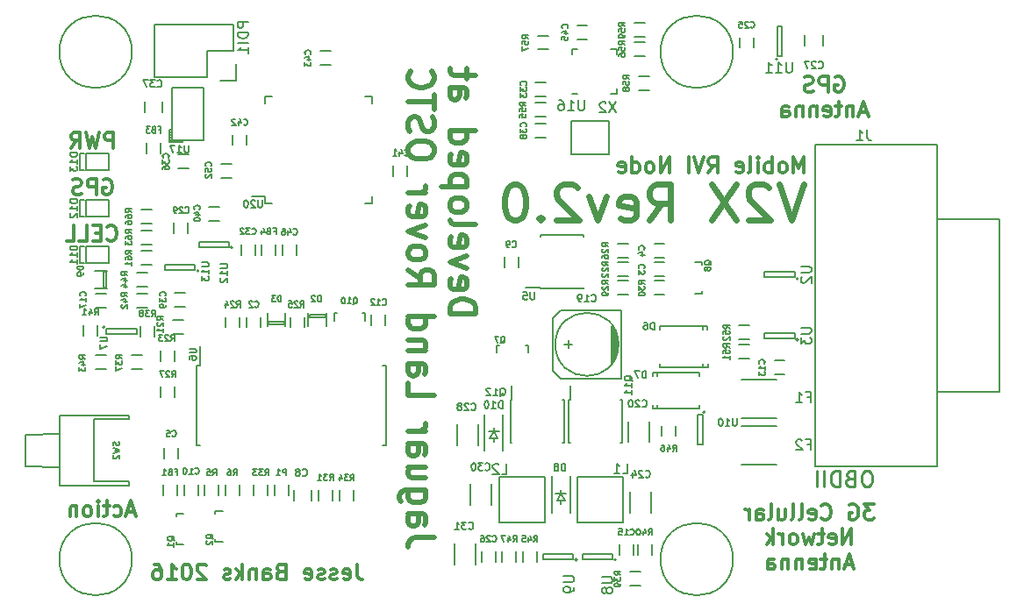
<source format=gbo>
G04 #@! TF.FileFunction,Legend,Bot*
%FSLAX46Y46*%
G04 Gerber Fmt 4.6, Leading zero omitted, Abs format (unit mm)*
G04 Created by KiCad (PCBNEW 4.0.0-rc1-stable) date 1/29/2016 2:37:44 PM*
%MOMM*%
G01*
G04 APERTURE LIST*
%ADD10C,0.100000*%
%ADD11C,0.250000*%
%ADD12C,0.300000*%
%ADD13C,0.600000*%
%ADD14C,0.500000*%
%ADD15C,0.200000*%
%ADD16C,0.150000*%
G04 APERTURE END LIST*
D10*
D11*
X119057144Y-60978571D02*
X118771430Y-60978571D01*
X118628572Y-61050000D01*
X118485715Y-61192857D01*
X118414287Y-61478571D01*
X118414287Y-61978571D01*
X118485715Y-62264286D01*
X118628572Y-62407143D01*
X118771430Y-62478571D01*
X119057144Y-62478571D01*
X119200001Y-62407143D01*
X119342858Y-62264286D01*
X119414287Y-61978571D01*
X119414287Y-61478571D01*
X119342858Y-61192857D01*
X119200001Y-61050000D01*
X119057144Y-60978571D01*
X117271429Y-61692857D02*
X117057143Y-61764286D01*
X116985715Y-61835714D01*
X116914286Y-61978571D01*
X116914286Y-62192857D01*
X116985715Y-62335714D01*
X117057143Y-62407143D01*
X117200001Y-62478571D01*
X117771429Y-62478571D01*
X117771429Y-60978571D01*
X117271429Y-60978571D01*
X117128572Y-61050000D01*
X117057143Y-61121429D01*
X116985715Y-61264286D01*
X116985715Y-61407143D01*
X117057143Y-61550000D01*
X117128572Y-61621429D01*
X117271429Y-61692857D01*
X117771429Y-61692857D01*
X116271429Y-62478571D02*
X116271429Y-60978571D01*
X115914286Y-60978571D01*
X115700001Y-61050000D01*
X115557143Y-61192857D01*
X115485715Y-61335714D01*
X115414286Y-61621429D01*
X115414286Y-61835714D01*
X115485715Y-62121429D01*
X115557143Y-62264286D01*
X115700001Y-62407143D01*
X115914286Y-62478571D01*
X116271429Y-62478571D01*
X114771429Y-62478571D02*
X114771429Y-60978571D01*
X114057143Y-62478571D02*
X114057143Y-60978571D01*
D12*
X112842857Y-32178571D02*
X112842857Y-30678571D01*
X112342857Y-31750000D01*
X111842857Y-30678571D01*
X111842857Y-32178571D01*
X110914285Y-32178571D02*
X111057143Y-32107143D01*
X111128571Y-32035714D01*
X111200000Y-31892857D01*
X111200000Y-31464286D01*
X111128571Y-31321429D01*
X111057143Y-31250000D01*
X110914285Y-31178571D01*
X110700000Y-31178571D01*
X110557143Y-31250000D01*
X110485714Y-31321429D01*
X110414285Y-31464286D01*
X110414285Y-31892857D01*
X110485714Y-32035714D01*
X110557143Y-32107143D01*
X110700000Y-32178571D01*
X110914285Y-32178571D01*
X109771428Y-32178571D02*
X109771428Y-30678571D01*
X109771428Y-31250000D02*
X109628571Y-31178571D01*
X109342857Y-31178571D01*
X109200000Y-31250000D01*
X109128571Y-31321429D01*
X109057142Y-31464286D01*
X109057142Y-31892857D01*
X109128571Y-32035714D01*
X109200000Y-32107143D01*
X109342857Y-32178571D01*
X109628571Y-32178571D01*
X109771428Y-32107143D01*
X108414285Y-32178571D02*
X108414285Y-31178571D01*
X108414285Y-30678571D02*
X108485714Y-30750000D01*
X108414285Y-30821429D01*
X108342857Y-30750000D01*
X108414285Y-30678571D01*
X108414285Y-30821429D01*
X107485713Y-32178571D02*
X107628571Y-32107143D01*
X107699999Y-31964286D01*
X107699999Y-30678571D01*
X106342857Y-32107143D02*
X106485714Y-32178571D01*
X106771428Y-32178571D01*
X106914285Y-32107143D01*
X106985714Y-31964286D01*
X106985714Y-31392857D01*
X106914285Y-31250000D01*
X106771428Y-31178571D01*
X106485714Y-31178571D01*
X106342857Y-31250000D01*
X106271428Y-31392857D01*
X106271428Y-31535714D01*
X106985714Y-31678571D01*
X103628571Y-32178571D02*
X104128571Y-31464286D01*
X104485714Y-32178571D02*
X104485714Y-30678571D01*
X103914286Y-30678571D01*
X103771428Y-30750000D01*
X103700000Y-30821429D01*
X103628571Y-30964286D01*
X103628571Y-31178571D01*
X103700000Y-31321429D01*
X103771428Y-31392857D01*
X103914286Y-31464286D01*
X104485714Y-31464286D01*
X103200000Y-30678571D02*
X102700000Y-32178571D01*
X102200000Y-30678571D01*
X101700000Y-32178571D02*
X101700000Y-30678571D01*
X99842857Y-32178571D02*
X99842857Y-30678571D01*
X98985714Y-32178571D01*
X98985714Y-30678571D01*
X98057142Y-32178571D02*
X98200000Y-32107143D01*
X98271428Y-32035714D01*
X98342857Y-31892857D01*
X98342857Y-31464286D01*
X98271428Y-31321429D01*
X98200000Y-31250000D01*
X98057142Y-31178571D01*
X97842857Y-31178571D01*
X97700000Y-31250000D01*
X97628571Y-31321429D01*
X97557142Y-31464286D01*
X97557142Y-31892857D01*
X97628571Y-32035714D01*
X97700000Y-32107143D01*
X97842857Y-32178571D01*
X98057142Y-32178571D01*
X96271428Y-32178571D02*
X96271428Y-30678571D01*
X96271428Y-32107143D02*
X96414285Y-32178571D01*
X96699999Y-32178571D01*
X96842857Y-32107143D01*
X96914285Y-32035714D01*
X96985714Y-31892857D01*
X96985714Y-31464286D01*
X96914285Y-31321429D01*
X96842857Y-31250000D01*
X96699999Y-31178571D01*
X96414285Y-31178571D01*
X96271428Y-31250000D01*
X94985714Y-32107143D02*
X95128571Y-32178571D01*
X95414285Y-32178571D01*
X95557142Y-32107143D01*
X95628571Y-31964286D01*
X95628571Y-31392857D01*
X95557142Y-31250000D01*
X95414285Y-31178571D01*
X95128571Y-31178571D01*
X94985714Y-31250000D01*
X94914285Y-31392857D01*
X94914285Y-31535714D01*
X95628571Y-31678571D01*
X48242857Y-64950000D02*
X47528571Y-64950000D01*
X48385714Y-65378571D02*
X47885714Y-63878571D01*
X47385714Y-65378571D01*
X46242857Y-65307143D02*
X46385714Y-65378571D01*
X46671428Y-65378571D01*
X46814286Y-65307143D01*
X46885714Y-65235714D01*
X46957143Y-65092857D01*
X46957143Y-64664286D01*
X46885714Y-64521429D01*
X46814286Y-64450000D01*
X46671428Y-64378571D01*
X46385714Y-64378571D01*
X46242857Y-64450000D01*
X45814286Y-64378571D02*
X45242857Y-64378571D01*
X45600000Y-63878571D02*
X45600000Y-65164286D01*
X45528572Y-65307143D01*
X45385714Y-65378571D01*
X45242857Y-65378571D01*
X44742857Y-65378571D02*
X44742857Y-64378571D01*
X44742857Y-63878571D02*
X44814286Y-63950000D01*
X44742857Y-64021429D01*
X44671429Y-63950000D01*
X44742857Y-63878571D01*
X44742857Y-64021429D01*
X43814285Y-65378571D02*
X43957143Y-65307143D01*
X44028571Y-65235714D01*
X44100000Y-65092857D01*
X44100000Y-64664286D01*
X44028571Y-64521429D01*
X43957143Y-64450000D01*
X43814285Y-64378571D01*
X43600000Y-64378571D01*
X43457143Y-64450000D01*
X43385714Y-64521429D01*
X43314285Y-64664286D01*
X43314285Y-65092857D01*
X43385714Y-65235714D01*
X43457143Y-65307143D01*
X43600000Y-65378571D01*
X43814285Y-65378571D01*
X42671428Y-64378571D02*
X42671428Y-65378571D01*
X42671428Y-64521429D02*
X42600000Y-64450000D01*
X42457142Y-64378571D01*
X42242857Y-64378571D01*
X42100000Y-64450000D01*
X42028571Y-64592857D01*
X42028571Y-65378571D01*
X45628571Y-38635714D02*
X45700000Y-38707143D01*
X45914286Y-38778571D01*
X46057143Y-38778571D01*
X46271428Y-38707143D01*
X46414286Y-38564286D01*
X46485714Y-38421429D01*
X46557143Y-38135714D01*
X46557143Y-37921429D01*
X46485714Y-37635714D01*
X46414286Y-37492857D01*
X46271428Y-37350000D01*
X46057143Y-37278571D01*
X45914286Y-37278571D01*
X45700000Y-37350000D01*
X45628571Y-37421429D01*
X44985714Y-37992857D02*
X44485714Y-37992857D01*
X44271428Y-38778571D02*
X44985714Y-38778571D01*
X44985714Y-37278571D01*
X44271428Y-37278571D01*
X42914285Y-38778571D02*
X43628571Y-38778571D01*
X43628571Y-37278571D01*
X41699999Y-38778571D02*
X42414285Y-38778571D01*
X42414285Y-37278571D01*
X45271428Y-32850000D02*
X45414285Y-32778571D01*
X45628571Y-32778571D01*
X45842856Y-32850000D01*
X45985714Y-32992857D01*
X46057142Y-33135714D01*
X46128571Y-33421429D01*
X46128571Y-33635714D01*
X46057142Y-33921429D01*
X45985714Y-34064286D01*
X45842856Y-34207143D01*
X45628571Y-34278571D01*
X45485714Y-34278571D01*
X45271428Y-34207143D01*
X45199999Y-34135714D01*
X45199999Y-33635714D01*
X45485714Y-33635714D01*
X44557142Y-34278571D02*
X44557142Y-32778571D01*
X43985714Y-32778571D01*
X43842856Y-32850000D01*
X43771428Y-32921429D01*
X43699999Y-33064286D01*
X43699999Y-33278571D01*
X43771428Y-33421429D01*
X43842856Y-33492857D01*
X43985714Y-33564286D01*
X44557142Y-33564286D01*
X43128571Y-34207143D02*
X42914285Y-34278571D01*
X42557142Y-34278571D01*
X42414285Y-34207143D01*
X42342856Y-34135714D01*
X42271428Y-33992857D01*
X42271428Y-33850000D01*
X42342856Y-33707143D01*
X42414285Y-33635714D01*
X42557142Y-33564286D01*
X42842856Y-33492857D01*
X42985714Y-33421429D01*
X43057142Y-33350000D01*
X43128571Y-33207143D01*
X43128571Y-33064286D01*
X43057142Y-32921429D01*
X42985714Y-32850000D01*
X42842856Y-32778571D01*
X42485714Y-32778571D01*
X42271428Y-32850000D01*
X46200000Y-29778571D02*
X46200000Y-28278571D01*
X45628572Y-28278571D01*
X45485714Y-28350000D01*
X45414286Y-28421429D01*
X45342857Y-28564286D01*
X45342857Y-28778571D01*
X45414286Y-28921429D01*
X45485714Y-28992857D01*
X45628572Y-29064286D01*
X46200000Y-29064286D01*
X44842857Y-28278571D02*
X44485714Y-29778571D01*
X44200000Y-28707143D01*
X43914286Y-29778571D01*
X43557143Y-28278571D01*
X42128571Y-29778571D02*
X42628571Y-29064286D01*
X42985714Y-29778571D02*
X42985714Y-28278571D01*
X42414286Y-28278571D01*
X42271428Y-28350000D01*
X42200000Y-28421429D01*
X42128571Y-28564286D01*
X42128571Y-28778571D01*
X42200000Y-28921429D01*
X42271428Y-28992857D01*
X42414286Y-29064286D01*
X42985714Y-29064286D01*
D13*
X112783333Y-33283333D02*
X111616666Y-36783333D01*
X110449999Y-33283333D01*
X109449999Y-33616667D02*
X109283333Y-33450000D01*
X108949999Y-33283333D01*
X108116666Y-33283333D01*
X107783333Y-33450000D01*
X107616666Y-33616667D01*
X107449999Y-33950000D01*
X107449999Y-34283333D01*
X107616666Y-34783333D01*
X109616666Y-36783333D01*
X107449999Y-36783333D01*
X106283333Y-33283333D02*
X103950000Y-36783333D01*
X103950000Y-33283333D02*
X106283333Y-36783333D01*
X97950000Y-36783333D02*
X99116666Y-35116667D01*
X99950000Y-36783333D02*
X99950000Y-33283333D01*
X98616666Y-33283333D01*
X98283333Y-33450000D01*
X98116666Y-33616667D01*
X97950000Y-33950000D01*
X97950000Y-34450000D01*
X98116666Y-34783333D01*
X98283333Y-34950000D01*
X98616666Y-35116667D01*
X99950000Y-35116667D01*
X95116666Y-36616667D02*
X95450000Y-36783333D01*
X96116666Y-36783333D01*
X96450000Y-36616667D01*
X96616666Y-36283333D01*
X96616666Y-34950000D01*
X96450000Y-34616667D01*
X96116666Y-34450000D01*
X95450000Y-34450000D01*
X95116666Y-34616667D01*
X94950000Y-34950000D01*
X94950000Y-35283333D01*
X96616666Y-35616667D01*
X93783333Y-34450000D02*
X92950000Y-36783333D01*
X92116666Y-34450000D01*
X90949999Y-33616667D02*
X90783333Y-33450000D01*
X90449999Y-33283333D01*
X89616666Y-33283333D01*
X89283333Y-33450000D01*
X89116666Y-33616667D01*
X88949999Y-33950000D01*
X88949999Y-34283333D01*
X89116666Y-34783333D01*
X91116666Y-36783333D01*
X88949999Y-36783333D01*
X87450000Y-36450000D02*
X87283333Y-36616667D01*
X87450000Y-36783333D01*
X87616666Y-36616667D01*
X87450000Y-36450000D01*
X87450000Y-36783333D01*
X85116666Y-33283333D02*
X84783333Y-33283333D01*
X84449999Y-33450000D01*
X84283333Y-33616667D01*
X84116666Y-33950000D01*
X83949999Y-34616667D01*
X83949999Y-35450000D01*
X84116666Y-36116667D01*
X84283333Y-36450000D01*
X84449999Y-36616667D01*
X84783333Y-36783333D01*
X85116666Y-36783333D01*
X85449999Y-36616667D01*
X85616666Y-36450000D01*
X85783333Y-36116667D01*
X85949999Y-35450000D01*
X85949999Y-34616667D01*
X85783333Y-33950000D01*
X85616666Y-33616667D01*
X85449999Y-33450000D01*
X85116666Y-33283333D01*
D12*
X69707142Y-69978571D02*
X69707142Y-71050000D01*
X69778570Y-71264286D01*
X69921427Y-71407143D01*
X70135713Y-71478571D01*
X70278570Y-71478571D01*
X68421428Y-71407143D02*
X68564285Y-71478571D01*
X68849999Y-71478571D01*
X68992856Y-71407143D01*
X69064285Y-71264286D01*
X69064285Y-70692857D01*
X68992856Y-70550000D01*
X68849999Y-70478571D01*
X68564285Y-70478571D01*
X68421428Y-70550000D01*
X68349999Y-70692857D01*
X68349999Y-70835714D01*
X69064285Y-70978571D01*
X67778571Y-71407143D02*
X67635714Y-71478571D01*
X67349999Y-71478571D01*
X67207142Y-71407143D01*
X67135714Y-71264286D01*
X67135714Y-71192857D01*
X67207142Y-71050000D01*
X67349999Y-70978571D01*
X67564285Y-70978571D01*
X67707142Y-70907143D01*
X67778571Y-70764286D01*
X67778571Y-70692857D01*
X67707142Y-70550000D01*
X67564285Y-70478571D01*
X67349999Y-70478571D01*
X67207142Y-70550000D01*
X66564285Y-71407143D02*
X66421428Y-71478571D01*
X66135713Y-71478571D01*
X65992856Y-71407143D01*
X65921428Y-71264286D01*
X65921428Y-71192857D01*
X65992856Y-71050000D01*
X66135713Y-70978571D01*
X66349999Y-70978571D01*
X66492856Y-70907143D01*
X66564285Y-70764286D01*
X66564285Y-70692857D01*
X66492856Y-70550000D01*
X66349999Y-70478571D01*
X66135713Y-70478571D01*
X65992856Y-70550000D01*
X64707142Y-71407143D02*
X64849999Y-71478571D01*
X65135713Y-71478571D01*
X65278570Y-71407143D01*
X65349999Y-71264286D01*
X65349999Y-70692857D01*
X65278570Y-70550000D01*
X65135713Y-70478571D01*
X64849999Y-70478571D01*
X64707142Y-70550000D01*
X64635713Y-70692857D01*
X64635713Y-70835714D01*
X65349999Y-70978571D01*
X62349999Y-70692857D02*
X62135713Y-70764286D01*
X62064285Y-70835714D01*
X61992856Y-70978571D01*
X61992856Y-71192857D01*
X62064285Y-71335714D01*
X62135713Y-71407143D01*
X62278571Y-71478571D01*
X62849999Y-71478571D01*
X62849999Y-69978571D01*
X62349999Y-69978571D01*
X62207142Y-70050000D01*
X62135713Y-70121429D01*
X62064285Y-70264286D01*
X62064285Y-70407143D01*
X62135713Y-70550000D01*
X62207142Y-70621429D01*
X62349999Y-70692857D01*
X62849999Y-70692857D01*
X60707142Y-71478571D02*
X60707142Y-70692857D01*
X60778571Y-70550000D01*
X60921428Y-70478571D01*
X61207142Y-70478571D01*
X61349999Y-70550000D01*
X60707142Y-71407143D02*
X60849999Y-71478571D01*
X61207142Y-71478571D01*
X61349999Y-71407143D01*
X61421428Y-71264286D01*
X61421428Y-71121429D01*
X61349999Y-70978571D01*
X61207142Y-70907143D01*
X60849999Y-70907143D01*
X60707142Y-70835714D01*
X59992856Y-70478571D02*
X59992856Y-71478571D01*
X59992856Y-70621429D02*
X59921428Y-70550000D01*
X59778570Y-70478571D01*
X59564285Y-70478571D01*
X59421428Y-70550000D01*
X59349999Y-70692857D01*
X59349999Y-71478571D01*
X58635713Y-71478571D02*
X58635713Y-69978571D01*
X58492856Y-70907143D02*
X58064285Y-71478571D01*
X58064285Y-70478571D02*
X58635713Y-71050000D01*
X57492856Y-71407143D02*
X57349999Y-71478571D01*
X57064284Y-71478571D01*
X56921427Y-71407143D01*
X56849999Y-71264286D01*
X56849999Y-71192857D01*
X56921427Y-71050000D01*
X57064284Y-70978571D01*
X57278570Y-70978571D01*
X57421427Y-70907143D01*
X57492856Y-70764286D01*
X57492856Y-70692857D01*
X57421427Y-70550000D01*
X57278570Y-70478571D01*
X57064284Y-70478571D01*
X56921427Y-70550000D01*
X55135713Y-70121429D02*
X55064284Y-70050000D01*
X54921427Y-69978571D01*
X54564284Y-69978571D01*
X54421427Y-70050000D01*
X54349998Y-70121429D01*
X54278570Y-70264286D01*
X54278570Y-70407143D01*
X54349998Y-70621429D01*
X55207141Y-71478571D01*
X54278570Y-71478571D01*
X53349999Y-69978571D02*
X53207142Y-69978571D01*
X53064285Y-70050000D01*
X52992856Y-70121429D01*
X52921427Y-70264286D01*
X52849999Y-70550000D01*
X52849999Y-70907143D01*
X52921427Y-71192857D01*
X52992856Y-71335714D01*
X53064285Y-71407143D01*
X53207142Y-71478571D01*
X53349999Y-71478571D01*
X53492856Y-71407143D01*
X53564285Y-71335714D01*
X53635713Y-71192857D01*
X53707142Y-70907143D01*
X53707142Y-70550000D01*
X53635713Y-70264286D01*
X53564285Y-70121429D01*
X53492856Y-70050000D01*
X53349999Y-69978571D01*
X51421428Y-71478571D02*
X52278571Y-71478571D01*
X51849999Y-71478571D02*
X51849999Y-69978571D01*
X51992856Y-70192857D01*
X52135714Y-70335714D01*
X52278571Y-70407143D01*
X50135714Y-69978571D02*
X50421428Y-69978571D01*
X50564285Y-70050000D01*
X50635714Y-70121429D01*
X50778571Y-70335714D01*
X50850000Y-70621429D01*
X50850000Y-71192857D01*
X50778571Y-71335714D01*
X50707143Y-71407143D01*
X50564285Y-71478571D01*
X50278571Y-71478571D01*
X50135714Y-71407143D01*
X50064285Y-71335714D01*
X49992857Y-71192857D01*
X49992857Y-70835714D01*
X50064285Y-70692857D01*
X50135714Y-70621429D01*
X50278571Y-70550000D01*
X50564285Y-70550000D01*
X50707143Y-70621429D01*
X50778571Y-70692857D01*
X50850000Y-70835714D01*
D14*
X78669048Y-45828572D02*
X81169048Y-45828572D01*
X81169048Y-45233334D01*
X81050000Y-44876191D01*
X80811905Y-44638096D01*
X80573810Y-44519048D01*
X80097619Y-44400000D01*
X79740476Y-44400000D01*
X79264286Y-44519048D01*
X79026190Y-44638096D01*
X78788095Y-44876191D01*
X78669048Y-45233334D01*
X78669048Y-45828572D01*
X78788095Y-42376191D02*
X78669048Y-42614286D01*
X78669048Y-43090477D01*
X78788095Y-43328572D01*
X79026190Y-43447620D01*
X79978571Y-43447620D01*
X80216667Y-43328572D01*
X80335714Y-43090477D01*
X80335714Y-42614286D01*
X80216667Y-42376191D01*
X79978571Y-42257143D01*
X79740476Y-42257143D01*
X79502381Y-43447620D01*
X80335714Y-41423810D02*
X78669048Y-40828572D01*
X80335714Y-40233334D01*
X78788095Y-38328572D02*
X78669048Y-38566667D01*
X78669048Y-39042858D01*
X78788095Y-39280953D01*
X79026190Y-39400001D01*
X79978571Y-39400001D01*
X80216667Y-39280953D01*
X80335714Y-39042858D01*
X80335714Y-38566667D01*
X80216667Y-38328572D01*
X79978571Y-38209524D01*
X79740476Y-38209524D01*
X79502381Y-39400001D01*
X78669048Y-36780953D02*
X78788095Y-37019048D01*
X79026190Y-37138096D01*
X81169048Y-37138096D01*
X78669048Y-35471429D02*
X78788095Y-35709524D01*
X78907143Y-35828572D01*
X79145238Y-35947620D01*
X79859524Y-35947620D01*
X80097619Y-35828572D01*
X80216667Y-35709524D01*
X80335714Y-35471429D01*
X80335714Y-35114286D01*
X80216667Y-34876191D01*
X80097619Y-34757143D01*
X79859524Y-34638096D01*
X79145238Y-34638096D01*
X78907143Y-34757143D01*
X78788095Y-34876191D01*
X78669048Y-35114286D01*
X78669048Y-35471429D01*
X80335714Y-33566667D02*
X77835714Y-33566667D01*
X80216667Y-33566667D02*
X80335714Y-33328572D01*
X80335714Y-32852381D01*
X80216667Y-32614286D01*
X80097619Y-32495238D01*
X79859524Y-32376191D01*
X79145238Y-32376191D01*
X78907143Y-32495238D01*
X78788095Y-32614286D01*
X78669048Y-32852381D01*
X78669048Y-33328572D01*
X78788095Y-33566667D01*
X78788095Y-30352381D02*
X78669048Y-30590476D01*
X78669048Y-31066667D01*
X78788095Y-31304762D01*
X79026190Y-31423810D01*
X79978571Y-31423810D01*
X80216667Y-31304762D01*
X80335714Y-31066667D01*
X80335714Y-30590476D01*
X80216667Y-30352381D01*
X79978571Y-30233333D01*
X79740476Y-30233333D01*
X79502381Y-31423810D01*
X78669048Y-28090476D02*
X81169048Y-28090476D01*
X78788095Y-28090476D02*
X78669048Y-28328572D01*
X78669048Y-28804762D01*
X78788095Y-29042857D01*
X78907143Y-29161905D01*
X79145238Y-29280953D01*
X79859524Y-29280953D01*
X80097619Y-29161905D01*
X80216667Y-29042857D01*
X80335714Y-28804762D01*
X80335714Y-28328572D01*
X80216667Y-28090476D01*
X78669048Y-23923809D02*
X79978571Y-23923809D01*
X80216667Y-24042857D01*
X80335714Y-24280952D01*
X80335714Y-24757143D01*
X80216667Y-24995238D01*
X78788095Y-23923809D02*
X78669048Y-24161905D01*
X78669048Y-24757143D01*
X78788095Y-24995238D01*
X79026190Y-25114286D01*
X79264286Y-25114286D01*
X79502381Y-24995238D01*
X79621429Y-24757143D01*
X79621429Y-24161905D01*
X79740476Y-23923809D01*
X80335714Y-23090476D02*
X80335714Y-22138095D01*
X81169048Y-22733333D02*
X79026190Y-22733333D01*
X78788095Y-22614285D01*
X78669048Y-22376190D01*
X78669048Y-22138095D01*
X77169048Y-67376193D02*
X75383333Y-67376193D01*
X75026190Y-67495241D01*
X74788095Y-67733336D01*
X74669048Y-68090479D01*
X74669048Y-68328574D01*
X74669048Y-65114288D02*
X75978571Y-65114288D01*
X76216667Y-65233336D01*
X76335714Y-65471431D01*
X76335714Y-65947622D01*
X76216667Y-66185717D01*
X74788095Y-65114288D02*
X74669048Y-65352384D01*
X74669048Y-65947622D01*
X74788095Y-66185717D01*
X75026190Y-66304765D01*
X75264286Y-66304765D01*
X75502381Y-66185717D01*
X75621429Y-65947622D01*
X75621429Y-65352384D01*
X75740476Y-65114288D01*
X76335714Y-62852383D02*
X74311905Y-62852383D01*
X74073810Y-62971431D01*
X73954762Y-63090479D01*
X73835714Y-63328574D01*
X73835714Y-63685717D01*
X73954762Y-63923812D01*
X74788095Y-62852383D02*
X74669048Y-63090479D01*
X74669048Y-63566669D01*
X74788095Y-63804764D01*
X74907143Y-63923812D01*
X75145238Y-64042860D01*
X75859524Y-64042860D01*
X76097619Y-63923812D01*
X76216667Y-63804764D01*
X76335714Y-63566669D01*
X76335714Y-63090479D01*
X76216667Y-62852383D01*
X76335714Y-60590478D02*
X74669048Y-60590478D01*
X76335714Y-61661907D02*
X75026190Y-61661907D01*
X74788095Y-61542859D01*
X74669048Y-61304764D01*
X74669048Y-60947621D01*
X74788095Y-60709526D01*
X74907143Y-60590478D01*
X74669048Y-58328573D02*
X75978571Y-58328573D01*
X76216667Y-58447621D01*
X76335714Y-58685716D01*
X76335714Y-59161907D01*
X76216667Y-59400002D01*
X74788095Y-58328573D02*
X74669048Y-58566669D01*
X74669048Y-59161907D01*
X74788095Y-59400002D01*
X75026190Y-59519050D01*
X75264286Y-59519050D01*
X75502381Y-59400002D01*
X75621429Y-59161907D01*
X75621429Y-58566669D01*
X75740476Y-58328573D01*
X74669048Y-57138097D02*
X76335714Y-57138097D01*
X75859524Y-57138097D02*
X76097619Y-57019049D01*
X76216667Y-56900002D01*
X76335714Y-56661906D01*
X76335714Y-56423811D01*
X74669048Y-52495240D02*
X74669048Y-53685716D01*
X77169048Y-53685716D01*
X74669048Y-50590477D02*
X75978571Y-50590477D01*
X76216667Y-50709525D01*
X76335714Y-50947620D01*
X76335714Y-51423811D01*
X76216667Y-51661906D01*
X74788095Y-50590477D02*
X74669048Y-50828573D01*
X74669048Y-51423811D01*
X74788095Y-51661906D01*
X75026190Y-51780954D01*
X75264286Y-51780954D01*
X75502381Y-51661906D01*
X75621429Y-51423811D01*
X75621429Y-50828573D01*
X75740476Y-50590477D01*
X76335714Y-49400001D02*
X74669048Y-49400001D01*
X76097619Y-49400001D02*
X76216667Y-49280953D01*
X76335714Y-49042858D01*
X76335714Y-48685715D01*
X76216667Y-48447620D01*
X75978571Y-48328572D01*
X74669048Y-48328572D01*
X74669048Y-46066667D02*
X77169048Y-46066667D01*
X74788095Y-46066667D02*
X74669048Y-46304763D01*
X74669048Y-46780953D01*
X74788095Y-47019048D01*
X74907143Y-47138096D01*
X75145238Y-47257144D01*
X75859524Y-47257144D01*
X76097619Y-47138096D01*
X76216667Y-47019048D01*
X76335714Y-46780953D01*
X76335714Y-46304763D01*
X76216667Y-46066667D01*
X74669048Y-41542857D02*
X75859524Y-42376191D01*
X74669048Y-42971429D02*
X77169048Y-42971429D01*
X77169048Y-42019048D01*
X77050000Y-41780953D01*
X76930952Y-41661905D01*
X76692857Y-41542857D01*
X76335714Y-41542857D01*
X76097619Y-41661905D01*
X75978571Y-41780953D01*
X75859524Y-42019048D01*
X75859524Y-42971429D01*
X74669048Y-40114286D02*
X74788095Y-40352381D01*
X74907143Y-40471429D01*
X75145238Y-40590477D01*
X75859524Y-40590477D01*
X76097619Y-40471429D01*
X76216667Y-40352381D01*
X76335714Y-40114286D01*
X76335714Y-39757143D01*
X76216667Y-39519048D01*
X76097619Y-39400000D01*
X75859524Y-39280953D01*
X75145238Y-39280953D01*
X74907143Y-39400000D01*
X74788095Y-39519048D01*
X74669048Y-39757143D01*
X74669048Y-40114286D01*
X76335714Y-38447619D02*
X74669048Y-37852381D01*
X76335714Y-37257143D01*
X74788095Y-35352381D02*
X74669048Y-35590476D01*
X74669048Y-36066667D01*
X74788095Y-36304762D01*
X75026190Y-36423810D01*
X75978571Y-36423810D01*
X76216667Y-36304762D01*
X76335714Y-36066667D01*
X76335714Y-35590476D01*
X76216667Y-35352381D01*
X75978571Y-35233333D01*
X75740476Y-35233333D01*
X75502381Y-36423810D01*
X74669048Y-34161905D02*
X76335714Y-34161905D01*
X75859524Y-34161905D02*
X76097619Y-34042857D01*
X76216667Y-33923810D01*
X76335714Y-33685714D01*
X76335714Y-33447619D01*
X77169048Y-30233333D02*
X77169048Y-29757143D01*
X77050000Y-29519048D01*
X76811905Y-29280952D01*
X76335714Y-29161905D01*
X75502381Y-29161905D01*
X75026190Y-29280952D01*
X74788095Y-29519048D01*
X74669048Y-29757143D01*
X74669048Y-30233333D01*
X74788095Y-30471429D01*
X75026190Y-30709524D01*
X75502381Y-30828572D01*
X76335714Y-30828572D01*
X76811905Y-30709524D01*
X77050000Y-30471429D01*
X77169048Y-30233333D01*
X74788095Y-28209524D02*
X74669048Y-27852381D01*
X74669048Y-27257143D01*
X74788095Y-27019047D01*
X74907143Y-26900000D01*
X75145238Y-26780952D01*
X75383333Y-26780952D01*
X75621429Y-26900000D01*
X75740476Y-27019047D01*
X75859524Y-27257143D01*
X75978571Y-27733333D01*
X76097619Y-27971428D01*
X76216667Y-28090476D01*
X76454762Y-28209524D01*
X76692857Y-28209524D01*
X76930952Y-28090476D01*
X77050000Y-27971428D01*
X77169048Y-27733333D01*
X77169048Y-27138095D01*
X77050000Y-26780952D01*
X77169048Y-26066667D02*
X77169048Y-24638095D01*
X74669048Y-25352381D02*
X77169048Y-25352381D01*
X74907143Y-22376190D02*
X74788095Y-22495238D01*
X74669048Y-22852381D01*
X74669048Y-23090476D01*
X74788095Y-23447619D01*
X75026190Y-23685714D01*
X75264286Y-23804762D01*
X75740476Y-23923810D01*
X76097619Y-23923810D01*
X76573810Y-23804762D01*
X76811905Y-23685714D01*
X77050000Y-23447619D01*
X77169048Y-23090476D01*
X77169048Y-22852381D01*
X77050000Y-22495238D01*
X76930952Y-22376190D01*
D12*
X115871428Y-22950000D02*
X116014285Y-22878571D01*
X116228571Y-22878571D01*
X116442856Y-22950000D01*
X116585714Y-23092857D01*
X116657142Y-23235714D01*
X116728571Y-23521429D01*
X116728571Y-23735714D01*
X116657142Y-24021429D01*
X116585714Y-24164286D01*
X116442856Y-24307143D01*
X116228571Y-24378571D01*
X116085714Y-24378571D01*
X115871428Y-24307143D01*
X115799999Y-24235714D01*
X115799999Y-23735714D01*
X116085714Y-23735714D01*
X115157142Y-24378571D02*
X115157142Y-22878571D01*
X114585714Y-22878571D01*
X114442856Y-22950000D01*
X114371428Y-23021429D01*
X114299999Y-23164286D01*
X114299999Y-23378571D01*
X114371428Y-23521429D01*
X114442856Y-23592857D01*
X114585714Y-23664286D01*
X115157142Y-23664286D01*
X113728571Y-24307143D02*
X113514285Y-24378571D01*
X113157142Y-24378571D01*
X113014285Y-24307143D01*
X112942856Y-24235714D01*
X112871428Y-24092857D01*
X112871428Y-23950000D01*
X112942856Y-23807143D01*
X113014285Y-23735714D01*
X113157142Y-23664286D01*
X113442856Y-23592857D01*
X113585714Y-23521429D01*
X113657142Y-23450000D01*
X113728571Y-23307143D01*
X113728571Y-23164286D01*
X113657142Y-23021429D01*
X113585714Y-22950000D01*
X113442856Y-22878571D01*
X113085714Y-22878571D01*
X112871428Y-22950000D01*
X118942857Y-26350000D02*
X118228571Y-26350000D01*
X119085714Y-26778571D02*
X118585714Y-25278571D01*
X118085714Y-26778571D01*
X117585714Y-25778571D02*
X117585714Y-26778571D01*
X117585714Y-25921429D02*
X117514286Y-25850000D01*
X117371428Y-25778571D01*
X117157143Y-25778571D01*
X117014286Y-25850000D01*
X116942857Y-25992857D01*
X116942857Y-26778571D01*
X116442857Y-25778571D02*
X115871428Y-25778571D01*
X116228571Y-25278571D02*
X116228571Y-26564286D01*
X116157143Y-26707143D01*
X116014285Y-26778571D01*
X115871428Y-26778571D01*
X114800000Y-26707143D02*
X114942857Y-26778571D01*
X115228571Y-26778571D01*
X115371428Y-26707143D01*
X115442857Y-26564286D01*
X115442857Y-25992857D01*
X115371428Y-25850000D01*
X115228571Y-25778571D01*
X114942857Y-25778571D01*
X114800000Y-25850000D01*
X114728571Y-25992857D01*
X114728571Y-26135714D01*
X115442857Y-26278571D01*
X114085714Y-25778571D02*
X114085714Y-26778571D01*
X114085714Y-25921429D02*
X114014286Y-25850000D01*
X113871428Y-25778571D01*
X113657143Y-25778571D01*
X113514286Y-25850000D01*
X113442857Y-25992857D01*
X113442857Y-26778571D01*
X112728571Y-25778571D02*
X112728571Y-26778571D01*
X112728571Y-25921429D02*
X112657143Y-25850000D01*
X112514285Y-25778571D01*
X112300000Y-25778571D01*
X112157143Y-25850000D01*
X112085714Y-25992857D01*
X112085714Y-26778571D01*
X110728571Y-26778571D02*
X110728571Y-25992857D01*
X110800000Y-25850000D01*
X110942857Y-25778571D01*
X111228571Y-25778571D01*
X111371428Y-25850000D01*
X110728571Y-26707143D02*
X110871428Y-26778571D01*
X111228571Y-26778571D01*
X111371428Y-26707143D01*
X111442857Y-26564286D01*
X111442857Y-26421429D01*
X111371428Y-26278571D01*
X111228571Y-26207143D01*
X110871428Y-26207143D01*
X110728571Y-26135714D01*
D15*
X48000000Y-20500000D02*
G75*
G03X48000000Y-20500000I-3500000J0D01*
G01*
X106000000Y-20500000D02*
G75*
G03X106000000Y-20500000I-3500000J0D01*
G01*
X106000000Y-69500000D02*
G75*
G03X106000000Y-69500000I-3500000J0D01*
G01*
X48000000Y-69500000D02*
G75*
G03X48000000Y-69500000I-3500000J0D01*
G01*
D12*
X119614284Y-64178571D02*
X118685713Y-64178571D01*
X119185713Y-64750000D01*
X118971427Y-64750000D01*
X118828570Y-64821429D01*
X118757141Y-64892857D01*
X118685713Y-65035714D01*
X118685713Y-65392857D01*
X118757141Y-65535714D01*
X118828570Y-65607143D01*
X118971427Y-65678571D01*
X119399999Y-65678571D01*
X119542856Y-65607143D01*
X119614284Y-65535714D01*
X117257142Y-64250000D02*
X117399999Y-64178571D01*
X117614285Y-64178571D01*
X117828570Y-64250000D01*
X117971428Y-64392857D01*
X118042856Y-64535714D01*
X118114285Y-64821429D01*
X118114285Y-65035714D01*
X118042856Y-65321429D01*
X117971428Y-65464286D01*
X117828570Y-65607143D01*
X117614285Y-65678571D01*
X117471428Y-65678571D01*
X117257142Y-65607143D01*
X117185713Y-65535714D01*
X117185713Y-65035714D01*
X117471428Y-65035714D01*
X114542856Y-65535714D02*
X114614285Y-65607143D01*
X114828571Y-65678571D01*
X114971428Y-65678571D01*
X115185713Y-65607143D01*
X115328571Y-65464286D01*
X115399999Y-65321429D01*
X115471428Y-65035714D01*
X115471428Y-64821429D01*
X115399999Y-64535714D01*
X115328571Y-64392857D01*
X115185713Y-64250000D01*
X114971428Y-64178571D01*
X114828571Y-64178571D01*
X114614285Y-64250000D01*
X114542856Y-64321429D01*
X113328571Y-65607143D02*
X113471428Y-65678571D01*
X113757142Y-65678571D01*
X113899999Y-65607143D01*
X113971428Y-65464286D01*
X113971428Y-64892857D01*
X113899999Y-64750000D01*
X113757142Y-64678571D01*
X113471428Y-64678571D01*
X113328571Y-64750000D01*
X113257142Y-64892857D01*
X113257142Y-65035714D01*
X113971428Y-65178571D01*
X112399999Y-65678571D02*
X112542857Y-65607143D01*
X112614285Y-65464286D01*
X112614285Y-64178571D01*
X111614285Y-65678571D02*
X111757143Y-65607143D01*
X111828571Y-65464286D01*
X111828571Y-64178571D01*
X110400000Y-64678571D02*
X110400000Y-65678571D01*
X111042857Y-64678571D02*
X111042857Y-65464286D01*
X110971429Y-65607143D01*
X110828571Y-65678571D01*
X110614286Y-65678571D01*
X110471429Y-65607143D01*
X110400000Y-65535714D01*
X109471428Y-65678571D02*
X109614286Y-65607143D01*
X109685714Y-65464286D01*
X109685714Y-64178571D01*
X108257143Y-65678571D02*
X108257143Y-64892857D01*
X108328572Y-64750000D01*
X108471429Y-64678571D01*
X108757143Y-64678571D01*
X108900000Y-64750000D01*
X108257143Y-65607143D02*
X108400000Y-65678571D01*
X108757143Y-65678571D01*
X108900000Y-65607143D01*
X108971429Y-65464286D01*
X108971429Y-65321429D01*
X108900000Y-65178571D01*
X108757143Y-65107143D01*
X108400000Y-65107143D01*
X108257143Y-65035714D01*
X107542857Y-65678571D02*
X107542857Y-64678571D01*
X107542857Y-64964286D02*
X107471429Y-64821429D01*
X107400000Y-64750000D01*
X107257143Y-64678571D01*
X107114286Y-64678571D01*
X117435714Y-68078571D02*
X117435714Y-66578571D01*
X116578571Y-68078571D01*
X116578571Y-66578571D01*
X115292857Y-68007143D02*
X115435714Y-68078571D01*
X115721428Y-68078571D01*
X115864285Y-68007143D01*
X115935714Y-67864286D01*
X115935714Y-67292857D01*
X115864285Y-67150000D01*
X115721428Y-67078571D01*
X115435714Y-67078571D01*
X115292857Y-67150000D01*
X115221428Y-67292857D01*
X115221428Y-67435714D01*
X115935714Y-67578571D01*
X114792857Y-67078571D02*
X114221428Y-67078571D01*
X114578571Y-66578571D02*
X114578571Y-67864286D01*
X114507143Y-68007143D01*
X114364285Y-68078571D01*
X114221428Y-68078571D01*
X113864285Y-67078571D02*
X113578571Y-68078571D01*
X113292857Y-67364286D01*
X113007142Y-68078571D01*
X112721428Y-67078571D01*
X111935713Y-68078571D02*
X112078571Y-68007143D01*
X112149999Y-67935714D01*
X112221428Y-67792857D01*
X112221428Y-67364286D01*
X112149999Y-67221429D01*
X112078571Y-67150000D01*
X111935713Y-67078571D01*
X111721428Y-67078571D01*
X111578571Y-67150000D01*
X111507142Y-67221429D01*
X111435713Y-67364286D01*
X111435713Y-67792857D01*
X111507142Y-67935714D01*
X111578571Y-68007143D01*
X111721428Y-68078571D01*
X111935713Y-68078571D01*
X110792856Y-68078571D02*
X110792856Y-67078571D01*
X110792856Y-67364286D02*
X110721428Y-67221429D01*
X110649999Y-67150000D01*
X110507142Y-67078571D01*
X110364285Y-67078571D01*
X109864285Y-68078571D02*
X109864285Y-66578571D01*
X109721428Y-67507143D02*
X109292857Y-68078571D01*
X109292857Y-67078571D02*
X109864285Y-67650000D01*
X117542857Y-70050000D02*
X116828571Y-70050000D01*
X117685714Y-70478571D02*
X117185714Y-68978571D01*
X116685714Y-70478571D01*
X116185714Y-69478571D02*
X116185714Y-70478571D01*
X116185714Y-69621429D02*
X116114286Y-69550000D01*
X115971428Y-69478571D01*
X115757143Y-69478571D01*
X115614286Y-69550000D01*
X115542857Y-69692857D01*
X115542857Y-70478571D01*
X115042857Y-69478571D02*
X114471428Y-69478571D01*
X114828571Y-68978571D02*
X114828571Y-70264286D01*
X114757143Y-70407143D01*
X114614285Y-70478571D01*
X114471428Y-70478571D01*
X113400000Y-70407143D02*
X113542857Y-70478571D01*
X113828571Y-70478571D01*
X113971428Y-70407143D01*
X114042857Y-70264286D01*
X114042857Y-69692857D01*
X113971428Y-69550000D01*
X113828571Y-69478571D01*
X113542857Y-69478571D01*
X113400000Y-69550000D01*
X113328571Y-69692857D01*
X113328571Y-69835714D01*
X114042857Y-69978571D01*
X112685714Y-69478571D02*
X112685714Y-70478571D01*
X112685714Y-69621429D02*
X112614286Y-69550000D01*
X112471428Y-69478571D01*
X112257143Y-69478571D01*
X112114286Y-69550000D01*
X112042857Y-69692857D01*
X112042857Y-70478571D01*
X111328571Y-69478571D02*
X111328571Y-70478571D01*
X111328571Y-69621429D02*
X111257143Y-69550000D01*
X111114285Y-69478571D01*
X110900000Y-69478571D01*
X110757143Y-69550000D01*
X110685714Y-69692857D01*
X110685714Y-70478571D01*
X109328571Y-70478571D02*
X109328571Y-69692857D01*
X109400000Y-69550000D01*
X109542857Y-69478571D01*
X109828571Y-69478571D01*
X109971428Y-69550000D01*
X109328571Y-70407143D02*
X109471428Y-70478571D01*
X109828571Y-70478571D01*
X109971428Y-70407143D01*
X110042857Y-70264286D01*
X110042857Y-70121429D01*
X109971428Y-69978571D01*
X109828571Y-69907143D01*
X109471428Y-69907143D01*
X109328571Y-69835714D01*
D16*
X94750000Y-24550000D02*
X94750000Y-24025000D01*
X90450000Y-20250000D02*
X90450000Y-20775000D01*
X94750000Y-20250000D02*
X94750000Y-20775000D01*
X90450000Y-24550000D02*
X90975000Y-24550000D01*
X90450000Y-20250000D02*
X90975000Y-20250000D01*
X94750000Y-20250000D02*
X94225000Y-20250000D01*
X94750000Y-24550000D02*
X94225000Y-24550000D01*
X56600000Y-32675000D02*
X57600000Y-32675000D01*
X57600000Y-31325000D02*
X56600000Y-31325000D01*
X94821000Y-47988000D02*
X94821000Y-49512000D01*
X94694000Y-49893000D02*
X94694000Y-47607000D01*
X94567000Y-47353000D02*
X94567000Y-50147000D01*
X94440000Y-50401000D02*
X94440000Y-47099000D01*
X94313000Y-46972000D02*
X94313000Y-50528000D01*
X95202000Y-45448000D02*
X95202000Y-52052000D01*
X95202000Y-52052000D02*
X89360000Y-52052000D01*
X89360000Y-52052000D02*
X88598000Y-51290000D01*
X88598000Y-51290000D02*
X88598000Y-46210000D01*
X88598000Y-46210000D02*
X89360000Y-45448000D01*
X89360000Y-45448000D02*
X95202000Y-45448000D01*
X89741000Y-48750000D02*
X90503000Y-48750000D01*
X90122000Y-48369000D02*
X90122000Y-49131000D01*
X94948000Y-48750000D02*
G75*
G03X94948000Y-48750000I-3048000J0D01*
G01*
X103556320Y-50800000D02*
X103556320Y-50600200D01*
X103099280Y-50750000D02*
X103099280Y-50601000D01*
X98953840Y-50800000D02*
X98953840Y-50651000D01*
X103551240Y-47200000D02*
X103551240Y-47349000D01*
X103099280Y-47200000D02*
X103099280Y-47349000D01*
X98948760Y-47200000D02*
X98948760Y-47349000D01*
X103099280Y-50948980D02*
X103099280Y-50750860D01*
X103099280Y-47001020D02*
X103099280Y-47199140D01*
X98953840Y-50996440D02*
X98953840Y-50798320D01*
X103556320Y-50996440D02*
X98953840Y-50996440D01*
X103556320Y-50996440D02*
X103556320Y-50798320D01*
X103551240Y-47001020D02*
X103551240Y-47199140D01*
X103551240Y-47001020D02*
X98948760Y-47001020D01*
X98948760Y-47001020D02*
X98948760Y-47199140D01*
X98700860Y-51449940D02*
X98700860Y-51800460D01*
X98700860Y-54950060D02*
X98700860Y-54599540D01*
X102750440Y-51449940D02*
X102750440Y-51800460D01*
X98249560Y-51449940D02*
X98249560Y-51800460D01*
X98249560Y-54950060D02*
X98249560Y-54599540D01*
X102750440Y-54950060D02*
X102750440Y-54599540D01*
X98249560Y-51449940D02*
X102750440Y-51449940D01*
X98249560Y-54950060D02*
X102750440Y-54950060D01*
X112300000Y-42400000D02*
G75*
G03X112300000Y-42400000I-100000J0D01*
G01*
X111950000Y-41750000D02*
X111950000Y-42250000D01*
X109050000Y-41750000D02*
X111950000Y-41750000D01*
X109050000Y-42250000D02*
X109050000Y-41750000D01*
X111950000Y-42250000D02*
X109050000Y-42250000D01*
X112300000Y-48300000D02*
G75*
G03X112300000Y-48300000I-100000J0D01*
G01*
X111950000Y-47650000D02*
X111950000Y-48150000D01*
X109050000Y-47650000D02*
X111950000Y-47650000D01*
X109050000Y-48150000D02*
X109050000Y-47650000D01*
X111950000Y-48150000D02*
X109050000Y-48150000D01*
X87425000Y-43375000D02*
X87425000Y-43230000D01*
X91575000Y-43375000D02*
X91575000Y-43230000D01*
X91575000Y-38225000D02*
X91575000Y-38370000D01*
X87425000Y-38225000D02*
X87425000Y-38370000D01*
X87425000Y-43375000D02*
X91575000Y-43375000D01*
X87425000Y-38225000D02*
X91575000Y-38225000D01*
X87425000Y-43230000D02*
X86025000Y-43230000D01*
X54250000Y-50775000D02*
X54595000Y-50775000D01*
X54250000Y-58525000D02*
X54595000Y-58525000D01*
X72500000Y-58525000D02*
X72155000Y-58525000D01*
X72500000Y-50775000D02*
X72155000Y-50775000D01*
X54250000Y-50775000D02*
X54250000Y-58525000D01*
X72500000Y-50775000D02*
X72500000Y-58525000D01*
X54595000Y-50775000D02*
X54595000Y-48950000D01*
X94700000Y-69550000D02*
G75*
G03X94700000Y-69550000I-100000J0D01*
G01*
X94350000Y-69000000D02*
X94350000Y-69500000D01*
X91450000Y-69000000D02*
X94350000Y-69000000D01*
X91450000Y-69500000D02*
X91450000Y-69000000D01*
X94350000Y-69500000D02*
X91450000Y-69500000D01*
X90950000Y-69550000D02*
G75*
G03X90950000Y-69550000I-100000J0D01*
G01*
X90600000Y-69000000D02*
X90600000Y-69500000D01*
X87700000Y-69000000D02*
X90600000Y-69000000D01*
X87700000Y-69500000D02*
X87700000Y-69000000D01*
X90600000Y-69500000D02*
X87700000Y-69500000D01*
X110300000Y-21200000D02*
G75*
G03X110300000Y-21200000I-100000J0D01*
G01*
X110750000Y-20950000D02*
X110250000Y-20950000D01*
X110750000Y-18050000D02*
X110750000Y-20950000D01*
X110250000Y-18050000D02*
X110750000Y-18050000D01*
X110250000Y-20950000D02*
X110250000Y-18050000D01*
X57700000Y-39400000D02*
G75*
G03X57700000Y-39400000I-100000J0D01*
G01*
X57350000Y-38850000D02*
X57350000Y-39350000D01*
X54450000Y-38850000D02*
X57350000Y-38850000D01*
X54450000Y-39350000D02*
X54450000Y-38850000D01*
X57350000Y-39350000D02*
X54450000Y-39350000D01*
X60825000Y-35175000D02*
X60825000Y-34500000D01*
X71175000Y-35175000D02*
X71175000Y-34500000D01*
X71175000Y-24825000D02*
X71175000Y-25500000D01*
X60825000Y-24825000D02*
X60825000Y-25500000D01*
X60825000Y-35175000D02*
X61500000Y-35175000D01*
X60825000Y-24825000D02*
X61500000Y-24825000D01*
X71175000Y-24825000D02*
X70500000Y-24825000D01*
X71175000Y-35175000D02*
X70500000Y-35175000D01*
X60825000Y-34500000D02*
X59550000Y-34500000D01*
X43400000Y-30300000D02*
X43000000Y-30300000D01*
X43000000Y-30300000D02*
X43000000Y-31900000D01*
X43000000Y-31900000D02*
X43400000Y-31900000D01*
X45800000Y-30400000D02*
X45800000Y-30300000D01*
X45800000Y-30300000D02*
X43600000Y-30300000D01*
X43600000Y-30300000D02*
X43600000Y-30400000D01*
X43600000Y-30400000D02*
X43600000Y-31900000D01*
X43600000Y-31900000D02*
X45800000Y-31900000D01*
X45800000Y-31900000D02*
X45800000Y-30400000D01*
X43400000Y-34800000D02*
X43000000Y-34800000D01*
X43000000Y-34800000D02*
X43000000Y-36400000D01*
X43000000Y-36400000D02*
X43400000Y-36400000D01*
X45800000Y-34900000D02*
X45800000Y-34800000D01*
X45800000Y-34800000D02*
X43600000Y-34800000D01*
X43600000Y-34800000D02*
X43600000Y-34900000D01*
X43600000Y-34900000D02*
X43600000Y-36400000D01*
X43600000Y-36400000D02*
X45800000Y-36400000D01*
X45800000Y-36400000D02*
X45800000Y-34900000D01*
X43400000Y-39300000D02*
X43000000Y-39300000D01*
X43000000Y-39300000D02*
X43000000Y-40900000D01*
X43000000Y-40900000D02*
X43400000Y-40900000D01*
X45800000Y-39400000D02*
X45800000Y-39300000D01*
X45800000Y-39300000D02*
X43600000Y-39300000D01*
X43600000Y-39300000D02*
X43600000Y-39400000D01*
X43600000Y-39400000D02*
X43600000Y-40900000D01*
X43600000Y-40900000D02*
X45800000Y-40900000D01*
X45800000Y-40900000D02*
X45800000Y-39400000D01*
X63600000Y-63850000D02*
X63600000Y-62850000D01*
X65300000Y-62850000D02*
X65300000Y-63850000D01*
X95875000Y-58200000D02*
X95875000Y-56200000D01*
X97925000Y-56200000D02*
X97925000Y-58200000D01*
X98125000Y-63000000D02*
X98125000Y-65000000D01*
X96075000Y-65000000D02*
X96075000Y-63000000D01*
X114650000Y-18900000D02*
X114650000Y-19900000D01*
X112950000Y-19900000D02*
X112950000Y-18900000D01*
X79375000Y-58500000D02*
X79375000Y-56500000D01*
X81425000Y-56500000D02*
X81425000Y-58500000D01*
X82675000Y-62250000D02*
X82675000Y-64250000D01*
X80625000Y-64250000D02*
X80625000Y-62250000D01*
X79125000Y-70000000D02*
X79125000Y-68000000D01*
X81175000Y-68000000D02*
X81175000Y-70000000D01*
X49250000Y-26300000D02*
X49250000Y-25300000D01*
X50950000Y-25300000D02*
X50950000Y-26300000D01*
X90950000Y-65950000D02*
X95350000Y-65950000D01*
X95350000Y-65950000D02*
X95350000Y-61550000D01*
X95350000Y-61550000D02*
X90950000Y-61550000D01*
X90950000Y-61550000D02*
X90950000Y-65950000D01*
X83450000Y-65950000D02*
X87850000Y-65950000D01*
X87850000Y-65950000D02*
X87850000Y-61550000D01*
X87850000Y-61550000D02*
X83450000Y-61550000D01*
X83450000Y-61550000D02*
X83450000Y-65950000D01*
X52299760Y-67899160D02*
X52299760Y-67850900D01*
X53000800Y-65100180D02*
X52299760Y-65100180D01*
X52299760Y-65100180D02*
X52299760Y-65349100D01*
X52299760Y-67899160D02*
X52299760Y-68099820D01*
X52299760Y-68099820D02*
X53000800Y-68099820D01*
X56049760Y-67649160D02*
X56049760Y-67600900D01*
X56750800Y-64850180D02*
X56049760Y-64850180D01*
X56049760Y-64850180D02*
X56049760Y-65099100D01*
X56049760Y-67649160D02*
X56049760Y-67849820D01*
X56049760Y-67849820D02*
X56750800Y-67849820D01*
X83400840Y-48849760D02*
X83449100Y-48849760D01*
X86199820Y-49550800D02*
X86199820Y-48849760D01*
X86199820Y-48849760D02*
X85950900Y-48849760D01*
X83400840Y-48849760D02*
X83200180Y-48849760D01*
X83200180Y-48849760D02*
X83200180Y-49550800D01*
X103000240Y-41050840D02*
X103000240Y-41099100D01*
X102299200Y-43849820D02*
X103000240Y-43849820D01*
X103000240Y-43849820D02*
X103000240Y-43600900D01*
X103000240Y-41050840D02*
X103000240Y-40850180D01*
X103000240Y-40850180D02*
X102299200Y-40850180D01*
X67700840Y-45749760D02*
X67749100Y-45749760D01*
X70499820Y-46450800D02*
X70499820Y-45749760D01*
X70499820Y-45749760D02*
X70250900Y-45749760D01*
X67700840Y-45749760D02*
X67500180Y-45749760D01*
X67500180Y-45749760D02*
X67500180Y-46450800D01*
X90125000Y-54125000D02*
X90270000Y-54125000D01*
X90125000Y-58275000D02*
X90270000Y-58275000D01*
X95275000Y-58275000D02*
X95130000Y-58275000D01*
X95275000Y-54125000D02*
X95130000Y-54125000D01*
X90125000Y-54125000D02*
X90125000Y-58275000D01*
X95275000Y-54125000D02*
X95275000Y-58275000D01*
X90270000Y-54125000D02*
X90270000Y-52725000D01*
X84525000Y-54125000D02*
X84670000Y-54125000D01*
X84525000Y-58275000D02*
X84670000Y-58275000D01*
X89675000Y-58275000D02*
X89530000Y-58275000D01*
X89675000Y-54125000D02*
X89530000Y-54125000D01*
X84525000Y-54125000D02*
X84525000Y-58275000D01*
X89675000Y-54125000D02*
X89675000Y-58275000D01*
X84670000Y-54125000D02*
X84670000Y-52725000D01*
X41000000Y-60600000D02*
X41000000Y-57400000D01*
X37700000Y-59000000D02*
X37700000Y-60500000D01*
X37700000Y-60500000D02*
X41000000Y-60600000D01*
X41000000Y-60600000D02*
X41000000Y-62400000D01*
X41000000Y-62400000D02*
X47700000Y-62400000D01*
X47700000Y-62400000D02*
X47700000Y-62000000D01*
X47700000Y-62000000D02*
X44300000Y-62000000D01*
X44300000Y-62000000D02*
X44300000Y-56000000D01*
X44300000Y-56000000D02*
X47700000Y-56000000D01*
X47700000Y-56000000D02*
X47700000Y-55600000D01*
X37700000Y-59000000D02*
X37700000Y-57500000D01*
X37700000Y-57500000D02*
X41000000Y-57400000D01*
X41000000Y-57400000D02*
X41000000Y-55600000D01*
X41000000Y-55600000D02*
X43500000Y-55600000D01*
X47700000Y-55600000D02*
X43500000Y-55600000D01*
X51650000Y-28250000D02*
X51900000Y-28250000D01*
X51900000Y-28250000D02*
X51900000Y-28500000D01*
X51900000Y-28500000D02*
X51650000Y-28500000D01*
X51650000Y-28500000D02*
X51650000Y-28750000D01*
X51650000Y-28750000D02*
X51900000Y-28750000D01*
X51900000Y-28750000D02*
X51900000Y-29000000D01*
X51900000Y-29000000D02*
X51650000Y-29000000D01*
X51650000Y-29000000D02*
X51650000Y-29250000D01*
X51650000Y-29250000D02*
X51900000Y-29250000D01*
X51900000Y-29250000D02*
X51900000Y-29000000D01*
X51900000Y-29000000D02*
X52150000Y-29000000D01*
X52150000Y-29000000D02*
X52150000Y-29250000D01*
X52150000Y-29250000D02*
X52400000Y-29250000D01*
X52400000Y-29250000D02*
X52400000Y-29000000D01*
X52400000Y-29000000D02*
X52650000Y-29000000D01*
X52650000Y-29000000D02*
X52650000Y-29250000D01*
X51650000Y-28000000D02*
X51900000Y-28000000D01*
X51650000Y-28000000D02*
X51650000Y-29250000D01*
X51650000Y-29250000D02*
X52900000Y-29250000D01*
X52900000Y-29250000D02*
X52900000Y-29000000D01*
X51900000Y-24000000D02*
X51900000Y-29000000D01*
X51900000Y-29000000D02*
X54900000Y-29000000D01*
X54900000Y-29000000D02*
X54900000Y-24000000D01*
X54900000Y-24000000D02*
X51900000Y-24000000D01*
X65150000Y-45850000D02*
X66650000Y-45850000D01*
X66650000Y-45850000D02*
X66650000Y-46100000D01*
X66650000Y-46100000D02*
X65150000Y-46100000D01*
X65150000Y-46100000D02*
X65150000Y-45850000D01*
X66775000Y-46950000D02*
X66775000Y-45750000D01*
X65025000Y-45750000D02*
X65025000Y-46950000D01*
X62700000Y-46850000D02*
X61200000Y-46850000D01*
X61200000Y-46850000D02*
X61200000Y-46600000D01*
X61200000Y-46600000D02*
X62700000Y-46600000D01*
X62700000Y-46600000D02*
X62700000Y-46850000D01*
X61075000Y-45750000D02*
X61075000Y-46950000D01*
X62825000Y-46950000D02*
X62825000Y-45750000D01*
X45500000Y-41750000D02*
X45500000Y-43250000D01*
X45500000Y-43250000D02*
X45250000Y-43250000D01*
X45250000Y-43250000D02*
X45250000Y-41750000D01*
X45250000Y-41750000D02*
X45500000Y-41750000D01*
X44400000Y-43375000D02*
X45600000Y-43375000D01*
X45600000Y-41625000D02*
X44400000Y-41625000D01*
X94000000Y-27200000D02*
X94000000Y-30400000D01*
X94000000Y-30400000D02*
X90400000Y-30400000D01*
X90400000Y-30400000D02*
X90400000Y-27200000D01*
X90400000Y-27200000D02*
X94000000Y-27200000D01*
X106772800Y-56620400D02*
X110227200Y-56620400D01*
X106772800Y-60379600D02*
X110227200Y-60379600D01*
X110227200Y-55879600D02*
X106772800Y-55879600D01*
X110227200Y-52120400D02*
X106772800Y-52120400D01*
X89400000Y-63817500D02*
X89400000Y-64198500D01*
X89400000Y-62801500D02*
X89400000Y-63182500D01*
X89400000Y-63182500D02*
X89019000Y-63817500D01*
X89019000Y-63817500D02*
X89781000Y-63817500D01*
X89781000Y-63817500D02*
X89400000Y-63182500D01*
X88892000Y-63182500D02*
X89908000Y-63182500D01*
X90300000Y-61500000D02*
X90300000Y-65040000D01*
X88500000Y-61500000D02*
X88500000Y-65040000D01*
X82900000Y-57817500D02*
X82900000Y-58198500D01*
X82900000Y-56801500D02*
X82900000Y-57182500D01*
X82900000Y-57182500D02*
X82519000Y-57817500D01*
X82519000Y-57817500D02*
X83281000Y-57817500D01*
X83281000Y-57817500D02*
X82900000Y-57182500D01*
X82392000Y-57182500D02*
X83408000Y-57182500D01*
X83800000Y-55500000D02*
X83800000Y-59040000D01*
X82000000Y-55500000D02*
X82000000Y-59040000D01*
X49900000Y-35725000D02*
X48900000Y-35725000D01*
X48900000Y-37075000D02*
X49900000Y-37075000D01*
X49900000Y-37725000D02*
X48900000Y-37725000D01*
X48900000Y-39075000D02*
X49900000Y-39075000D01*
X49900000Y-39725000D02*
X48900000Y-39725000D01*
X48900000Y-41075000D02*
X49900000Y-41075000D01*
X96500000Y-19075000D02*
X97500000Y-19075000D01*
X97500000Y-17725000D02*
X96500000Y-17725000D01*
X96900000Y-24175000D02*
X97900000Y-24175000D01*
X97900000Y-22825000D02*
X96900000Y-22825000D01*
X87200000Y-20275000D02*
X88200000Y-20275000D01*
X88200000Y-18925000D02*
X87200000Y-18925000D01*
X97500000Y-19525000D02*
X96500000Y-19525000D01*
X96500000Y-20875000D02*
X97500000Y-20875000D01*
X87950000Y-25425000D02*
X86950000Y-25425000D01*
X86950000Y-26775000D02*
X87950000Y-26775000D01*
X106600000Y-48275000D02*
X107600000Y-48275000D01*
X107600000Y-46925000D02*
X106600000Y-46925000D01*
X107600000Y-48775000D02*
X106600000Y-48775000D01*
X106600000Y-50125000D02*
X107600000Y-50125000D01*
X85075000Y-69750000D02*
X85075000Y-68750000D01*
X83725000Y-68750000D02*
X83725000Y-69750000D01*
X99125000Y-56600000D02*
X99125000Y-57600000D01*
X100475000Y-57600000D02*
X100475000Y-56600000D01*
X87075000Y-69750000D02*
X87075000Y-68750000D01*
X85725000Y-68750000D02*
X85725000Y-69750000D01*
X48500000Y-43175000D02*
X49500000Y-43175000D01*
X49500000Y-41825000D02*
X48500000Y-41825000D01*
X44500000Y-51175000D02*
X45500000Y-51175000D01*
X45500000Y-49825000D02*
X44500000Y-49825000D01*
X49500000Y-43825000D02*
X48500000Y-43825000D01*
X48500000Y-45175000D02*
X49500000Y-45175000D01*
X43325000Y-46900000D02*
X43325000Y-47900000D01*
X44675000Y-47900000D02*
X44675000Y-46900000D01*
X96825000Y-68100000D02*
X96825000Y-69100000D01*
X98175000Y-69100000D02*
X98175000Y-68100000D01*
X97100000Y-70725000D02*
X96100000Y-70725000D01*
X96100000Y-72075000D02*
X97100000Y-72075000D01*
X50175000Y-48000000D02*
X50175000Y-47000000D01*
X48825000Y-47000000D02*
X48825000Y-48000000D01*
X49000000Y-49825000D02*
X48000000Y-49825000D01*
X48000000Y-51175000D02*
X49000000Y-51175000D01*
X68025000Y-62850000D02*
X68025000Y-63850000D01*
X69375000Y-63850000D02*
X69375000Y-62850000D01*
X59775000Y-62350000D02*
X59775000Y-63350000D01*
X61125000Y-63350000D02*
X61125000Y-62350000D01*
X66025000Y-62850000D02*
X66025000Y-63850000D01*
X67375000Y-63850000D02*
X67375000Y-62850000D01*
X99400000Y-42625000D02*
X98400000Y-42625000D01*
X98400000Y-43975000D02*
X99400000Y-43975000D01*
X95900000Y-42625000D02*
X94900000Y-42625000D01*
X94900000Y-43975000D02*
X95900000Y-43975000D01*
X52125000Y-53850000D02*
X52125000Y-52850000D01*
X50775000Y-52850000D02*
X50775000Y-53850000D01*
X95900000Y-39025000D02*
X94900000Y-39025000D01*
X94900000Y-40375000D02*
X95900000Y-40375000D01*
X63275000Y-46100000D02*
X63275000Y-47100000D01*
X64625000Y-47100000D02*
X64625000Y-46100000D01*
X58375000Y-47100000D02*
X58375000Y-46100000D01*
X57025000Y-46100000D02*
X57025000Y-47100000D01*
X50775000Y-49350000D02*
X50775000Y-50350000D01*
X52125000Y-50350000D02*
X52125000Y-49350000D01*
X95900000Y-40825000D02*
X94900000Y-40825000D01*
X94900000Y-42175000D02*
X95900000Y-42175000D01*
X52950000Y-46425000D02*
X51950000Y-46425000D01*
X51950000Y-47775000D02*
X52950000Y-47775000D01*
X58375000Y-63350000D02*
X58375000Y-62350000D01*
X57025000Y-62350000D02*
X57025000Y-63350000D01*
X56375000Y-63350000D02*
X56375000Y-62350000D01*
X55025000Y-62350000D02*
X55025000Y-63350000D01*
X63125000Y-63350000D02*
X63125000Y-62350000D01*
X61775000Y-62350000D02*
X61775000Y-63350000D01*
X60525000Y-39100000D02*
X60525000Y-40100000D01*
X61875000Y-40100000D02*
X61875000Y-39100000D01*
X49425000Y-29300000D02*
X49425000Y-30300000D01*
X50775000Y-30300000D02*
X50775000Y-29300000D01*
X51025000Y-62350000D02*
X51025000Y-63350000D01*
X52375000Y-63350000D02*
X52375000Y-62350000D01*
X59025000Y-46100000D02*
X59025000Y-47100000D01*
X60375000Y-47100000D02*
X60375000Y-46100000D01*
X99400000Y-40825000D02*
X98400000Y-40825000D01*
X98400000Y-42175000D02*
X99400000Y-42175000D01*
X99400000Y-39025000D02*
X98400000Y-39025000D01*
X98400000Y-40375000D02*
X99400000Y-40375000D01*
X51075000Y-58750000D02*
X51075000Y-59750000D01*
X52425000Y-59750000D02*
X52425000Y-58750000D01*
X85275000Y-41300000D02*
X85275000Y-40300000D01*
X83925000Y-40300000D02*
X83925000Y-41300000D01*
X53025000Y-62350000D02*
X53025000Y-63350000D01*
X54375000Y-63350000D02*
X54375000Y-62350000D01*
X72475000Y-46900000D02*
X72475000Y-45900000D01*
X71125000Y-45900000D02*
X71125000Y-46900000D01*
X110000000Y-51675000D02*
X111000000Y-51675000D01*
X111000000Y-50325000D02*
X110000000Y-50325000D01*
X96375000Y-69100000D02*
X96375000Y-68100000D01*
X95025000Y-68100000D02*
X95025000Y-69100000D01*
X44500000Y-45175000D02*
X45500000Y-45175000D01*
X45500000Y-43825000D02*
X44500000Y-43825000D01*
X106625000Y-19100000D02*
X106625000Y-20100000D01*
X107975000Y-20100000D02*
X107975000Y-19100000D01*
X83075000Y-69750000D02*
X83075000Y-68750000D01*
X81725000Y-68750000D02*
X81725000Y-69750000D01*
X52075000Y-37000000D02*
X52075000Y-38000000D01*
X53425000Y-38000000D02*
X53425000Y-37000000D01*
X58525000Y-39100000D02*
X58525000Y-40100000D01*
X59875000Y-40100000D02*
X59875000Y-39100000D01*
X86950000Y-24775000D02*
X87950000Y-24775000D01*
X87950000Y-23425000D02*
X86950000Y-23425000D01*
X53500000Y-30425000D02*
X52500000Y-30425000D01*
X52500000Y-31775000D02*
X53500000Y-31775000D01*
X86950000Y-28775000D02*
X87950000Y-28775000D01*
X87950000Y-27425000D02*
X86950000Y-27425000D01*
X73225000Y-31500000D02*
X73225000Y-32500000D01*
X74575000Y-32500000D02*
X74575000Y-31500000D01*
X59075000Y-29500000D02*
X59075000Y-28500000D01*
X57725000Y-28500000D02*
X57725000Y-29500000D01*
X66200000Y-21775000D02*
X67200000Y-21775000D01*
X67200000Y-20425000D02*
X66200000Y-20425000D01*
X90950000Y-19275000D02*
X91950000Y-19275000D01*
X91950000Y-17925000D02*
X90950000Y-17925000D01*
X63875000Y-40100000D02*
X63875000Y-39100000D01*
X62525000Y-39100000D02*
X62525000Y-40100000D01*
X55230000Y-22970000D02*
X50150000Y-22970000D01*
X58050000Y-23250000D02*
X58050000Y-21700000D01*
X57770000Y-20430000D02*
X55230000Y-20430000D01*
X55230000Y-20430000D02*
X55230000Y-22970000D01*
X50150000Y-22970000D02*
X50150000Y-17890000D01*
X50150000Y-17890000D02*
X55230000Y-17890000D01*
X58050000Y-23250000D02*
X56500000Y-23250000D01*
X57770000Y-17890000D02*
X57770000Y-20430000D01*
X55230000Y-17890000D02*
X57770000Y-17890000D01*
X52150000Y-45125000D02*
X53150000Y-45125000D01*
X53150000Y-43775000D02*
X52150000Y-43775000D01*
X55450000Y-36825000D02*
X56450000Y-36825000D01*
X56450000Y-35475000D02*
X55450000Y-35475000D01*
X54450000Y-41650000D02*
G75*
G03X54450000Y-41650000I-100000J0D01*
G01*
X54100000Y-41100000D02*
X54100000Y-41600000D01*
X51200000Y-41100000D02*
X54100000Y-41100000D01*
X51200000Y-41600000D02*
X51200000Y-41100000D01*
X54100000Y-41600000D02*
X51200000Y-41600000D01*
X125700000Y-36700000D02*
X131700000Y-36700000D01*
X131700000Y-36700000D02*
X131700000Y-53300000D01*
X131700000Y-53300000D02*
X125700000Y-53300000D01*
X125700000Y-29500000D02*
X113900000Y-29500000D01*
X113900000Y-29500000D02*
X113900000Y-60500000D01*
X113900000Y-60500000D02*
X125700000Y-60500000D01*
X125700000Y-60500000D02*
X125700000Y-29500000D01*
X45400000Y-47100000D02*
G75*
G03X45400000Y-47100000I-100000J0D01*
G01*
X45550000Y-47750000D02*
X45550000Y-47250000D01*
X48450000Y-47750000D02*
X45550000Y-47750000D01*
X48450000Y-47250000D02*
X48450000Y-47750000D01*
X45550000Y-47250000D02*
X48450000Y-47250000D01*
X103300000Y-55300000D02*
G75*
G03X103300000Y-55300000I-100000J0D01*
G01*
X102550000Y-55550000D02*
X103050000Y-55550000D01*
X102550000Y-58450000D02*
X102550000Y-55550000D01*
X103050000Y-58450000D02*
X102550000Y-58450000D01*
X103050000Y-55550000D02*
X103050000Y-58450000D01*
X91638095Y-25152381D02*
X91638095Y-25961905D01*
X91590476Y-26057143D01*
X91542857Y-26104762D01*
X91447619Y-26152381D01*
X91257142Y-26152381D01*
X91161904Y-26104762D01*
X91114285Y-26057143D01*
X91066666Y-25961905D01*
X91066666Y-25152381D01*
X90066666Y-26152381D02*
X90638095Y-26152381D01*
X90352381Y-26152381D02*
X90352381Y-25152381D01*
X90447619Y-25295238D01*
X90542857Y-25390476D01*
X90638095Y-25438095D01*
X89209523Y-25152381D02*
X89400000Y-25152381D01*
X89495238Y-25200000D01*
X89542857Y-25247619D01*
X89638095Y-25390476D01*
X89685714Y-25580952D01*
X89685714Y-25961905D01*
X89638095Y-26057143D01*
X89590476Y-26104762D01*
X89495238Y-26152381D01*
X89304761Y-26152381D01*
X89209523Y-26104762D01*
X89161904Y-26057143D01*
X89114285Y-25961905D01*
X89114285Y-25723810D01*
X89161904Y-25628571D01*
X89209523Y-25580952D01*
X89304761Y-25533333D01*
X89495238Y-25533333D01*
X89590476Y-25580952D01*
X89638095Y-25628571D01*
X89685714Y-25723810D01*
X55614286Y-31514285D02*
X55642857Y-31485714D01*
X55671429Y-31400000D01*
X55671429Y-31342857D01*
X55642857Y-31257142D01*
X55585714Y-31200000D01*
X55528571Y-31171428D01*
X55414286Y-31142857D01*
X55328571Y-31142857D01*
X55214286Y-31171428D01*
X55157143Y-31200000D01*
X55100000Y-31257142D01*
X55071429Y-31342857D01*
X55071429Y-31400000D01*
X55100000Y-31485714D01*
X55128571Y-31514285D01*
X55071429Y-32057142D02*
X55071429Y-31771428D01*
X55357143Y-31742857D01*
X55328571Y-31771428D01*
X55300000Y-31828571D01*
X55300000Y-31971428D01*
X55328571Y-32028571D01*
X55357143Y-32057142D01*
X55414286Y-32085714D01*
X55557143Y-32085714D01*
X55614286Y-32057142D01*
X55642857Y-32028571D01*
X55671429Y-31971428D01*
X55671429Y-31828571D01*
X55642857Y-31771428D01*
X55614286Y-31742857D01*
X55128571Y-32314286D02*
X55100000Y-32342857D01*
X55071429Y-32400000D01*
X55071429Y-32542857D01*
X55100000Y-32600000D01*
X55128571Y-32628571D01*
X55185714Y-32657143D01*
X55242857Y-32657143D01*
X55328571Y-32628571D01*
X55671429Y-32285714D01*
X55671429Y-32657143D01*
X92350000Y-44555000D02*
X92383334Y-44588333D01*
X92483334Y-44621667D01*
X92550000Y-44621667D01*
X92650000Y-44588333D01*
X92716667Y-44521667D01*
X92750000Y-44455000D01*
X92783334Y-44321667D01*
X92783334Y-44221667D01*
X92750000Y-44088333D01*
X92716667Y-44021667D01*
X92650000Y-43955000D01*
X92550000Y-43921667D01*
X92483334Y-43921667D01*
X92383334Y-43955000D01*
X92350000Y-43988333D01*
X91683334Y-44621667D02*
X92083334Y-44621667D01*
X91883334Y-44621667D02*
X91883334Y-43921667D01*
X91950000Y-44021667D01*
X92016667Y-44088333D01*
X92083334Y-44121667D01*
X91350000Y-44621667D02*
X91216667Y-44621667D01*
X91150000Y-44588333D01*
X91116667Y-44555000D01*
X91050000Y-44455000D01*
X91016667Y-44321667D01*
X91016667Y-44055000D01*
X91050000Y-43988333D01*
X91083333Y-43955000D01*
X91150000Y-43921667D01*
X91283333Y-43921667D01*
X91350000Y-43955000D01*
X91383333Y-43988333D01*
X91416667Y-44055000D01*
X91416667Y-44221667D01*
X91383333Y-44288333D01*
X91350000Y-44321667D01*
X91283333Y-44355000D01*
X91150000Y-44355000D01*
X91083333Y-44321667D01*
X91050000Y-44288333D01*
X91016667Y-44221667D01*
X98416666Y-47316667D02*
X98416666Y-46616667D01*
X98250000Y-46616667D01*
X98150000Y-46650000D01*
X98083333Y-46716667D01*
X98050000Y-46783333D01*
X98016666Y-46916667D01*
X98016666Y-47016667D01*
X98050000Y-47150000D01*
X98083333Y-47216667D01*
X98150000Y-47283333D01*
X98250000Y-47316667D01*
X98416666Y-47316667D01*
X97416666Y-46616667D02*
X97550000Y-46616667D01*
X97616666Y-46650000D01*
X97650000Y-46683333D01*
X97716666Y-46783333D01*
X97750000Y-46916667D01*
X97750000Y-47183333D01*
X97716666Y-47250000D01*
X97683333Y-47283333D01*
X97616666Y-47316667D01*
X97483333Y-47316667D01*
X97416666Y-47283333D01*
X97383333Y-47250000D01*
X97350000Y-47183333D01*
X97350000Y-47016667D01*
X97383333Y-46950000D01*
X97416666Y-46916667D01*
X97483333Y-46883333D01*
X97616666Y-46883333D01*
X97683333Y-46916667D01*
X97716666Y-46950000D01*
X97750000Y-47016667D01*
X97616666Y-52016667D02*
X97616666Y-51316667D01*
X97450000Y-51316667D01*
X97350000Y-51350000D01*
X97283333Y-51416667D01*
X97250000Y-51483333D01*
X97216666Y-51616667D01*
X97216666Y-51716667D01*
X97250000Y-51850000D01*
X97283333Y-51916667D01*
X97350000Y-51983333D01*
X97450000Y-52016667D01*
X97616666Y-52016667D01*
X96983333Y-51316667D02*
X96516666Y-51316667D01*
X96816666Y-52016667D01*
X112552381Y-41238095D02*
X113361905Y-41238095D01*
X113457143Y-41285714D01*
X113504762Y-41333333D01*
X113552381Y-41428571D01*
X113552381Y-41619048D01*
X113504762Y-41714286D01*
X113457143Y-41761905D01*
X113361905Y-41809524D01*
X112552381Y-41809524D01*
X112647619Y-42238095D02*
X112600000Y-42285714D01*
X112552381Y-42380952D01*
X112552381Y-42619048D01*
X112600000Y-42714286D01*
X112647619Y-42761905D01*
X112742857Y-42809524D01*
X112838095Y-42809524D01*
X112980952Y-42761905D01*
X113552381Y-42190476D01*
X113552381Y-42809524D01*
X112552381Y-47138095D02*
X113361905Y-47138095D01*
X113457143Y-47185714D01*
X113504762Y-47233333D01*
X113552381Y-47328571D01*
X113552381Y-47519048D01*
X113504762Y-47614286D01*
X113457143Y-47661905D01*
X113361905Y-47709524D01*
X112552381Y-47709524D01*
X112552381Y-48090476D02*
X112552381Y-48709524D01*
X112933333Y-48376190D01*
X112933333Y-48519048D01*
X112980952Y-48614286D01*
X113028571Y-48661905D01*
X113123810Y-48709524D01*
X113361905Y-48709524D01*
X113457143Y-48661905D01*
X113504762Y-48614286D01*
X113552381Y-48519048D01*
X113552381Y-48233333D01*
X113504762Y-48138095D01*
X113457143Y-48090476D01*
X86833333Y-43716667D02*
X86833333Y-44283333D01*
X86800000Y-44350000D01*
X86766667Y-44383333D01*
X86700000Y-44416667D01*
X86566667Y-44416667D01*
X86500000Y-44383333D01*
X86466667Y-44350000D01*
X86433333Y-44283333D01*
X86433333Y-43716667D01*
X85766667Y-43716667D02*
X86100000Y-43716667D01*
X86133334Y-44050000D01*
X86100000Y-44016667D01*
X86033334Y-43983333D01*
X85866667Y-43983333D01*
X85800000Y-44016667D01*
X85766667Y-44050000D01*
X85733334Y-44116667D01*
X85733334Y-44283333D01*
X85766667Y-44350000D01*
X85800000Y-44383333D01*
X85866667Y-44416667D01*
X86033334Y-44416667D01*
X86100000Y-44383333D01*
X86133334Y-44350000D01*
X53516667Y-49166667D02*
X54083333Y-49166667D01*
X54150000Y-49200000D01*
X54183333Y-49233333D01*
X54216667Y-49300000D01*
X54216667Y-49433333D01*
X54183333Y-49500000D01*
X54150000Y-49533333D01*
X54083333Y-49566667D01*
X53516667Y-49566667D01*
X53516667Y-50200000D02*
X53516667Y-50066666D01*
X53550000Y-50000000D01*
X53583333Y-49966666D01*
X53683333Y-49900000D01*
X53816667Y-49866666D01*
X54083333Y-49866666D01*
X54150000Y-49900000D01*
X54183333Y-49933333D01*
X54216667Y-50000000D01*
X54216667Y-50133333D01*
X54183333Y-50200000D01*
X54150000Y-50233333D01*
X54083333Y-50266666D01*
X53916667Y-50266666D01*
X53850000Y-50233333D01*
X53816667Y-50200000D01*
X53783333Y-50133333D01*
X53783333Y-50000000D01*
X53816667Y-49933333D01*
X53850000Y-49900000D01*
X53916667Y-49866666D01*
X93352381Y-71238095D02*
X94161905Y-71238095D01*
X94257143Y-71285714D01*
X94304762Y-71333333D01*
X94352381Y-71428571D01*
X94352381Y-71619048D01*
X94304762Y-71714286D01*
X94257143Y-71761905D01*
X94161905Y-71809524D01*
X93352381Y-71809524D01*
X93780952Y-72428571D02*
X93733333Y-72333333D01*
X93685714Y-72285714D01*
X93590476Y-72238095D01*
X93542857Y-72238095D01*
X93447619Y-72285714D01*
X93400000Y-72333333D01*
X93352381Y-72428571D01*
X93352381Y-72619048D01*
X93400000Y-72714286D01*
X93447619Y-72761905D01*
X93542857Y-72809524D01*
X93590476Y-72809524D01*
X93685714Y-72761905D01*
X93733333Y-72714286D01*
X93780952Y-72619048D01*
X93780952Y-72428571D01*
X93828571Y-72333333D01*
X93876190Y-72285714D01*
X93971429Y-72238095D01*
X94161905Y-72238095D01*
X94257143Y-72285714D01*
X94304762Y-72333333D01*
X94352381Y-72428571D01*
X94352381Y-72619048D01*
X94304762Y-72714286D01*
X94257143Y-72761905D01*
X94161905Y-72809524D01*
X93971429Y-72809524D01*
X93876190Y-72761905D01*
X93828571Y-72714286D01*
X93780952Y-72619048D01*
X89652381Y-71138095D02*
X90461905Y-71138095D01*
X90557143Y-71185714D01*
X90604762Y-71233333D01*
X90652381Y-71328571D01*
X90652381Y-71519048D01*
X90604762Y-71614286D01*
X90557143Y-71661905D01*
X90461905Y-71709524D01*
X89652381Y-71709524D01*
X90652381Y-72233333D02*
X90652381Y-72423809D01*
X90604762Y-72519048D01*
X90557143Y-72566667D01*
X90414286Y-72661905D01*
X90223810Y-72709524D01*
X89842857Y-72709524D01*
X89747619Y-72661905D01*
X89700000Y-72614286D01*
X89652381Y-72519048D01*
X89652381Y-72328571D01*
X89700000Y-72233333D01*
X89747619Y-72185714D01*
X89842857Y-72138095D01*
X90080952Y-72138095D01*
X90176190Y-72185714D01*
X90223810Y-72233333D01*
X90271429Y-72328571D01*
X90271429Y-72519048D01*
X90223810Y-72614286D01*
X90176190Y-72661905D01*
X90080952Y-72709524D01*
X111688095Y-21502381D02*
X111688095Y-22311905D01*
X111640476Y-22407143D01*
X111592857Y-22454762D01*
X111497619Y-22502381D01*
X111307142Y-22502381D01*
X111211904Y-22454762D01*
X111164285Y-22407143D01*
X111116666Y-22311905D01*
X111116666Y-21502381D01*
X110116666Y-22502381D02*
X110688095Y-22502381D01*
X110402381Y-22502381D02*
X110402381Y-21502381D01*
X110497619Y-21645238D01*
X110592857Y-21740476D01*
X110688095Y-21788095D01*
X109164285Y-22502381D02*
X109735714Y-22502381D01*
X109450000Y-22502381D02*
X109450000Y-21502381D01*
X109545238Y-21645238D01*
X109640476Y-21740476D01*
X109735714Y-21788095D01*
X56516667Y-40983334D02*
X57083333Y-40983334D01*
X57150000Y-41016667D01*
X57183333Y-41050000D01*
X57216667Y-41116667D01*
X57216667Y-41250000D01*
X57183333Y-41316667D01*
X57150000Y-41350000D01*
X57083333Y-41383334D01*
X56516667Y-41383334D01*
X57216667Y-42083333D02*
X57216667Y-41683333D01*
X57216667Y-41883333D02*
X56516667Y-41883333D01*
X56616667Y-41816667D01*
X56683333Y-41750000D01*
X56716667Y-41683333D01*
X56583333Y-42350000D02*
X56550000Y-42383334D01*
X56516667Y-42450000D01*
X56516667Y-42616667D01*
X56550000Y-42683334D01*
X56583333Y-42716667D01*
X56650000Y-42750000D01*
X56716667Y-42750000D01*
X56816667Y-42716667D01*
X57216667Y-42316667D01*
X57216667Y-42750000D01*
X60566666Y-34816667D02*
X60566666Y-35383333D01*
X60533333Y-35450000D01*
X60500000Y-35483333D01*
X60433333Y-35516667D01*
X60300000Y-35516667D01*
X60233333Y-35483333D01*
X60200000Y-35450000D01*
X60166666Y-35383333D01*
X60166666Y-34816667D01*
X59866667Y-34883333D02*
X59833333Y-34850000D01*
X59766667Y-34816667D01*
X59600000Y-34816667D01*
X59533333Y-34850000D01*
X59500000Y-34883333D01*
X59466667Y-34950000D01*
X59466667Y-35016667D01*
X59500000Y-35116667D01*
X59900000Y-35516667D01*
X59466667Y-35516667D01*
X59033333Y-34816667D02*
X58966666Y-34816667D01*
X58900000Y-34850000D01*
X58866666Y-34883333D01*
X58833333Y-34950000D01*
X58800000Y-35083333D01*
X58800000Y-35250000D01*
X58833333Y-35383333D01*
X58866666Y-35450000D01*
X58900000Y-35483333D01*
X58966666Y-35516667D01*
X59033333Y-35516667D01*
X59100000Y-35483333D01*
X59133333Y-35450000D01*
X59166666Y-35383333D01*
X59200000Y-35250000D01*
X59200000Y-35083333D01*
X59166666Y-34950000D01*
X59133333Y-34883333D01*
X59100000Y-34850000D01*
X59033333Y-34816667D01*
X42716667Y-30250000D02*
X42016667Y-30250000D01*
X42016667Y-30416666D01*
X42050000Y-30516666D01*
X42116667Y-30583333D01*
X42183333Y-30616666D01*
X42316667Y-30650000D01*
X42416667Y-30650000D01*
X42550000Y-30616666D01*
X42616667Y-30583333D01*
X42683333Y-30516666D01*
X42716667Y-30416666D01*
X42716667Y-30250000D01*
X42716667Y-31316666D02*
X42716667Y-30916666D01*
X42716667Y-31116666D02*
X42016667Y-31116666D01*
X42116667Y-31050000D01*
X42183333Y-30983333D01*
X42216667Y-30916666D01*
X42016667Y-31550000D02*
X42016667Y-31983333D01*
X42283333Y-31750000D01*
X42283333Y-31850000D01*
X42316667Y-31916667D01*
X42350000Y-31950000D01*
X42416667Y-31983333D01*
X42583333Y-31983333D01*
X42650000Y-31950000D01*
X42683333Y-31916667D01*
X42716667Y-31850000D01*
X42716667Y-31650000D01*
X42683333Y-31583333D01*
X42650000Y-31550000D01*
X42716667Y-34750000D02*
X42016667Y-34750000D01*
X42016667Y-34916666D01*
X42050000Y-35016666D01*
X42116667Y-35083333D01*
X42183333Y-35116666D01*
X42316667Y-35150000D01*
X42416667Y-35150000D01*
X42550000Y-35116666D01*
X42616667Y-35083333D01*
X42683333Y-35016666D01*
X42716667Y-34916666D01*
X42716667Y-34750000D01*
X42716667Y-35816666D02*
X42716667Y-35416666D01*
X42716667Y-35616666D02*
X42016667Y-35616666D01*
X42116667Y-35550000D01*
X42183333Y-35483333D01*
X42216667Y-35416666D01*
X42083333Y-36083333D02*
X42050000Y-36116667D01*
X42016667Y-36183333D01*
X42016667Y-36350000D01*
X42050000Y-36416667D01*
X42083333Y-36450000D01*
X42150000Y-36483333D01*
X42216667Y-36483333D01*
X42316667Y-36450000D01*
X42716667Y-36050000D01*
X42716667Y-36483333D01*
X42716667Y-39250000D02*
X42016667Y-39250000D01*
X42016667Y-39416666D01*
X42050000Y-39516666D01*
X42116667Y-39583333D01*
X42183333Y-39616666D01*
X42316667Y-39650000D01*
X42416667Y-39650000D01*
X42550000Y-39616666D01*
X42616667Y-39583333D01*
X42683333Y-39516666D01*
X42716667Y-39416666D01*
X42716667Y-39250000D01*
X42716667Y-40316666D02*
X42716667Y-39916666D01*
X42716667Y-40116666D02*
X42016667Y-40116666D01*
X42116667Y-40050000D01*
X42183333Y-39983333D01*
X42216667Y-39916666D01*
X42716667Y-40983333D02*
X42716667Y-40583333D01*
X42716667Y-40783333D02*
X42016667Y-40783333D01*
X42116667Y-40716667D01*
X42183333Y-40650000D01*
X42216667Y-40583333D01*
X64466666Y-61400000D02*
X64500000Y-61433333D01*
X64600000Y-61466667D01*
X64666666Y-61466667D01*
X64766666Y-61433333D01*
X64833333Y-61366667D01*
X64866666Y-61300000D01*
X64900000Y-61166667D01*
X64900000Y-61066667D01*
X64866666Y-60933333D01*
X64833333Y-60866667D01*
X64766666Y-60800000D01*
X64666666Y-60766667D01*
X64600000Y-60766667D01*
X64500000Y-60800000D01*
X64466666Y-60833333D01*
X64066666Y-61066667D02*
X64133333Y-61033333D01*
X64166666Y-61000000D01*
X64200000Y-60933333D01*
X64200000Y-60900000D01*
X64166666Y-60833333D01*
X64133333Y-60800000D01*
X64066666Y-60766667D01*
X63933333Y-60766667D01*
X63866666Y-60800000D01*
X63833333Y-60833333D01*
X63800000Y-60900000D01*
X63800000Y-60933333D01*
X63833333Y-61000000D01*
X63866666Y-61033333D01*
X63933333Y-61066667D01*
X64066666Y-61066667D01*
X64133333Y-61100000D01*
X64166666Y-61133333D01*
X64200000Y-61200000D01*
X64200000Y-61333333D01*
X64166666Y-61400000D01*
X64133333Y-61433333D01*
X64066666Y-61466667D01*
X63933333Y-61466667D01*
X63866666Y-61433333D01*
X63833333Y-61400000D01*
X63800000Y-61333333D01*
X63800000Y-61200000D01*
X63833333Y-61133333D01*
X63866666Y-61100000D01*
X63933333Y-61066667D01*
X97250000Y-54750000D02*
X97283334Y-54783333D01*
X97383334Y-54816667D01*
X97450000Y-54816667D01*
X97550000Y-54783333D01*
X97616667Y-54716667D01*
X97650000Y-54650000D01*
X97683334Y-54516667D01*
X97683334Y-54416667D01*
X97650000Y-54283333D01*
X97616667Y-54216667D01*
X97550000Y-54150000D01*
X97450000Y-54116667D01*
X97383334Y-54116667D01*
X97283334Y-54150000D01*
X97250000Y-54183333D01*
X96983334Y-54183333D02*
X96950000Y-54150000D01*
X96883334Y-54116667D01*
X96716667Y-54116667D01*
X96650000Y-54150000D01*
X96616667Y-54183333D01*
X96583334Y-54250000D01*
X96583334Y-54316667D01*
X96616667Y-54416667D01*
X97016667Y-54816667D01*
X96583334Y-54816667D01*
X96150000Y-54116667D02*
X96083333Y-54116667D01*
X96016667Y-54150000D01*
X95983333Y-54183333D01*
X95950000Y-54250000D01*
X95916667Y-54383333D01*
X95916667Y-54550000D01*
X95950000Y-54683333D01*
X95983333Y-54750000D01*
X96016667Y-54783333D01*
X96083333Y-54816667D01*
X96150000Y-54816667D01*
X96216667Y-54783333D01*
X96250000Y-54750000D01*
X96283333Y-54683333D01*
X96316667Y-54550000D01*
X96316667Y-54383333D01*
X96283333Y-54250000D01*
X96250000Y-54183333D01*
X96216667Y-54150000D01*
X96150000Y-54116667D01*
X97550000Y-61550000D02*
X97583334Y-61583333D01*
X97683334Y-61616667D01*
X97750000Y-61616667D01*
X97850000Y-61583333D01*
X97916667Y-61516667D01*
X97950000Y-61450000D01*
X97983334Y-61316667D01*
X97983334Y-61216667D01*
X97950000Y-61083333D01*
X97916667Y-61016667D01*
X97850000Y-60950000D01*
X97750000Y-60916667D01*
X97683334Y-60916667D01*
X97583334Y-60950000D01*
X97550000Y-60983333D01*
X97283334Y-60983333D02*
X97250000Y-60950000D01*
X97183334Y-60916667D01*
X97016667Y-60916667D01*
X96950000Y-60950000D01*
X96916667Y-60983333D01*
X96883334Y-61050000D01*
X96883334Y-61116667D01*
X96916667Y-61216667D01*
X97316667Y-61616667D01*
X96883334Y-61616667D01*
X96283333Y-61150000D02*
X96283333Y-61616667D01*
X96450000Y-60883333D02*
X96616667Y-61383333D01*
X96183333Y-61383333D01*
X114250000Y-22050000D02*
X114283334Y-22083333D01*
X114383334Y-22116667D01*
X114450000Y-22116667D01*
X114550000Y-22083333D01*
X114616667Y-22016667D01*
X114650000Y-21950000D01*
X114683334Y-21816667D01*
X114683334Y-21716667D01*
X114650000Y-21583333D01*
X114616667Y-21516667D01*
X114550000Y-21450000D01*
X114450000Y-21416667D01*
X114383334Y-21416667D01*
X114283334Y-21450000D01*
X114250000Y-21483333D01*
X113983334Y-21483333D02*
X113950000Y-21450000D01*
X113883334Y-21416667D01*
X113716667Y-21416667D01*
X113650000Y-21450000D01*
X113616667Y-21483333D01*
X113583334Y-21550000D01*
X113583334Y-21616667D01*
X113616667Y-21716667D01*
X114016667Y-22116667D01*
X113583334Y-22116667D01*
X113350000Y-21416667D02*
X112883333Y-21416667D01*
X113183333Y-22116667D01*
X80750000Y-55050000D02*
X80783334Y-55083333D01*
X80883334Y-55116667D01*
X80950000Y-55116667D01*
X81050000Y-55083333D01*
X81116667Y-55016667D01*
X81150000Y-54950000D01*
X81183334Y-54816667D01*
X81183334Y-54716667D01*
X81150000Y-54583333D01*
X81116667Y-54516667D01*
X81050000Y-54450000D01*
X80950000Y-54416667D01*
X80883334Y-54416667D01*
X80783334Y-54450000D01*
X80750000Y-54483333D01*
X80483334Y-54483333D02*
X80450000Y-54450000D01*
X80383334Y-54416667D01*
X80216667Y-54416667D01*
X80150000Y-54450000D01*
X80116667Y-54483333D01*
X80083334Y-54550000D01*
X80083334Y-54616667D01*
X80116667Y-54716667D01*
X80516667Y-55116667D01*
X80083334Y-55116667D01*
X79683333Y-54716667D02*
X79750000Y-54683333D01*
X79783333Y-54650000D01*
X79816667Y-54583333D01*
X79816667Y-54550000D01*
X79783333Y-54483333D01*
X79750000Y-54450000D01*
X79683333Y-54416667D01*
X79550000Y-54416667D01*
X79483333Y-54450000D01*
X79450000Y-54483333D01*
X79416667Y-54550000D01*
X79416667Y-54583333D01*
X79450000Y-54650000D01*
X79483333Y-54683333D01*
X79550000Y-54716667D01*
X79683333Y-54716667D01*
X79750000Y-54750000D01*
X79783333Y-54783333D01*
X79816667Y-54850000D01*
X79816667Y-54983333D01*
X79783333Y-55050000D01*
X79750000Y-55083333D01*
X79683333Y-55116667D01*
X79550000Y-55116667D01*
X79483333Y-55083333D01*
X79450000Y-55050000D01*
X79416667Y-54983333D01*
X79416667Y-54850000D01*
X79450000Y-54783333D01*
X79483333Y-54750000D01*
X79550000Y-54716667D01*
X82100000Y-60850000D02*
X82133334Y-60883333D01*
X82233334Y-60916667D01*
X82300000Y-60916667D01*
X82400000Y-60883333D01*
X82466667Y-60816667D01*
X82500000Y-60750000D01*
X82533334Y-60616667D01*
X82533334Y-60516667D01*
X82500000Y-60383333D01*
X82466667Y-60316667D01*
X82400000Y-60250000D01*
X82300000Y-60216667D01*
X82233334Y-60216667D01*
X82133334Y-60250000D01*
X82100000Y-60283333D01*
X81866667Y-60216667D02*
X81433334Y-60216667D01*
X81666667Y-60483333D01*
X81566667Y-60483333D01*
X81500000Y-60516667D01*
X81466667Y-60550000D01*
X81433334Y-60616667D01*
X81433334Y-60783333D01*
X81466667Y-60850000D01*
X81500000Y-60883333D01*
X81566667Y-60916667D01*
X81766667Y-60916667D01*
X81833334Y-60883333D01*
X81866667Y-60850000D01*
X81000000Y-60216667D02*
X80933333Y-60216667D01*
X80866667Y-60250000D01*
X80833333Y-60283333D01*
X80800000Y-60350000D01*
X80766667Y-60483333D01*
X80766667Y-60650000D01*
X80800000Y-60783333D01*
X80833333Y-60850000D01*
X80866667Y-60883333D01*
X80933333Y-60916667D01*
X81000000Y-60916667D01*
X81066667Y-60883333D01*
X81100000Y-60850000D01*
X81133333Y-60783333D01*
X81166667Y-60650000D01*
X81166667Y-60483333D01*
X81133333Y-60350000D01*
X81100000Y-60283333D01*
X81066667Y-60250000D01*
X81000000Y-60216667D01*
X80500000Y-66550000D02*
X80533334Y-66583333D01*
X80633334Y-66616667D01*
X80700000Y-66616667D01*
X80800000Y-66583333D01*
X80866667Y-66516667D01*
X80900000Y-66450000D01*
X80933334Y-66316667D01*
X80933334Y-66216667D01*
X80900000Y-66083333D01*
X80866667Y-66016667D01*
X80800000Y-65950000D01*
X80700000Y-65916667D01*
X80633334Y-65916667D01*
X80533334Y-65950000D01*
X80500000Y-65983333D01*
X80266667Y-65916667D02*
X79833334Y-65916667D01*
X80066667Y-66183333D01*
X79966667Y-66183333D01*
X79900000Y-66216667D01*
X79866667Y-66250000D01*
X79833334Y-66316667D01*
X79833334Y-66483333D01*
X79866667Y-66550000D01*
X79900000Y-66583333D01*
X79966667Y-66616667D01*
X80166667Y-66616667D01*
X80233334Y-66583333D01*
X80266667Y-66550000D01*
X79166667Y-66616667D02*
X79566667Y-66616667D01*
X79366667Y-66616667D02*
X79366667Y-65916667D01*
X79433333Y-66016667D01*
X79500000Y-66083333D01*
X79566667Y-66116667D01*
X50450000Y-23850000D02*
X50483334Y-23883333D01*
X50583334Y-23916667D01*
X50650000Y-23916667D01*
X50750000Y-23883333D01*
X50816667Y-23816667D01*
X50850000Y-23750000D01*
X50883334Y-23616667D01*
X50883334Y-23516667D01*
X50850000Y-23383333D01*
X50816667Y-23316667D01*
X50750000Y-23250000D01*
X50650000Y-23216667D01*
X50583334Y-23216667D01*
X50483334Y-23250000D01*
X50450000Y-23283333D01*
X50216667Y-23216667D02*
X49783334Y-23216667D01*
X50016667Y-23483333D01*
X49916667Y-23483333D01*
X49850000Y-23516667D01*
X49816667Y-23550000D01*
X49783334Y-23616667D01*
X49783334Y-23783333D01*
X49816667Y-23850000D01*
X49850000Y-23883333D01*
X49916667Y-23916667D01*
X50116667Y-23916667D01*
X50183334Y-23883333D01*
X50216667Y-23850000D01*
X49550000Y-23216667D02*
X49083333Y-23216667D01*
X49383333Y-23916667D01*
X95366666Y-61252381D02*
X95842857Y-61252381D01*
X95842857Y-60252381D01*
X94509523Y-61252381D02*
X95080952Y-61252381D01*
X94795238Y-61252381D02*
X94795238Y-60252381D01*
X94890476Y-60395238D01*
X94985714Y-60490476D01*
X95080952Y-60538095D01*
X83666666Y-61302381D02*
X84142857Y-61302381D01*
X84142857Y-60302381D01*
X83380952Y-60397619D02*
X83333333Y-60350000D01*
X83238095Y-60302381D01*
X82999999Y-60302381D01*
X82904761Y-60350000D01*
X82857142Y-60397619D01*
X82809523Y-60492857D01*
X82809523Y-60588095D01*
X82857142Y-60730952D01*
X83428571Y-61302381D01*
X82809523Y-61302381D01*
X52078571Y-67742857D02*
X52050000Y-67685714D01*
X51992857Y-67628571D01*
X51907143Y-67542857D01*
X51878571Y-67485714D01*
X51878571Y-67428571D01*
X52021429Y-67457143D02*
X51992857Y-67400000D01*
X51935714Y-67342857D01*
X51821429Y-67314286D01*
X51621429Y-67314286D01*
X51507143Y-67342857D01*
X51450000Y-67400000D01*
X51421429Y-67457143D01*
X51421429Y-67571429D01*
X51450000Y-67628571D01*
X51507143Y-67685714D01*
X51621429Y-67714286D01*
X51821429Y-67714286D01*
X51935714Y-67685714D01*
X51992857Y-67628571D01*
X52021429Y-67571429D01*
X52021429Y-67457143D01*
X52021429Y-68285714D02*
X52021429Y-67942857D01*
X52021429Y-68114285D02*
X51421429Y-68114285D01*
X51507143Y-68057142D01*
X51564286Y-68000000D01*
X51592857Y-67942857D01*
X55828571Y-67542857D02*
X55800000Y-67485714D01*
X55742857Y-67428571D01*
X55657143Y-67342857D01*
X55628571Y-67285714D01*
X55628571Y-67228571D01*
X55771429Y-67257143D02*
X55742857Y-67200000D01*
X55685714Y-67142857D01*
X55571429Y-67114286D01*
X55371429Y-67114286D01*
X55257143Y-67142857D01*
X55200000Y-67200000D01*
X55171429Y-67257143D01*
X55171429Y-67371429D01*
X55200000Y-67428571D01*
X55257143Y-67485714D01*
X55371429Y-67514286D01*
X55571429Y-67514286D01*
X55685714Y-67485714D01*
X55742857Y-67428571D01*
X55771429Y-67371429D01*
X55771429Y-67257143D01*
X55228571Y-67742857D02*
X55200000Y-67771428D01*
X55171429Y-67828571D01*
X55171429Y-67971428D01*
X55200000Y-68028571D01*
X55228571Y-68057142D01*
X55285714Y-68085714D01*
X55342857Y-68085714D01*
X55428571Y-68057142D01*
X55771429Y-67714285D01*
X55771429Y-68085714D01*
X83557143Y-48628571D02*
X83614286Y-48600000D01*
X83671429Y-48542857D01*
X83757143Y-48457143D01*
X83814286Y-48428571D01*
X83871429Y-48428571D01*
X83842857Y-48571429D02*
X83900000Y-48542857D01*
X83957143Y-48485714D01*
X83985714Y-48371429D01*
X83985714Y-48171429D01*
X83957143Y-48057143D01*
X83900000Y-48000000D01*
X83842857Y-47971429D01*
X83728571Y-47971429D01*
X83671429Y-48000000D01*
X83614286Y-48057143D01*
X83585714Y-48171429D01*
X83585714Y-48371429D01*
X83614286Y-48485714D01*
X83671429Y-48542857D01*
X83728571Y-48571429D01*
X83842857Y-48571429D01*
X83385715Y-47971429D02*
X82985715Y-47971429D01*
X83242858Y-48571429D01*
X103878571Y-41092857D02*
X103850000Y-41035714D01*
X103792857Y-40978571D01*
X103707143Y-40892857D01*
X103678571Y-40835714D01*
X103678571Y-40778571D01*
X103821429Y-40807143D02*
X103792857Y-40750000D01*
X103735714Y-40692857D01*
X103621429Y-40664286D01*
X103421429Y-40664286D01*
X103307143Y-40692857D01*
X103250000Y-40750000D01*
X103221429Y-40807143D01*
X103221429Y-40921429D01*
X103250000Y-40978571D01*
X103307143Y-41035714D01*
X103421429Y-41064286D01*
X103621429Y-41064286D01*
X103735714Y-41035714D01*
X103792857Y-40978571D01*
X103821429Y-40921429D01*
X103821429Y-40807143D01*
X103478571Y-41407142D02*
X103450000Y-41350000D01*
X103421429Y-41321428D01*
X103364286Y-41292857D01*
X103335714Y-41292857D01*
X103278571Y-41321428D01*
X103250000Y-41350000D01*
X103221429Y-41407142D01*
X103221429Y-41521428D01*
X103250000Y-41578571D01*
X103278571Y-41607142D01*
X103335714Y-41635714D01*
X103364286Y-41635714D01*
X103421429Y-41607142D01*
X103450000Y-41578571D01*
X103478571Y-41521428D01*
X103478571Y-41407142D01*
X103507143Y-41350000D01*
X103535714Y-41321428D01*
X103592857Y-41292857D01*
X103707143Y-41292857D01*
X103764286Y-41321428D01*
X103792857Y-41350000D01*
X103821429Y-41407142D01*
X103821429Y-41521428D01*
X103792857Y-41578571D01*
X103764286Y-41607142D01*
X103707143Y-41635714D01*
X103592857Y-41635714D01*
X103535714Y-41607142D01*
X103507143Y-41578571D01*
X103478571Y-41521428D01*
X69342857Y-44878571D02*
X69400000Y-44850000D01*
X69457143Y-44792857D01*
X69542857Y-44707143D01*
X69600000Y-44678571D01*
X69657143Y-44678571D01*
X69628571Y-44821429D02*
X69685714Y-44792857D01*
X69742857Y-44735714D01*
X69771428Y-44621429D01*
X69771428Y-44421429D01*
X69742857Y-44307143D01*
X69685714Y-44250000D01*
X69628571Y-44221429D01*
X69514285Y-44221429D01*
X69457143Y-44250000D01*
X69400000Y-44307143D01*
X69371428Y-44421429D01*
X69371428Y-44621429D01*
X69400000Y-44735714D01*
X69457143Y-44792857D01*
X69514285Y-44821429D01*
X69628571Y-44821429D01*
X68800000Y-44821429D02*
X69142857Y-44821429D01*
X68971429Y-44821429D02*
X68971429Y-44221429D01*
X69028572Y-44307143D01*
X69085714Y-44364286D01*
X69142857Y-44392857D01*
X68428571Y-44221429D02*
X68371428Y-44221429D01*
X68314285Y-44250000D01*
X68285714Y-44278571D01*
X68257143Y-44335714D01*
X68228571Y-44450000D01*
X68228571Y-44592857D01*
X68257143Y-44707143D01*
X68285714Y-44764286D01*
X68314285Y-44792857D01*
X68371428Y-44821429D01*
X68428571Y-44821429D01*
X68485714Y-44792857D01*
X68514285Y-44764286D01*
X68542857Y-44707143D01*
X68571428Y-44592857D01*
X68571428Y-44450000D01*
X68542857Y-44335714D01*
X68514285Y-44278571D01*
X68485714Y-44250000D01*
X68428571Y-44221429D01*
X96283333Y-52300000D02*
X96250000Y-52233334D01*
X96183333Y-52166667D01*
X96083333Y-52066667D01*
X96050000Y-52000000D01*
X96050000Y-51933334D01*
X96216667Y-51966667D02*
X96183333Y-51900000D01*
X96116667Y-51833334D01*
X95983333Y-51800000D01*
X95750000Y-51800000D01*
X95616667Y-51833334D01*
X95550000Y-51900000D01*
X95516667Y-51966667D01*
X95516667Y-52100000D01*
X95550000Y-52166667D01*
X95616667Y-52233334D01*
X95750000Y-52266667D01*
X95983333Y-52266667D01*
X96116667Y-52233334D01*
X96183333Y-52166667D01*
X96216667Y-52100000D01*
X96216667Y-51966667D01*
X96216667Y-52933333D02*
X96216667Y-52533333D01*
X96216667Y-52733333D02*
X95516667Y-52733333D01*
X95616667Y-52666667D01*
X95683333Y-52600000D01*
X95716667Y-52533333D01*
X96216667Y-53600000D02*
X96216667Y-53200000D01*
X96216667Y-53400000D02*
X95516667Y-53400000D01*
X95616667Y-53333334D01*
X95683333Y-53266667D01*
X95716667Y-53200000D01*
X83500000Y-53733333D02*
X83566666Y-53700000D01*
X83633333Y-53633333D01*
X83733333Y-53533333D01*
X83800000Y-53500000D01*
X83866666Y-53500000D01*
X83833333Y-53666667D02*
X83900000Y-53633333D01*
X83966666Y-53566667D01*
X84000000Y-53433333D01*
X84000000Y-53200000D01*
X83966666Y-53066667D01*
X83900000Y-53000000D01*
X83833333Y-52966667D01*
X83700000Y-52966667D01*
X83633333Y-53000000D01*
X83566666Y-53066667D01*
X83533333Y-53200000D01*
X83533333Y-53433333D01*
X83566666Y-53566667D01*
X83633333Y-53633333D01*
X83700000Y-53666667D01*
X83833333Y-53666667D01*
X82866667Y-53666667D02*
X83266667Y-53666667D01*
X83066667Y-53666667D02*
X83066667Y-52966667D01*
X83133333Y-53066667D01*
X83200000Y-53133333D01*
X83266667Y-53166667D01*
X82600000Y-53033333D02*
X82566666Y-53000000D01*
X82500000Y-52966667D01*
X82333333Y-52966667D01*
X82266666Y-53000000D01*
X82233333Y-53033333D01*
X82200000Y-53100000D01*
X82200000Y-53166667D01*
X82233333Y-53266667D01*
X82633333Y-53666667D01*
X82200000Y-53666667D01*
X46742857Y-58200000D02*
X46771429Y-58285714D01*
X46771429Y-58428571D01*
X46742857Y-58485714D01*
X46714286Y-58514285D01*
X46657143Y-58542857D01*
X46600000Y-58542857D01*
X46542857Y-58514285D01*
X46514286Y-58485714D01*
X46485714Y-58428571D01*
X46457143Y-58314285D01*
X46428571Y-58257143D01*
X46400000Y-58228571D01*
X46342857Y-58200000D01*
X46285714Y-58200000D01*
X46228571Y-58228571D01*
X46200000Y-58257143D01*
X46171429Y-58314285D01*
X46171429Y-58457143D01*
X46200000Y-58542857D01*
X46171429Y-58742857D02*
X46771429Y-58885714D01*
X46342857Y-59000000D01*
X46771429Y-59114286D01*
X46171429Y-59257143D01*
X46228571Y-59457143D02*
X46200000Y-59485714D01*
X46171429Y-59542857D01*
X46171429Y-59685714D01*
X46200000Y-59742857D01*
X46228571Y-59771428D01*
X46285714Y-59800000D01*
X46342857Y-59800000D01*
X46428571Y-59771428D01*
X46771429Y-59428571D01*
X46771429Y-59800000D01*
X53466666Y-29516667D02*
X53466666Y-30083333D01*
X53433333Y-30150000D01*
X53400000Y-30183333D01*
X53333333Y-30216667D01*
X53200000Y-30216667D01*
X53133333Y-30183333D01*
X53100000Y-30150000D01*
X53066666Y-30083333D01*
X53066666Y-29516667D01*
X52366667Y-30216667D02*
X52766667Y-30216667D01*
X52566667Y-30216667D02*
X52566667Y-29516667D01*
X52633333Y-29616667D01*
X52700000Y-29683333D01*
X52766667Y-29716667D01*
X52133333Y-29516667D02*
X51666666Y-29516667D01*
X51966666Y-30216667D01*
X66242857Y-44621429D02*
X66242857Y-44021429D01*
X66100000Y-44021429D01*
X66014285Y-44050000D01*
X65957143Y-44107143D01*
X65928571Y-44164286D01*
X65900000Y-44278571D01*
X65900000Y-44364286D01*
X65928571Y-44478571D01*
X65957143Y-44535714D01*
X66014285Y-44592857D01*
X66100000Y-44621429D01*
X66242857Y-44621429D01*
X65671428Y-44078571D02*
X65642857Y-44050000D01*
X65585714Y-44021429D01*
X65442857Y-44021429D01*
X65385714Y-44050000D01*
X65357143Y-44078571D01*
X65328571Y-44135714D01*
X65328571Y-44192857D01*
X65357143Y-44278571D01*
X65700000Y-44621429D01*
X65328571Y-44621429D01*
X62392857Y-44621429D02*
X62392857Y-44021429D01*
X62250000Y-44021429D01*
X62164285Y-44050000D01*
X62107143Y-44107143D01*
X62078571Y-44164286D01*
X62050000Y-44278571D01*
X62050000Y-44364286D01*
X62078571Y-44478571D01*
X62107143Y-44535714D01*
X62164285Y-44592857D01*
X62250000Y-44621429D01*
X62392857Y-44621429D01*
X61850000Y-44021429D02*
X61478571Y-44021429D01*
X61678571Y-44250000D01*
X61592857Y-44250000D01*
X61535714Y-44278571D01*
X61507143Y-44307143D01*
X61478571Y-44364286D01*
X61478571Y-44507143D01*
X61507143Y-44564286D01*
X61535714Y-44592857D01*
X61592857Y-44621429D01*
X61764285Y-44621429D01*
X61821428Y-44592857D01*
X61850000Y-44564286D01*
X43321429Y-41207143D02*
X42721429Y-41207143D01*
X42721429Y-41350000D01*
X42750000Y-41435715D01*
X42807143Y-41492857D01*
X42864286Y-41521429D01*
X42978571Y-41550000D01*
X43064286Y-41550000D01*
X43178571Y-41521429D01*
X43235714Y-41492857D01*
X43292857Y-41435715D01*
X43321429Y-41350000D01*
X43321429Y-41207143D01*
X43321429Y-41835715D02*
X43321429Y-41950000D01*
X43292857Y-42007143D01*
X43264286Y-42035715D01*
X43178571Y-42092857D01*
X43064286Y-42121429D01*
X42835714Y-42121429D01*
X42778571Y-42092857D01*
X42750000Y-42064286D01*
X42721429Y-42007143D01*
X42721429Y-41892857D01*
X42750000Y-41835715D01*
X42778571Y-41807143D01*
X42835714Y-41778572D01*
X42978571Y-41778572D01*
X43035714Y-41807143D01*
X43064286Y-41835715D01*
X43092857Y-41892857D01*
X43092857Y-42007143D01*
X43064286Y-42064286D01*
X43035714Y-42092857D01*
X42978571Y-42121429D01*
X94709524Y-25352381D02*
X94042857Y-26352381D01*
X94042857Y-25352381D02*
X94709524Y-26352381D01*
X93709524Y-25447619D02*
X93661905Y-25400000D01*
X93566667Y-25352381D01*
X93328571Y-25352381D01*
X93233333Y-25400000D01*
X93185714Y-25447619D01*
X93138095Y-25542857D01*
X93138095Y-25638095D01*
X93185714Y-25780952D01*
X93757143Y-26352381D01*
X93138095Y-26352381D01*
X113133333Y-58428571D02*
X113466667Y-58428571D01*
X113466667Y-58952381D02*
X113466667Y-57952381D01*
X112990476Y-57952381D01*
X112657143Y-58047619D02*
X112609524Y-58000000D01*
X112514286Y-57952381D01*
X112276190Y-57952381D01*
X112180952Y-58000000D01*
X112133333Y-58047619D01*
X112085714Y-58142857D01*
X112085714Y-58238095D01*
X112133333Y-58380952D01*
X112704762Y-58952381D01*
X112085714Y-58952381D01*
X113133333Y-53828571D02*
X113466667Y-53828571D01*
X113466667Y-54352381D02*
X113466667Y-53352381D01*
X112990476Y-53352381D01*
X112085714Y-54352381D02*
X112657143Y-54352381D01*
X112371429Y-54352381D02*
X112371429Y-53352381D01*
X112466667Y-53495238D01*
X112561905Y-53590476D01*
X112657143Y-53638095D01*
X89816666Y-60966667D02*
X89816666Y-60266667D01*
X89650000Y-60266667D01*
X89550000Y-60300000D01*
X89483333Y-60366667D01*
X89450000Y-60433333D01*
X89416666Y-60566667D01*
X89416666Y-60666667D01*
X89450000Y-60800000D01*
X89483333Y-60866667D01*
X89550000Y-60933333D01*
X89650000Y-60966667D01*
X89816666Y-60966667D01*
X89016666Y-60566667D02*
X89083333Y-60533333D01*
X89116666Y-60500000D01*
X89150000Y-60433333D01*
X89150000Y-60400000D01*
X89116666Y-60333333D01*
X89083333Y-60300000D01*
X89016666Y-60266667D01*
X88883333Y-60266667D01*
X88816666Y-60300000D01*
X88783333Y-60333333D01*
X88750000Y-60400000D01*
X88750000Y-60433333D01*
X88783333Y-60500000D01*
X88816666Y-60533333D01*
X88883333Y-60566667D01*
X89016666Y-60566667D01*
X89083333Y-60600000D01*
X89116666Y-60633333D01*
X89150000Y-60700000D01*
X89150000Y-60833333D01*
X89116666Y-60900000D01*
X89083333Y-60933333D01*
X89016666Y-60966667D01*
X88883333Y-60966667D01*
X88816666Y-60933333D01*
X88783333Y-60900000D01*
X88750000Y-60833333D01*
X88750000Y-60700000D01*
X88783333Y-60633333D01*
X88816666Y-60600000D01*
X88883333Y-60566667D01*
X83750000Y-54916667D02*
X83750000Y-54216667D01*
X83583334Y-54216667D01*
X83483334Y-54250000D01*
X83416667Y-54316667D01*
X83383334Y-54383333D01*
X83350000Y-54516667D01*
X83350000Y-54616667D01*
X83383334Y-54750000D01*
X83416667Y-54816667D01*
X83483334Y-54883333D01*
X83583334Y-54916667D01*
X83750000Y-54916667D01*
X82683334Y-54916667D02*
X83083334Y-54916667D01*
X82883334Y-54916667D02*
X82883334Y-54216667D01*
X82950000Y-54316667D01*
X83016667Y-54383333D01*
X83083334Y-54416667D01*
X82250000Y-54216667D02*
X82183333Y-54216667D01*
X82116667Y-54250000D01*
X82083333Y-54283333D01*
X82050000Y-54350000D01*
X82016667Y-54483333D01*
X82016667Y-54650000D01*
X82050000Y-54783333D01*
X82083333Y-54850000D01*
X82116667Y-54883333D01*
X82183333Y-54916667D01*
X82250000Y-54916667D01*
X82316667Y-54883333D01*
X82350000Y-54850000D01*
X82383333Y-54783333D01*
X82416667Y-54650000D01*
X82416667Y-54483333D01*
X82383333Y-54350000D01*
X82350000Y-54283333D01*
X82316667Y-54250000D01*
X82250000Y-54216667D01*
X47971429Y-36014285D02*
X47685714Y-35814285D01*
X47971429Y-35671428D02*
X47371429Y-35671428D01*
X47371429Y-35900000D01*
X47400000Y-35957142D01*
X47428571Y-35985714D01*
X47485714Y-36014285D01*
X47571429Y-36014285D01*
X47628571Y-35985714D01*
X47657143Y-35957142D01*
X47685714Y-35900000D01*
X47685714Y-35671428D01*
X47371429Y-36528571D02*
X47371429Y-36414285D01*
X47400000Y-36357142D01*
X47428571Y-36328571D01*
X47514286Y-36271428D01*
X47628571Y-36242857D01*
X47857143Y-36242857D01*
X47914286Y-36271428D01*
X47942857Y-36300000D01*
X47971429Y-36357142D01*
X47971429Y-36471428D01*
X47942857Y-36528571D01*
X47914286Y-36557142D01*
X47857143Y-36585714D01*
X47714286Y-36585714D01*
X47657143Y-36557142D01*
X47628571Y-36528571D01*
X47600000Y-36471428D01*
X47600000Y-36357142D01*
X47628571Y-36300000D01*
X47657143Y-36271428D01*
X47714286Y-36242857D01*
X47371429Y-37100000D02*
X47371429Y-36985714D01*
X47400000Y-36928571D01*
X47428571Y-36900000D01*
X47514286Y-36842857D01*
X47628571Y-36814286D01*
X47857143Y-36814286D01*
X47914286Y-36842857D01*
X47942857Y-36871429D01*
X47971429Y-36928571D01*
X47971429Y-37042857D01*
X47942857Y-37100000D01*
X47914286Y-37128571D01*
X47857143Y-37157143D01*
X47714286Y-37157143D01*
X47657143Y-37128571D01*
X47628571Y-37100000D01*
X47600000Y-37042857D01*
X47600000Y-36928571D01*
X47628571Y-36871429D01*
X47657143Y-36842857D01*
X47714286Y-36814286D01*
X47971429Y-38014285D02*
X47685714Y-37814285D01*
X47971429Y-37671428D02*
X47371429Y-37671428D01*
X47371429Y-37900000D01*
X47400000Y-37957142D01*
X47428571Y-37985714D01*
X47485714Y-38014285D01*
X47571429Y-38014285D01*
X47628571Y-37985714D01*
X47657143Y-37957142D01*
X47685714Y-37900000D01*
X47685714Y-37671428D01*
X47371429Y-38528571D02*
X47371429Y-38414285D01*
X47400000Y-38357142D01*
X47428571Y-38328571D01*
X47514286Y-38271428D01*
X47628571Y-38242857D01*
X47857143Y-38242857D01*
X47914286Y-38271428D01*
X47942857Y-38300000D01*
X47971429Y-38357142D01*
X47971429Y-38471428D01*
X47942857Y-38528571D01*
X47914286Y-38557142D01*
X47857143Y-38585714D01*
X47714286Y-38585714D01*
X47657143Y-38557142D01*
X47628571Y-38528571D01*
X47600000Y-38471428D01*
X47600000Y-38357142D01*
X47628571Y-38300000D01*
X47657143Y-38271428D01*
X47714286Y-38242857D01*
X47371429Y-38785714D02*
X47371429Y-39157143D01*
X47600000Y-38957143D01*
X47600000Y-39042857D01*
X47628571Y-39100000D01*
X47657143Y-39128571D01*
X47714286Y-39157143D01*
X47857143Y-39157143D01*
X47914286Y-39128571D01*
X47942857Y-39100000D01*
X47971429Y-39042857D01*
X47971429Y-38871429D01*
X47942857Y-38814286D01*
X47914286Y-38785714D01*
X47971429Y-40014285D02*
X47685714Y-39814285D01*
X47971429Y-39671428D02*
X47371429Y-39671428D01*
X47371429Y-39900000D01*
X47400000Y-39957142D01*
X47428571Y-39985714D01*
X47485714Y-40014285D01*
X47571429Y-40014285D01*
X47628571Y-39985714D01*
X47657143Y-39957142D01*
X47685714Y-39900000D01*
X47685714Y-39671428D01*
X47371429Y-40528571D02*
X47371429Y-40414285D01*
X47400000Y-40357142D01*
X47428571Y-40328571D01*
X47514286Y-40271428D01*
X47628571Y-40242857D01*
X47857143Y-40242857D01*
X47914286Y-40271428D01*
X47942857Y-40300000D01*
X47971429Y-40357142D01*
X47971429Y-40471428D01*
X47942857Y-40528571D01*
X47914286Y-40557142D01*
X47857143Y-40585714D01*
X47714286Y-40585714D01*
X47657143Y-40557142D01*
X47628571Y-40528571D01*
X47600000Y-40471428D01*
X47600000Y-40357142D01*
X47628571Y-40300000D01*
X47657143Y-40271428D01*
X47714286Y-40242857D01*
X47971429Y-41157143D02*
X47971429Y-40814286D01*
X47971429Y-40985714D02*
X47371429Y-40985714D01*
X47457143Y-40928571D01*
X47514286Y-40871429D01*
X47542857Y-40814286D01*
X95571429Y-18014285D02*
X95285714Y-17814285D01*
X95571429Y-17671428D02*
X94971429Y-17671428D01*
X94971429Y-17900000D01*
X95000000Y-17957142D01*
X95028571Y-17985714D01*
X95085714Y-18014285D01*
X95171429Y-18014285D01*
X95228571Y-17985714D01*
X95257143Y-17957142D01*
X95285714Y-17900000D01*
X95285714Y-17671428D01*
X94971429Y-18557142D02*
X94971429Y-18271428D01*
X95257143Y-18242857D01*
X95228571Y-18271428D01*
X95200000Y-18328571D01*
X95200000Y-18471428D01*
X95228571Y-18528571D01*
X95257143Y-18557142D01*
X95314286Y-18585714D01*
X95457143Y-18585714D01*
X95514286Y-18557142D01*
X95542857Y-18528571D01*
X95571429Y-18471428D01*
X95571429Y-18328571D01*
X95542857Y-18271428D01*
X95514286Y-18242857D01*
X95571429Y-18871429D02*
X95571429Y-18985714D01*
X95542857Y-19042857D01*
X95514286Y-19071429D01*
X95428571Y-19128571D01*
X95314286Y-19157143D01*
X95085714Y-19157143D01*
X95028571Y-19128571D01*
X95000000Y-19100000D01*
X94971429Y-19042857D01*
X94971429Y-18928571D01*
X95000000Y-18871429D01*
X95028571Y-18842857D01*
X95085714Y-18814286D01*
X95228571Y-18814286D01*
X95285714Y-18842857D01*
X95314286Y-18871429D01*
X95342857Y-18928571D01*
X95342857Y-19042857D01*
X95314286Y-19100000D01*
X95285714Y-19128571D01*
X95228571Y-19157143D01*
X95971429Y-23114285D02*
X95685714Y-22914285D01*
X95971429Y-22771428D02*
X95371429Y-22771428D01*
X95371429Y-23000000D01*
X95400000Y-23057142D01*
X95428571Y-23085714D01*
X95485714Y-23114285D01*
X95571429Y-23114285D01*
X95628571Y-23085714D01*
X95657143Y-23057142D01*
X95685714Y-23000000D01*
X95685714Y-22771428D01*
X95371429Y-23657142D02*
X95371429Y-23371428D01*
X95657143Y-23342857D01*
X95628571Y-23371428D01*
X95600000Y-23428571D01*
X95600000Y-23571428D01*
X95628571Y-23628571D01*
X95657143Y-23657142D01*
X95714286Y-23685714D01*
X95857143Y-23685714D01*
X95914286Y-23657142D01*
X95942857Y-23628571D01*
X95971429Y-23571428D01*
X95971429Y-23428571D01*
X95942857Y-23371428D01*
X95914286Y-23342857D01*
X95628571Y-24028571D02*
X95600000Y-23971429D01*
X95571429Y-23942857D01*
X95514286Y-23914286D01*
X95485714Y-23914286D01*
X95428571Y-23942857D01*
X95400000Y-23971429D01*
X95371429Y-24028571D01*
X95371429Y-24142857D01*
X95400000Y-24200000D01*
X95428571Y-24228571D01*
X95485714Y-24257143D01*
X95514286Y-24257143D01*
X95571429Y-24228571D01*
X95600000Y-24200000D01*
X95628571Y-24142857D01*
X95628571Y-24028571D01*
X95657143Y-23971429D01*
X95685714Y-23942857D01*
X95742857Y-23914286D01*
X95857143Y-23914286D01*
X95914286Y-23942857D01*
X95942857Y-23971429D01*
X95971429Y-24028571D01*
X95971429Y-24142857D01*
X95942857Y-24200000D01*
X95914286Y-24228571D01*
X95857143Y-24257143D01*
X95742857Y-24257143D01*
X95685714Y-24228571D01*
X95657143Y-24200000D01*
X95628571Y-24142857D01*
X86271429Y-19214285D02*
X85985714Y-19014285D01*
X86271429Y-18871428D02*
X85671429Y-18871428D01*
X85671429Y-19100000D01*
X85700000Y-19157142D01*
X85728571Y-19185714D01*
X85785714Y-19214285D01*
X85871429Y-19214285D01*
X85928571Y-19185714D01*
X85957143Y-19157142D01*
X85985714Y-19100000D01*
X85985714Y-18871428D01*
X85671429Y-19757142D02*
X85671429Y-19471428D01*
X85957143Y-19442857D01*
X85928571Y-19471428D01*
X85900000Y-19528571D01*
X85900000Y-19671428D01*
X85928571Y-19728571D01*
X85957143Y-19757142D01*
X86014286Y-19785714D01*
X86157143Y-19785714D01*
X86214286Y-19757142D01*
X86242857Y-19728571D01*
X86271429Y-19671428D01*
X86271429Y-19528571D01*
X86242857Y-19471428D01*
X86214286Y-19442857D01*
X85671429Y-19985714D02*
X85671429Y-20385714D01*
X86271429Y-20128571D01*
X95571429Y-19814285D02*
X95285714Y-19614285D01*
X95571429Y-19471428D02*
X94971429Y-19471428D01*
X94971429Y-19700000D01*
X95000000Y-19757142D01*
X95028571Y-19785714D01*
X95085714Y-19814285D01*
X95171429Y-19814285D01*
X95228571Y-19785714D01*
X95257143Y-19757142D01*
X95285714Y-19700000D01*
X95285714Y-19471428D01*
X94971429Y-20357142D02*
X94971429Y-20071428D01*
X95257143Y-20042857D01*
X95228571Y-20071428D01*
X95200000Y-20128571D01*
X95200000Y-20271428D01*
X95228571Y-20328571D01*
X95257143Y-20357142D01*
X95314286Y-20385714D01*
X95457143Y-20385714D01*
X95514286Y-20357142D01*
X95542857Y-20328571D01*
X95571429Y-20271428D01*
X95571429Y-20128571D01*
X95542857Y-20071428D01*
X95514286Y-20042857D01*
X94971429Y-20900000D02*
X94971429Y-20785714D01*
X95000000Y-20728571D01*
X95028571Y-20700000D01*
X95114286Y-20642857D01*
X95228571Y-20614286D01*
X95457143Y-20614286D01*
X95514286Y-20642857D01*
X95542857Y-20671429D01*
X95571429Y-20728571D01*
X95571429Y-20842857D01*
X95542857Y-20900000D01*
X95514286Y-20928571D01*
X95457143Y-20957143D01*
X95314286Y-20957143D01*
X95257143Y-20928571D01*
X95228571Y-20900000D01*
X95200000Y-20842857D01*
X95200000Y-20728571D01*
X95228571Y-20671429D01*
X95257143Y-20642857D01*
X95314286Y-20614286D01*
X86021429Y-25714285D02*
X85735714Y-25514285D01*
X86021429Y-25371428D02*
X85421429Y-25371428D01*
X85421429Y-25600000D01*
X85450000Y-25657142D01*
X85478571Y-25685714D01*
X85535714Y-25714285D01*
X85621429Y-25714285D01*
X85678571Y-25685714D01*
X85707143Y-25657142D01*
X85735714Y-25600000D01*
X85735714Y-25371428D01*
X85421429Y-26257142D02*
X85421429Y-25971428D01*
X85707143Y-25942857D01*
X85678571Y-25971428D01*
X85650000Y-26028571D01*
X85650000Y-26171428D01*
X85678571Y-26228571D01*
X85707143Y-26257142D01*
X85764286Y-26285714D01*
X85907143Y-26285714D01*
X85964286Y-26257142D01*
X85992857Y-26228571D01*
X86021429Y-26171428D01*
X86021429Y-26028571D01*
X85992857Y-25971428D01*
X85964286Y-25942857D01*
X85421429Y-26828571D02*
X85421429Y-26542857D01*
X85707143Y-26514286D01*
X85678571Y-26542857D01*
X85650000Y-26600000D01*
X85650000Y-26742857D01*
X85678571Y-26800000D01*
X85707143Y-26828571D01*
X85764286Y-26857143D01*
X85907143Y-26857143D01*
X85964286Y-26828571D01*
X85992857Y-26800000D01*
X86021429Y-26742857D01*
X86021429Y-26600000D01*
X85992857Y-26542857D01*
X85964286Y-26514286D01*
X105671429Y-47214285D02*
X105385714Y-47014285D01*
X105671429Y-46871428D02*
X105071429Y-46871428D01*
X105071429Y-47100000D01*
X105100000Y-47157142D01*
X105128571Y-47185714D01*
X105185714Y-47214285D01*
X105271429Y-47214285D01*
X105328571Y-47185714D01*
X105357143Y-47157142D01*
X105385714Y-47100000D01*
X105385714Y-46871428D01*
X105071429Y-47757142D02*
X105071429Y-47471428D01*
X105357143Y-47442857D01*
X105328571Y-47471428D01*
X105300000Y-47528571D01*
X105300000Y-47671428D01*
X105328571Y-47728571D01*
X105357143Y-47757142D01*
X105414286Y-47785714D01*
X105557143Y-47785714D01*
X105614286Y-47757142D01*
X105642857Y-47728571D01*
X105671429Y-47671428D01*
X105671429Y-47528571D01*
X105642857Y-47471428D01*
X105614286Y-47442857D01*
X105128571Y-48014286D02*
X105100000Y-48042857D01*
X105071429Y-48100000D01*
X105071429Y-48242857D01*
X105100000Y-48300000D01*
X105128571Y-48328571D01*
X105185714Y-48357143D01*
X105242857Y-48357143D01*
X105328571Y-48328571D01*
X105671429Y-47985714D01*
X105671429Y-48357143D01*
X105671429Y-49064285D02*
X105385714Y-48864285D01*
X105671429Y-48721428D02*
X105071429Y-48721428D01*
X105071429Y-48950000D01*
X105100000Y-49007142D01*
X105128571Y-49035714D01*
X105185714Y-49064285D01*
X105271429Y-49064285D01*
X105328571Y-49035714D01*
X105357143Y-49007142D01*
X105385714Y-48950000D01*
X105385714Y-48721428D01*
X105071429Y-49607142D02*
X105071429Y-49321428D01*
X105357143Y-49292857D01*
X105328571Y-49321428D01*
X105300000Y-49378571D01*
X105300000Y-49521428D01*
X105328571Y-49578571D01*
X105357143Y-49607142D01*
X105414286Y-49635714D01*
X105557143Y-49635714D01*
X105614286Y-49607142D01*
X105642857Y-49578571D01*
X105671429Y-49521428D01*
X105671429Y-49378571D01*
X105642857Y-49321428D01*
X105614286Y-49292857D01*
X105671429Y-50207143D02*
X105671429Y-49864286D01*
X105671429Y-50035714D02*
X105071429Y-50035714D01*
X105157143Y-49978571D01*
X105214286Y-49921429D01*
X105242857Y-49864286D01*
X84785715Y-67821429D02*
X84985715Y-67535714D01*
X85128572Y-67821429D02*
X85128572Y-67221429D01*
X84900000Y-67221429D01*
X84842858Y-67250000D01*
X84814286Y-67278571D01*
X84785715Y-67335714D01*
X84785715Y-67421429D01*
X84814286Y-67478571D01*
X84842858Y-67507143D01*
X84900000Y-67535714D01*
X85128572Y-67535714D01*
X84271429Y-67421429D02*
X84271429Y-67821429D01*
X84414286Y-67192857D02*
X84557143Y-67621429D01*
X84185715Y-67621429D01*
X84014286Y-67221429D02*
X83614286Y-67221429D01*
X83871429Y-67821429D01*
X100185715Y-59071429D02*
X100385715Y-58785714D01*
X100528572Y-59071429D02*
X100528572Y-58471429D01*
X100300000Y-58471429D01*
X100242858Y-58500000D01*
X100214286Y-58528571D01*
X100185715Y-58585714D01*
X100185715Y-58671429D01*
X100214286Y-58728571D01*
X100242858Y-58757143D01*
X100300000Y-58785714D01*
X100528572Y-58785714D01*
X99671429Y-58671429D02*
X99671429Y-59071429D01*
X99814286Y-58442857D02*
X99957143Y-58871429D01*
X99585715Y-58871429D01*
X99100000Y-58471429D02*
X99214286Y-58471429D01*
X99271429Y-58500000D01*
X99300000Y-58528571D01*
X99357143Y-58614286D01*
X99385714Y-58728571D01*
X99385714Y-58957143D01*
X99357143Y-59014286D01*
X99328571Y-59042857D01*
X99271429Y-59071429D01*
X99157143Y-59071429D01*
X99100000Y-59042857D01*
X99071429Y-59014286D01*
X99042857Y-58957143D01*
X99042857Y-58814286D01*
X99071429Y-58757143D01*
X99100000Y-58728571D01*
X99157143Y-58700000D01*
X99271429Y-58700000D01*
X99328571Y-58728571D01*
X99357143Y-58757143D01*
X99385714Y-58814286D01*
X86785715Y-67821429D02*
X86985715Y-67535714D01*
X87128572Y-67821429D02*
X87128572Y-67221429D01*
X86900000Y-67221429D01*
X86842858Y-67250000D01*
X86814286Y-67278571D01*
X86785715Y-67335714D01*
X86785715Y-67421429D01*
X86814286Y-67478571D01*
X86842858Y-67507143D01*
X86900000Y-67535714D01*
X87128572Y-67535714D01*
X86271429Y-67421429D02*
X86271429Y-67821429D01*
X86414286Y-67192857D02*
X86557143Y-67621429D01*
X86185715Y-67621429D01*
X85671429Y-67221429D02*
X85957143Y-67221429D01*
X85985714Y-67507143D01*
X85957143Y-67478571D01*
X85900000Y-67450000D01*
X85757143Y-67450000D01*
X85700000Y-67478571D01*
X85671429Y-67507143D01*
X85642857Y-67564286D01*
X85642857Y-67707143D01*
X85671429Y-67764286D01*
X85700000Y-67792857D01*
X85757143Y-67821429D01*
X85900000Y-67821429D01*
X85957143Y-67792857D01*
X85985714Y-67764286D01*
X47571429Y-42114285D02*
X47285714Y-41914285D01*
X47571429Y-41771428D02*
X46971429Y-41771428D01*
X46971429Y-42000000D01*
X47000000Y-42057142D01*
X47028571Y-42085714D01*
X47085714Y-42114285D01*
X47171429Y-42114285D01*
X47228571Y-42085714D01*
X47257143Y-42057142D01*
X47285714Y-42000000D01*
X47285714Y-41771428D01*
X47171429Y-42628571D02*
X47571429Y-42628571D01*
X46942857Y-42485714D02*
X47371429Y-42342857D01*
X47371429Y-42714285D01*
X47171429Y-43200000D02*
X47571429Y-43200000D01*
X46942857Y-43057143D02*
X47371429Y-42914286D01*
X47371429Y-43285714D01*
X43521429Y-50164285D02*
X43235714Y-49964285D01*
X43521429Y-49821428D02*
X42921429Y-49821428D01*
X42921429Y-50050000D01*
X42950000Y-50107142D01*
X42978571Y-50135714D01*
X43035714Y-50164285D01*
X43121429Y-50164285D01*
X43178571Y-50135714D01*
X43207143Y-50107142D01*
X43235714Y-50050000D01*
X43235714Y-49821428D01*
X43121429Y-50678571D02*
X43521429Y-50678571D01*
X42892857Y-50535714D02*
X43321429Y-50392857D01*
X43321429Y-50764285D01*
X42921429Y-50935714D02*
X42921429Y-51307143D01*
X43150000Y-51107143D01*
X43150000Y-51192857D01*
X43178571Y-51250000D01*
X43207143Y-51278571D01*
X43264286Y-51307143D01*
X43407143Y-51307143D01*
X43464286Y-51278571D01*
X43492857Y-51250000D01*
X43521429Y-51192857D01*
X43521429Y-51021429D01*
X43492857Y-50964286D01*
X43464286Y-50935714D01*
X47571429Y-44114285D02*
X47285714Y-43914285D01*
X47571429Y-43771428D02*
X46971429Y-43771428D01*
X46971429Y-44000000D01*
X47000000Y-44057142D01*
X47028571Y-44085714D01*
X47085714Y-44114285D01*
X47171429Y-44114285D01*
X47228571Y-44085714D01*
X47257143Y-44057142D01*
X47285714Y-44000000D01*
X47285714Y-43771428D01*
X47171429Y-44628571D02*
X47571429Y-44628571D01*
X46942857Y-44485714D02*
X47371429Y-44342857D01*
X47371429Y-44714285D01*
X47028571Y-44914286D02*
X47000000Y-44942857D01*
X46971429Y-45000000D01*
X46971429Y-45142857D01*
X47000000Y-45200000D01*
X47028571Y-45228571D01*
X47085714Y-45257143D01*
X47142857Y-45257143D01*
X47228571Y-45228571D01*
X47571429Y-44885714D01*
X47571429Y-45257143D01*
X44385715Y-45921429D02*
X44585715Y-45635714D01*
X44728572Y-45921429D02*
X44728572Y-45321429D01*
X44500000Y-45321429D01*
X44442858Y-45350000D01*
X44414286Y-45378571D01*
X44385715Y-45435714D01*
X44385715Y-45521429D01*
X44414286Y-45578571D01*
X44442858Y-45607143D01*
X44500000Y-45635714D01*
X44728572Y-45635714D01*
X43871429Y-45521429D02*
X43871429Y-45921429D01*
X44014286Y-45292857D02*
X44157143Y-45721429D01*
X43785715Y-45721429D01*
X43242857Y-45921429D02*
X43585714Y-45921429D01*
X43414286Y-45921429D02*
X43414286Y-45321429D01*
X43471429Y-45407143D01*
X43528571Y-45464286D01*
X43585714Y-45492857D01*
X97835715Y-67171429D02*
X98035715Y-66885714D01*
X98178572Y-67171429D02*
X98178572Y-66571429D01*
X97950000Y-66571429D01*
X97892858Y-66600000D01*
X97864286Y-66628571D01*
X97835715Y-66685714D01*
X97835715Y-66771429D01*
X97864286Y-66828571D01*
X97892858Y-66857143D01*
X97950000Y-66885714D01*
X98178572Y-66885714D01*
X97321429Y-66771429D02*
X97321429Y-67171429D01*
X97464286Y-66542857D02*
X97607143Y-66971429D01*
X97235715Y-66971429D01*
X96892857Y-66571429D02*
X96835714Y-66571429D01*
X96778571Y-66600000D01*
X96750000Y-66628571D01*
X96721429Y-66685714D01*
X96692857Y-66800000D01*
X96692857Y-66942857D01*
X96721429Y-67057143D01*
X96750000Y-67114286D01*
X96778571Y-67142857D01*
X96835714Y-67171429D01*
X96892857Y-67171429D01*
X96950000Y-67142857D01*
X96978571Y-67114286D01*
X97007143Y-67057143D01*
X97035714Y-66942857D01*
X97035714Y-66800000D01*
X97007143Y-66685714D01*
X96978571Y-66628571D01*
X96950000Y-66600000D01*
X96892857Y-66571429D01*
X95171429Y-71014285D02*
X94885714Y-70814285D01*
X95171429Y-70671428D02*
X94571429Y-70671428D01*
X94571429Y-70900000D01*
X94600000Y-70957142D01*
X94628571Y-70985714D01*
X94685714Y-71014285D01*
X94771429Y-71014285D01*
X94828571Y-70985714D01*
X94857143Y-70957142D01*
X94885714Y-70900000D01*
X94885714Y-70671428D01*
X94571429Y-71214285D02*
X94571429Y-71585714D01*
X94800000Y-71385714D01*
X94800000Y-71471428D01*
X94828571Y-71528571D01*
X94857143Y-71557142D01*
X94914286Y-71585714D01*
X95057143Y-71585714D01*
X95114286Y-71557142D01*
X95142857Y-71528571D01*
X95171429Y-71471428D01*
X95171429Y-71300000D01*
X95142857Y-71242857D01*
X95114286Y-71214285D01*
X95171429Y-71871429D02*
X95171429Y-71985714D01*
X95142857Y-72042857D01*
X95114286Y-72071429D01*
X95028571Y-72128571D01*
X94914286Y-72157143D01*
X94685714Y-72157143D01*
X94628571Y-72128571D01*
X94600000Y-72100000D01*
X94571429Y-72042857D01*
X94571429Y-71928571D01*
X94600000Y-71871429D01*
X94628571Y-71842857D01*
X94685714Y-71814286D01*
X94828571Y-71814286D01*
X94885714Y-71842857D01*
X94914286Y-71871429D01*
X94942857Y-71928571D01*
X94942857Y-72042857D01*
X94914286Y-72100000D01*
X94885714Y-72128571D01*
X94828571Y-72157143D01*
X49885715Y-46071429D02*
X50085715Y-45785714D01*
X50228572Y-46071429D02*
X50228572Y-45471429D01*
X50000000Y-45471429D01*
X49942858Y-45500000D01*
X49914286Y-45528571D01*
X49885715Y-45585714D01*
X49885715Y-45671429D01*
X49914286Y-45728571D01*
X49942858Y-45757143D01*
X50000000Y-45785714D01*
X50228572Y-45785714D01*
X49685715Y-45471429D02*
X49314286Y-45471429D01*
X49514286Y-45700000D01*
X49428572Y-45700000D01*
X49371429Y-45728571D01*
X49342858Y-45757143D01*
X49314286Y-45814286D01*
X49314286Y-45957143D01*
X49342858Y-46014286D01*
X49371429Y-46042857D01*
X49428572Y-46071429D01*
X49600000Y-46071429D01*
X49657143Y-46042857D01*
X49685715Y-46014286D01*
X48971429Y-45728571D02*
X49028571Y-45700000D01*
X49057143Y-45671429D01*
X49085714Y-45614286D01*
X49085714Y-45585714D01*
X49057143Y-45528571D01*
X49028571Y-45500000D01*
X48971429Y-45471429D01*
X48857143Y-45471429D01*
X48800000Y-45500000D01*
X48771429Y-45528571D01*
X48742857Y-45585714D01*
X48742857Y-45614286D01*
X48771429Y-45671429D01*
X48800000Y-45700000D01*
X48857143Y-45728571D01*
X48971429Y-45728571D01*
X49028571Y-45757143D01*
X49057143Y-45785714D01*
X49085714Y-45842857D01*
X49085714Y-45957143D01*
X49057143Y-46014286D01*
X49028571Y-46042857D01*
X48971429Y-46071429D01*
X48857143Y-46071429D01*
X48800000Y-46042857D01*
X48771429Y-46014286D01*
X48742857Y-45957143D01*
X48742857Y-45842857D01*
X48771429Y-45785714D01*
X48800000Y-45757143D01*
X48857143Y-45728571D01*
X47071429Y-50114285D02*
X46785714Y-49914285D01*
X47071429Y-49771428D02*
X46471429Y-49771428D01*
X46471429Y-50000000D01*
X46500000Y-50057142D01*
X46528571Y-50085714D01*
X46585714Y-50114285D01*
X46671429Y-50114285D01*
X46728571Y-50085714D01*
X46757143Y-50057142D01*
X46785714Y-50000000D01*
X46785714Y-49771428D01*
X46471429Y-50314285D02*
X46471429Y-50685714D01*
X46700000Y-50485714D01*
X46700000Y-50571428D01*
X46728571Y-50628571D01*
X46757143Y-50657142D01*
X46814286Y-50685714D01*
X46957143Y-50685714D01*
X47014286Y-50657142D01*
X47042857Y-50628571D01*
X47071429Y-50571428D01*
X47071429Y-50400000D01*
X47042857Y-50342857D01*
X47014286Y-50314285D01*
X46471429Y-50885714D02*
X46471429Y-51285714D01*
X47071429Y-51028571D01*
X69085715Y-61921429D02*
X69285715Y-61635714D01*
X69428572Y-61921429D02*
X69428572Y-61321429D01*
X69200000Y-61321429D01*
X69142858Y-61350000D01*
X69114286Y-61378571D01*
X69085715Y-61435714D01*
X69085715Y-61521429D01*
X69114286Y-61578571D01*
X69142858Y-61607143D01*
X69200000Y-61635714D01*
X69428572Y-61635714D01*
X68885715Y-61321429D02*
X68514286Y-61321429D01*
X68714286Y-61550000D01*
X68628572Y-61550000D01*
X68571429Y-61578571D01*
X68542858Y-61607143D01*
X68514286Y-61664286D01*
X68514286Y-61807143D01*
X68542858Y-61864286D01*
X68571429Y-61892857D01*
X68628572Y-61921429D01*
X68800000Y-61921429D01*
X68857143Y-61892857D01*
X68885715Y-61864286D01*
X68000000Y-61521429D02*
X68000000Y-61921429D01*
X68142857Y-61292857D02*
X68285714Y-61721429D01*
X67914286Y-61721429D01*
X60835715Y-61421429D02*
X61035715Y-61135714D01*
X61178572Y-61421429D02*
X61178572Y-60821429D01*
X60950000Y-60821429D01*
X60892858Y-60850000D01*
X60864286Y-60878571D01*
X60835715Y-60935714D01*
X60835715Y-61021429D01*
X60864286Y-61078571D01*
X60892858Y-61107143D01*
X60950000Y-61135714D01*
X61178572Y-61135714D01*
X60635715Y-60821429D02*
X60264286Y-60821429D01*
X60464286Y-61050000D01*
X60378572Y-61050000D01*
X60321429Y-61078571D01*
X60292858Y-61107143D01*
X60264286Y-61164286D01*
X60264286Y-61307143D01*
X60292858Y-61364286D01*
X60321429Y-61392857D01*
X60378572Y-61421429D01*
X60550000Y-61421429D01*
X60607143Y-61392857D01*
X60635715Y-61364286D01*
X60064286Y-60821429D02*
X59692857Y-60821429D01*
X59892857Y-61050000D01*
X59807143Y-61050000D01*
X59750000Y-61078571D01*
X59721429Y-61107143D01*
X59692857Y-61164286D01*
X59692857Y-61307143D01*
X59721429Y-61364286D01*
X59750000Y-61392857D01*
X59807143Y-61421429D01*
X59978571Y-61421429D01*
X60035714Y-61392857D01*
X60064286Y-61364286D01*
X67085715Y-61871429D02*
X67285715Y-61585714D01*
X67428572Y-61871429D02*
X67428572Y-61271429D01*
X67200000Y-61271429D01*
X67142858Y-61300000D01*
X67114286Y-61328571D01*
X67085715Y-61385714D01*
X67085715Y-61471429D01*
X67114286Y-61528571D01*
X67142858Y-61557143D01*
X67200000Y-61585714D01*
X67428572Y-61585714D01*
X66885715Y-61271429D02*
X66514286Y-61271429D01*
X66714286Y-61500000D01*
X66628572Y-61500000D01*
X66571429Y-61528571D01*
X66542858Y-61557143D01*
X66514286Y-61614286D01*
X66514286Y-61757143D01*
X66542858Y-61814286D01*
X66571429Y-61842857D01*
X66628572Y-61871429D01*
X66800000Y-61871429D01*
X66857143Y-61842857D01*
X66885715Y-61814286D01*
X65942857Y-61871429D02*
X66285714Y-61871429D01*
X66114286Y-61871429D02*
X66114286Y-61271429D01*
X66171429Y-61357143D01*
X66228571Y-61414286D01*
X66285714Y-61442857D01*
X97471429Y-42914285D02*
X97185714Y-42714285D01*
X97471429Y-42571428D02*
X96871429Y-42571428D01*
X96871429Y-42800000D01*
X96900000Y-42857142D01*
X96928571Y-42885714D01*
X96985714Y-42914285D01*
X97071429Y-42914285D01*
X97128571Y-42885714D01*
X97157143Y-42857142D01*
X97185714Y-42800000D01*
X97185714Y-42571428D01*
X96871429Y-43114285D02*
X96871429Y-43485714D01*
X97100000Y-43285714D01*
X97100000Y-43371428D01*
X97128571Y-43428571D01*
X97157143Y-43457142D01*
X97214286Y-43485714D01*
X97357143Y-43485714D01*
X97414286Y-43457142D01*
X97442857Y-43428571D01*
X97471429Y-43371428D01*
X97471429Y-43200000D01*
X97442857Y-43142857D01*
X97414286Y-43114285D01*
X96871429Y-43857143D02*
X96871429Y-43914286D01*
X96900000Y-43971429D01*
X96928571Y-44000000D01*
X96985714Y-44028571D01*
X97100000Y-44057143D01*
X97242857Y-44057143D01*
X97357143Y-44028571D01*
X97414286Y-44000000D01*
X97442857Y-43971429D01*
X97471429Y-43914286D01*
X97471429Y-43857143D01*
X97442857Y-43800000D01*
X97414286Y-43771429D01*
X97357143Y-43742857D01*
X97242857Y-43714286D01*
X97100000Y-43714286D01*
X96985714Y-43742857D01*
X96928571Y-43771429D01*
X96900000Y-43800000D01*
X96871429Y-43857143D01*
X93971429Y-42914285D02*
X93685714Y-42714285D01*
X93971429Y-42571428D02*
X93371429Y-42571428D01*
X93371429Y-42800000D01*
X93400000Y-42857142D01*
X93428571Y-42885714D01*
X93485714Y-42914285D01*
X93571429Y-42914285D01*
X93628571Y-42885714D01*
X93657143Y-42857142D01*
X93685714Y-42800000D01*
X93685714Y-42571428D01*
X93428571Y-43142857D02*
X93400000Y-43171428D01*
X93371429Y-43228571D01*
X93371429Y-43371428D01*
X93400000Y-43428571D01*
X93428571Y-43457142D01*
X93485714Y-43485714D01*
X93542857Y-43485714D01*
X93628571Y-43457142D01*
X93971429Y-43114285D01*
X93971429Y-43485714D01*
X93971429Y-43771429D02*
X93971429Y-43885714D01*
X93942857Y-43942857D01*
X93914286Y-43971429D01*
X93828571Y-44028571D01*
X93714286Y-44057143D01*
X93485714Y-44057143D01*
X93428571Y-44028571D01*
X93400000Y-44000000D01*
X93371429Y-43942857D01*
X93371429Y-43828571D01*
X93400000Y-43771429D01*
X93428571Y-43742857D01*
X93485714Y-43714286D01*
X93628571Y-43714286D01*
X93685714Y-43742857D01*
X93714286Y-43771429D01*
X93742857Y-43828571D01*
X93742857Y-43942857D01*
X93714286Y-44000000D01*
X93685714Y-44028571D01*
X93628571Y-44057143D01*
X51835715Y-51921429D02*
X52035715Y-51635714D01*
X52178572Y-51921429D02*
X52178572Y-51321429D01*
X51950000Y-51321429D01*
X51892858Y-51350000D01*
X51864286Y-51378571D01*
X51835715Y-51435714D01*
X51835715Y-51521429D01*
X51864286Y-51578571D01*
X51892858Y-51607143D01*
X51950000Y-51635714D01*
X52178572Y-51635714D01*
X51607143Y-51378571D02*
X51578572Y-51350000D01*
X51521429Y-51321429D01*
X51378572Y-51321429D01*
X51321429Y-51350000D01*
X51292858Y-51378571D01*
X51264286Y-51435714D01*
X51264286Y-51492857D01*
X51292858Y-51578571D01*
X51635715Y-51921429D01*
X51264286Y-51921429D01*
X51064286Y-51321429D02*
X50664286Y-51321429D01*
X50921429Y-51921429D01*
X93971429Y-39314285D02*
X93685714Y-39114285D01*
X93971429Y-38971428D02*
X93371429Y-38971428D01*
X93371429Y-39200000D01*
X93400000Y-39257142D01*
X93428571Y-39285714D01*
X93485714Y-39314285D01*
X93571429Y-39314285D01*
X93628571Y-39285714D01*
X93657143Y-39257142D01*
X93685714Y-39200000D01*
X93685714Y-38971428D01*
X93428571Y-39542857D02*
X93400000Y-39571428D01*
X93371429Y-39628571D01*
X93371429Y-39771428D01*
X93400000Y-39828571D01*
X93428571Y-39857142D01*
X93485714Y-39885714D01*
X93542857Y-39885714D01*
X93628571Y-39857142D01*
X93971429Y-39514285D01*
X93971429Y-39885714D01*
X93371429Y-40400000D02*
X93371429Y-40285714D01*
X93400000Y-40228571D01*
X93428571Y-40200000D01*
X93514286Y-40142857D01*
X93628571Y-40114286D01*
X93857143Y-40114286D01*
X93914286Y-40142857D01*
X93942857Y-40171429D01*
X93971429Y-40228571D01*
X93971429Y-40342857D01*
X93942857Y-40400000D01*
X93914286Y-40428571D01*
X93857143Y-40457143D01*
X93714286Y-40457143D01*
X93657143Y-40428571D01*
X93628571Y-40400000D01*
X93600000Y-40342857D01*
X93600000Y-40228571D01*
X93628571Y-40171429D01*
X93657143Y-40142857D01*
X93714286Y-40114286D01*
X64235715Y-45171429D02*
X64435715Y-44885714D01*
X64578572Y-45171429D02*
X64578572Y-44571429D01*
X64350000Y-44571429D01*
X64292858Y-44600000D01*
X64264286Y-44628571D01*
X64235715Y-44685714D01*
X64235715Y-44771429D01*
X64264286Y-44828571D01*
X64292858Y-44857143D01*
X64350000Y-44885714D01*
X64578572Y-44885714D01*
X64007143Y-44628571D02*
X63978572Y-44600000D01*
X63921429Y-44571429D01*
X63778572Y-44571429D01*
X63721429Y-44600000D01*
X63692858Y-44628571D01*
X63664286Y-44685714D01*
X63664286Y-44742857D01*
X63692858Y-44828571D01*
X64035715Y-45171429D01*
X63664286Y-45171429D01*
X63121429Y-44571429D02*
X63407143Y-44571429D01*
X63435714Y-44857143D01*
X63407143Y-44828571D01*
X63350000Y-44800000D01*
X63207143Y-44800000D01*
X63150000Y-44828571D01*
X63121429Y-44857143D01*
X63092857Y-44914286D01*
X63092857Y-45057143D01*
X63121429Y-45114286D01*
X63150000Y-45142857D01*
X63207143Y-45171429D01*
X63350000Y-45171429D01*
X63407143Y-45142857D01*
X63435714Y-45114286D01*
X58085715Y-45171429D02*
X58285715Y-44885714D01*
X58428572Y-45171429D02*
X58428572Y-44571429D01*
X58200000Y-44571429D01*
X58142858Y-44600000D01*
X58114286Y-44628571D01*
X58085715Y-44685714D01*
X58085715Y-44771429D01*
X58114286Y-44828571D01*
X58142858Y-44857143D01*
X58200000Y-44885714D01*
X58428572Y-44885714D01*
X57857143Y-44628571D02*
X57828572Y-44600000D01*
X57771429Y-44571429D01*
X57628572Y-44571429D01*
X57571429Y-44600000D01*
X57542858Y-44628571D01*
X57514286Y-44685714D01*
X57514286Y-44742857D01*
X57542858Y-44828571D01*
X57885715Y-45171429D01*
X57514286Y-45171429D01*
X57000000Y-44771429D02*
X57000000Y-45171429D01*
X57142857Y-44542857D02*
X57285714Y-44971429D01*
X56914286Y-44971429D01*
X51735715Y-48421429D02*
X51935715Y-48135714D01*
X52078572Y-48421429D02*
X52078572Y-47821429D01*
X51850000Y-47821429D01*
X51792858Y-47850000D01*
X51764286Y-47878571D01*
X51735715Y-47935714D01*
X51735715Y-48021429D01*
X51764286Y-48078571D01*
X51792858Y-48107143D01*
X51850000Y-48135714D01*
X52078572Y-48135714D01*
X51507143Y-47878571D02*
X51478572Y-47850000D01*
X51421429Y-47821429D01*
X51278572Y-47821429D01*
X51221429Y-47850000D01*
X51192858Y-47878571D01*
X51164286Y-47935714D01*
X51164286Y-47992857D01*
X51192858Y-48078571D01*
X51535715Y-48421429D01*
X51164286Y-48421429D01*
X50964286Y-47821429D02*
X50592857Y-47821429D01*
X50792857Y-48050000D01*
X50707143Y-48050000D01*
X50650000Y-48078571D01*
X50621429Y-48107143D01*
X50592857Y-48164286D01*
X50592857Y-48307143D01*
X50621429Y-48364286D01*
X50650000Y-48392857D01*
X50707143Y-48421429D01*
X50878571Y-48421429D01*
X50935714Y-48392857D01*
X50964286Y-48364286D01*
X93971429Y-41114285D02*
X93685714Y-40914285D01*
X93971429Y-40771428D02*
X93371429Y-40771428D01*
X93371429Y-41000000D01*
X93400000Y-41057142D01*
X93428571Y-41085714D01*
X93485714Y-41114285D01*
X93571429Y-41114285D01*
X93628571Y-41085714D01*
X93657143Y-41057142D01*
X93685714Y-41000000D01*
X93685714Y-40771428D01*
X93428571Y-41342857D02*
X93400000Y-41371428D01*
X93371429Y-41428571D01*
X93371429Y-41571428D01*
X93400000Y-41628571D01*
X93428571Y-41657142D01*
X93485714Y-41685714D01*
X93542857Y-41685714D01*
X93628571Y-41657142D01*
X93971429Y-41314285D01*
X93971429Y-41685714D01*
X93428571Y-41914286D02*
X93400000Y-41942857D01*
X93371429Y-42000000D01*
X93371429Y-42142857D01*
X93400000Y-42200000D01*
X93428571Y-42228571D01*
X93485714Y-42257143D01*
X93542857Y-42257143D01*
X93628571Y-42228571D01*
X93971429Y-41885714D01*
X93971429Y-42257143D01*
X51021429Y-46414285D02*
X50735714Y-46214285D01*
X51021429Y-46071428D02*
X50421429Y-46071428D01*
X50421429Y-46300000D01*
X50450000Y-46357142D01*
X50478571Y-46385714D01*
X50535714Y-46414285D01*
X50621429Y-46414285D01*
X50678571Y-46385714D01*
X50707143Y-46357142D01*
X50735714Y-46300000D01*
X50735714Y-46071428D01*
X50478571Y-46642857D02*
X50450000Y-46671428D01*
X50421429Y-46728571D01*
X50421429Y-46871428D01*
X50450000Y-46928571D01*
X50478571Y-46957142D01*
X50535714Y-46985714D01*
X50592857Y-46985714D01*
X50678571Y-46957142D01*
X51021429Y-46614285D01*
X51021429Y-46985714D01*
X51021429Y-47557143D02*
X51021429Y-47214286D01*
X51021429Y-47385714D02*
X50421429Y-47385714D01*
X50507143Y-47328571D01*
X50564286Y-47271429D01*
X50592857Y-47214286D01*
X57800000Y-61421429D02*
X58000000Y-61135714D01*
X58142857Y-61421429D02*
X58142857Y-60821429D01*
X57914285Y-60821429D01*
X57857143Y-60850000D01*
X57828571Y-60878571D01*
X57800000Y-60935714D01*
X57800000Y-61021429D01*
X57828571Y-61078571D01*
X57857143Y-61107143D01*
X57914285Y-61135714D01*
X58142857Y-61135714D01*
X57285714Y-60821429D02*
X57400000Y-60821429D01*
X57457143Y-60850000D01*
X57485714Y-60878571D01*
X57542857Y-60964286D01*
X57571428Y-61078571D01*
X57571428Y-61307143D01*
X57542857Y-61364286D01*
X57514285Y-61392857D01*
X57457143Y-61421429D01*
X57342857Y-61421429D01*
X57285714Y-61392857D01*
X57257143Y-61364286D01*
X57228571Y-61307143D01*
X57228571Y-61164286D01*
X57257143Y-61107143D01*
X57285714Y-61078571D01*
X57342857Y-61050000D01*
X57457143Y-61050000D01*
X57514285Y-61078571D01*
X57542857Y-61107143D01*
X57571428Y-61164286D01*
X55800000Y-61421429D02*
X56000000Y-61135714D01*
X56142857Y-61421429D02*
X56142857Y-60821429D01*
X55914285Y-60821429D01*
X55857143Y-60850000D01*
X55828571Y-60878571D01*
X55800000Y-60935714D01*
X55800000Y-61021429D01*
X55828571Y-61078571D01*
X55857143Y-61107143D01*
X55914285Y-61135714D01*
X56142857Y-61135714D01*
X55257143Y-60821429D02*
X55542857Y-60821429D01*
X55571428Y-61107143D01*
X55542857Y-61078571D01*
X55485714Y-61050000D01*
X55342857Y-61050000D01*
X55285714Y-61078571D01*
X55257143Y-61107143D01*
X55228571Y-61164286D01*
X55228571Y-61307143D01*
X55257143Y-61364286D01*
X55285714Y-61392857D01*
X55342857Y-61421429D01*
X55485714Y-61421429D01*
X55542857Y-61392857D01*
X55571428Y-61364286D01*
X62892857Y-61421429D02*
X62892857Y-60821429D01*
X62664285Y-60821429D01*
X62607143Y-60850000D01*
X62578571Y-60878571D01*
X62550000Y-60935714D01*
X62550000Y-61021429D01*
X62578571Y-61078571D01*
X62607143Y-61107143D01*
X62664285Y-61135714D01*
X62892857Y-61135714D01*
X61978571Y-61421429D02*
X62321428Y-61421429D01*
X62150000Y-61421429D02*
X62150000Y-60821429D01*
X62207143Y-60907143D01*
X62264285Y-60964286D01*
X62321428Y-60992857D01*
X61700000Y-37807143D02*
X61900000Y-37807143D01*
X61900000Y-38121429D02*
X61900000Y-37521429D01*
X61614286Y-37521429D01*
X61185714Y-37807143D02*
X61100000Y-37835714D01*
X61071428Y-37864286D01*
X61042857Y-37921429D01*
X61042857Y-38007143D01*
X61071428Y-38064286D01*
X61100000Y-38092857D01*
X61157142Y-38121429D01*
X61385714Y-38121429D01*
X61385714Y-37521429D01*
X61185714Y-37521429D01*
X61128571Y-37550000D01*
X61100000Y-37578571D01*
X61071428Y-37635714D01*
X61071428Y-37692857D01*
X61100000Y-37750000D01*
X61128571Y-37778571D01*
X61185714Y-37807143D01*
X61385714Y-37807143D01*
X60528571Y-37721429D02*
X60528571Y-38121429D01*
X60671428Y-37492857D02*
X60814285Y-37921429D01*
X60442857Y-37921429D01*
X50600000Y-28007143D02*
X50800000Y-28007143D01*
X50800000Y-28321429D02*
X50800000Y-27721429D01*
X50514286Y-27721429D01*
X50085714Y-28007143D02*
X50000000Y-28035714D01*
X49971428Y-28064286D01*
X49942857Y-28121429D01*
X49942857Y-28207143D01*
X49971428Y-28264286D01*
X50000000Y-28292857D01*
X50057142Y-28321429D01*
X50285714Y-28321429D01*
X50285714Y-27721429D01*
X50085714Y-27721429D01*
X50028571Y-27750000D01*
X50000000Y-27778571D01*
X49971428Y-27835714D01*
X49971428Y-27892857D01*
X50000000Y-27950000D01*
X50028571Y-27978571D01*
X50085714Y-28007143D01*
X50285714Y-28007143D01*
X49742857Y-27721429D02*
X49371428Y-27721429D01*
X49571428Y-27950000D01*
X49485714Y-27950000D01*
X49428571Y-27978571D01*
X49400000Y-28007143D01*
X49371428Y-28064286D01*
X49371428Y-28207143D01*
X49400000Y-28264286D01*
X49428571Y-28292857D01*
X49485714Y-28321429D01*
X49657142Y-28321429D01*
X49714285Y-28292857D01*
X49742857Y-28264286D01*
X52200000Y-61057143D02*
X52400000Y-61057143D01*
X52400000Y-61371429D02*
X52400000Y-60771429D01*
X52114286Y-60771429D01*
X51685714Y-61057143D02*
X51600000Y-61085714D01*
X51571428Y-61114286D01*
X51542857Y-61171429D01*
X51542857Y-61257143D01*
X51571428Y-61314286D01*
X51600000Y-61342857D01*
X51657142Y-61371429D01*
X51885714Y-61371429D01*
X51885714Y-60771429D01*
X51685714Y-60771429D01*
X51628571Y-60800000D01*
X51600000Y-60828571D01*
X51571428Y-60885714D01*
X51571428Y-60942857D01*
X51600000Y-61000000D01*
X51628571Y-61028571D01*
X51685714Y-61057143D01*
X51885714Y-61057143D01*
X50971428Y-61371429D02*
X51314285Y-61371429D01*
X51142857Y-61371429D02*
X51142857Y-60771429D01*
X51200000Y-60857143D01*
X51257142Y-60914286D01*
X51314285Y-60942857D01*
X59850000Y-45114286D02*
X59878571Y-45142857D01*
X59964285Y-45171429D01*
X60021428Y-45171429D01*
X60107143Y-45142857D01*
X60164285Y-45085714D01*
X60192857Y-45028571D01*
X60221428Y-44914286D01*
X60221428Y-44828571D01*
X60192857Y-44714286D01*
X60164285Y-44657143D01*
X60107143Y-44600000D01*
X60021428Y-44571429D01*
X59964285Y-44571429D01*
X59878571Y-44600000D01*
X59850000Y-44628571D01*
X59621428Y-44628571D02*
X59592857Y-44600000D01*
X59535714Y-44571429D01*
X59392857Y-44571429D01*
X59335714Y-44600000D01*
X59307143Y-44628571D01*
X59278571Y-44685714D01*
X59278571Y-44742857D01*
X59307143Y-44828571D01*
X59650000Y-45171429D01*
X59278571Y-45171429D01*
X97414286Y-41400000D02*
X97442857Y-41371429D01*
X97471429Y-41285715D01*
X97471429Y-41228572D01*
X97442857Y-41142857D01*
X97385714Y-41085715D01*
X97328571Y-41057143D01*
X97214286Y-41028572D01*
X97128571Y-41028572D01*
X97014286Y-41057143D01*
X96957143Y-41085715D01*
X96900000Y-41142857D01*
X96871429Y-41228572D01*
X96871429Y-41285715D01*
X96900000Y-41371429D01*
X96928571Y-41400000D01*
X96871429Y-41600000D02*
X96871429Y-41971429D01*
X97100000Y-41771429D01*
X97100000Y-41857143D01*
X97128571Y-41914286D01*
X97157143Y-41942857D01*
X97214286Y-41971429D01*
X97357143Y-41971429D01*
X97414286Y-41942857D01*
X97442857Y-41914286D01*
X97471429Y-41857143D01*
X97471429Y-41685715D01*
X97442857Y-41628572D01*
X97414286Y-41600000D01*
X97414286Y-39600000D02*
X97442857Y-39571429D01*
X97471429Y-39485715D01*
X97471429Y-39428572D01*
X97442857Y-39342857D01*
X97385714Y-39285715D01*
X97328571Y-39257143D01*
X97214286Y-39228572D01*
X97128571Y-39228572D01*
X97014286Y-39257143D01*
X96957143Y-39285715D01*
X96900000Y-39342857D01*
X96871429Y-39428572D01*
X96871429Y-39485715D01*
X96900000Y-39571429D01*
X96928571Y-39600000D01*
X97071429Y-40114286D02*
X97471429Y-40114286D01*
X96842857Y-39971429D02*
X97271429Y-39828572D01*
X97271429Y-40200000D01*
X51900000Y-57614286D02*
X51928571Y-57642857D01*
X52014285Y-57671429D01*
X52071428Y-57671429D01*
X52157143Y-57642857D01*
X52214285Y-57585714D01*
X52242857Y-57528571D01*
X52271428Y-57414286D01*
X52271428Y-57328571D01*
X52242857Y-57214286D01*
X52214285Y-57157143D01*
X52157143Y-57100000D01*
X52071428Y-57071429D01*
X52014285Y-57071429D01*
X51928571Y-57100000D01*
X51900000Y-57128571D01*
X51357143Y-57071429D02*
X51642857Y-57071429D01*
X51671428Y-57357143D01*
X51642857Y-57328571D01*
X51585714Y-57300000D01*
X51442857Y-57300000D01*
X51385714Y-57328571D01*
X51357143Y-57357143D01*
X51328571Y-57414286D01*
X51328571Y-57557143D01*
X51357143Y-57614286D01*
X51385714Y-57642857D01*
X51442857Y-57671429D01*
X51585714Y-57671429D01*
X51642857Y-57642857D01*
X51671428Y-57614286D01*
X84700000Y-39314286D02*
X84728571Y-39342857D01*
X84814285Y-39371429D01*
X84871428Y-39371429D01*
X84957143Y-39342857D01*
X85014285Y-39285714D01*
X85042857Y-39228571D01*
X85071428Y-39114286D01*
X85071428Y-39028571D01*
X85042857Y-38914286D01*
X85014285Y-38857143D01*
X84957143Y-38800000D01*
X84871428Y-38771429D01*
X84814285Y-38771429D01*
X84728571Y-38800000D01*
X84700000Y-38828571D01*
X84414285Y-39371429D02*
X84300000Y-39371429D01*
X84242857Y-39342857D01*
X84214285Y-39314286D01*
X84157143Y-39228571D01*
X84128571Y-39114286D01*
X84128571Y-38885714D01*
X84157143Y-38828571D01*
X84185714Y-38800000D01*
X84242857Y-38771429D01*
X84357143Y-38771429D01*
X84414285Y-38800000D01*
X84442857Y-38828571D01*
X84471428Y-38885714D01*
X84471428Y-39028571D01*
X84442857Y-39085714D01*
X84414285Y-39114286D01*
X84357143Y-39142857D01*
X84242857Y-39142857D01*
X84185714Y-39114286D01*
X84157143Y-39085714D01*
X84128571Y-39028571D01*
X54085715Y-61214286D02*
X54114286Y-61242857D01*
X54200000Y-61271429D01*
X54257143Y-61271429D01*
X54342858Y-61242857D01*
X54400000Y-61185714D01*
X54428572Y-61128571D01*
X54457143Y-61014286D01*
X54457143Y-60928571D01*
X54428572Y-60814286D01*
X54400000Y-60757143D01*
X54342858Y-60700000D01*
X54257143Y-60671429D01*
X54200000Y-60671429D01*
X54114286Y-60700000D01*
X54085715Y-60728571D01*
X53514286Y-61271429D02*
X53857143Y-61271429D01*
X53685715Y-61271429D02*
X53685715Y-60671429D01*
X53742858Y-60757143D01*
X53800000Y-60814286D01*
X53857143Y-60842857D01*
X53142857Y-60671429D02*
X53085714Y-60671429D01*
X53028571Y-60700000D01*
X53000000Y-60728571D01*
X52971429Y-60785714D01*
X52942857Y-60900000D01*
X52942857Y-61042857D01*
X52971429Y-61157143D01*
X53000000Y-61214286D01*
X53028571Y-61242857D01*
X53085714Y-61271429D01*
X53142857Y-61271429D01*
X53200000Y-61242857D01*
X53228571Y-61214286D01*
X53257143Y-61157143D01*
X53285714Y-61042857D01*
X53285714Y-60900000D01*
X53257143Y-60785714D01*
X53228571Y-60728571D01*
X53200000Y-60700000D01*
X53142857Y-60671429D01*
X72185715Y-44914286D02*
X72214286Y-44942857D01*
X72300000Y-44971429D01*
X72357143Y-44971429D01*
X72442858Y-44942857D01*
X72500000Y-44885714D01*
X72528572Y-44828571D01*
X72557143Y-44714286D01*
X72557143Y-44628571D01*
X72528572Y-44514286D01*
X72500000Y-44457143D01*
X72442858Y-44400000D01*
X72357143Y-44371429D01*
X72300000Y-44371429D01*
X72214286Y-44400000D01*
X72185715Y-44428571D01*
X71614286Y-44971429D02*
X71957143Y-44971429D01*
X71785715Y-44971429D02*
X71785715Y-44371429D01*
X71842858Y-44457143D01*
X71900000Y-44514286D01*
X71957143Y-44542857D01*
X71385714Y-44428571D02*
X71357143Y-44400000D01*
X71300000Y-44371429D01*
X71157143Y-44371429D01*
X71100000Y-44400000D01*
X71071429Y-44428571D01*
X71042857Y-44485714D01*
X71042857Y-44542857D01*
X71071429Y-44628571D01*
X71414286Y-44971429D01*
X71042857Y-44971429D01*
X109014286Y-50614285D02*
X109042857Y-50585714D01*
X109071429Y-50500000D01*
X109071429Y-50442857D01*
X109042857Y-50357142D01*
X108985714Y-50300000D01*
X108928571Y-50271428D01*
X108814286Y-50242857D01*
X108728571Y-50242857D01*
X108614286Y-50271428D01*
X108557143Y-50300000D01*
X108500000Y-50357142D01*
X108471429Y-50442857D01*
X108471429Y-50500000D01*
X108500000Y-50585714D01*
X108528571Y-50614285D01*
X109071429Y-51185714D02*
X109071429Y-50842857D01*
X109071429Y-51014285D02*
X108471429Y-51014285D01*
X108557143Y-50957142D01*
X108614286Y-50900000D01*
X108642857Y-50842857D01*
X108471429Y-51385714D02*
X108471429Y-51757143D01*
X108700000Y-51557143D01*
X108700000Y-51642857D01*
X108728571Y-51700000D01*
X108757143Y-51728571D01*
X108814286Y-51757143D01*
X108957143Y-51757143D01*
X109014286Y-51728571D01*
X109042857Y-51700000D01*
X109071429Y-51642857D01*
X109071429Y-51471429D01*
X109042857Y-51414286D01*
X109014286Y-51385714D01*
X96085715Y-67114286D02*
X96114286Y-67142857D01*
X96200000Y-67171429D01*
X96257143Y-67171429D01*
X96342858Y-67142857D01*
X96400000Y-67085714D01*
X96428572Y-67028571D01*
X96457143Y-66914286D01*
X96457143Y-66828571D01*
X96428572Y-66714286D01*
X96400000Y-66657143D01*
X96342858Y-66600000D01*
X96257143Y-66571429D01*
X96200000Y-66571429D01*
X96114286Y-66600000D01*
X96085715Y-66628571D01*
X95514286Y-67171429D02*
X95857143Y-67171429D01*
X95685715Y-67171429D02*
X95685715Y-66571429D01*
X95742858Y-66657143D01*
X95800000Y-66714286D01*
X95857143Y-66742857D01*
X94971429Y-66571429D02*
X95257143Y-66571429D01*
X95285714Y-66857143D01*
X95257143Y-66828571D01*
X95200000Y-66800000D01*
X95057143Y-66800000D01*
X95000000Y-66828571D01*
X94971429Y-66857143D01*
X94942857Y-66914286D01*
X94942857Y-67057143D01*
X94971429Y-67114286D01*
X95000000Y-67142857D01*
X95057143Y-67171429D01*
X95200000Y-67171429D01*
X95257143Y-67142857D01*
X95285714Y-67114286D01*
X43514286Y-44064285D02*
X43542857Y-44035714D01*
X43571429Y-43950000D01*
X43571429Y-43892857D01*
X43542857Y-43807142D01*
X43485714Y-43750000D01*
X43428571Y-43721428D01*
X43314286Y-43692857D01*
X43228571Y-43692857D01*
X43114286Y-43721428D01*
X43057143Y-43750000D01*
X43000000Y-43807142D01*
X42971429Y-43892857D01*
X42971429Y-43950000D01*
X43000000Y-44035714D01*
X43028571Y-44064285D01*
X43571429Y-44635714D02*
X43571429Y-44292857D01*
X43571429Y-44464285D02*
X42971429Y-44464285D01*
X43057143Y-44407142D01*
X43114286Y-44350000D01*
X43142857Y-44292857D01*
X42971429Y-44835714D02*
X42971429Y-45235714D01*
X43571429Y-44978571D01*
X107685715Y-18114286D02*
X107714286Y-18142857D01*
X107800000Y-18171429D01*
X107857143Y-18171429D01*
X107942858Y-18142857D01*
X108000000Y-18085714D01*
X108028572Y-18028571D01*
X108057143Y-17914286D01*
X108057143Y-17828571D01*
X108028572Y-17714286D01*
X108000000Y-17657143D01*
X107942858Y-17600000D01*
X107857143Y-17571429D01*
X107800000Y-17571429D01*
X107714286Y-17600000D01*
X107685715Y-17628571D01*
X107457143Y-17628571D02*
X107428572Y-17600000D01*
X107371429Y-17571429D01*
X107228572Y-17571429D01*
X107171429Y-17600000D01*
X107142858Y-17628571D01*
X107114286Y-17685714D01*
X107114286Y-17742857D01*
X107142858Y-17828571D01*
X107485715Y-18171429D01*
X107114286Y-18171429D01*
X106571429Y-17571429D02*
X106857143Y-17571429D01*
X106885714Y-17857143D01*
X106857143Y-17828571D01*
X106800000Y-17800000D01*
X106657143Y-17800000D01*
X106600000Y-17828571D01*
X106571429Y-17857143D01*
X106542857Y-17914286D01*
X106542857Y-18057143D01*
X106571429Y-18114286D01*
X106600000Y-18142857D01*
X106657143Y-18171429D01*
X106800000Y-18171429D01*
X106857143Y-18142857D01*
X106885714Y-18114286D01*
X82785715Y-67764286D02*
X82814286Y-67792857D01*
X82900000Y-67821429D01*
X82957143Y-67821429D01*
X83042858Y-67792857D01*
X83100000Y-67735714D01*
X83128572Y-67678571D01*
X83157143Y-67564286D01*
X83157143Y-67478571D01*
X83128572Y-67364286D01*
X83100000Y-67307143D01*
X83042858Y-67250000D01*
X82957143Y-67221429D01*
X82900000Y-67221429D01*
X82814286Y-67250000D01*
X82785715Y-67278571D01*
X82557143Y-67278571D02*
X82528572Y-67250000D01*
X82471429Y-67221429D01*
X82328572Y-67221429D01*
X82271429Y-67250000D01*
X82242858Y-67278571D01*
X82214286Y-67335714D01*
X82214286Y-67392857D01*
X82242858Y-67478571D01*
X82585715Y-67821429D01*
X82214286Y-67821429D01*
X81700000Y-67221429D02*
X81814286Y-67221429D01*
X81871429Y-67250000D01*
X81900000Y-67278571D01*
X81957143Y-67364286D01*
X81985714Y-67478571D01*
X81985714Y-67707143D01*
X81957143Y-67764286D01*
X81928571Y-67792857D01*
X81871429Y-67821429D01*
X81757143Y-67821429D01*
X81700000Y-67792857D01*
X81671429Y-67764286D01*
X81642857Y-67707143D01*
X81642857Y-67564286D01*
X81671429Y-67507143D01*
X81700000Y-67478571D01*
X81757143Y-67450000D01*
X81871429Y-67450000D01*
X81928571Y-67478571D01*
X81957143Y-67507143D01*
X81985714Y-67564286D01*
X53135715Y-36014286D02*
X53164286Y-36042857D01*
X53250000Y-36071429D01*
X53307143Y-36071429D01*
X53392858Y-36042857D01*
X53450000Y-35985714D01*
X53478572Y-35928571D01*
X53507143Y-35814286D01*
X53507143Y-35728571D01*
X53478572Y-35614286D01*
X53450000Y-35557143D01*
X53392858Y-35500000D01*
X53307143Y-35471429D01*
X53250000Y-35471429D01*
X53164286Y-35500000D01*
X53135715Y-35528571D01*
X52907143Y-35528571D02*
X52878572Y-35500000D01*
X52821429Y-35471429D01*
X52678572Y-35471429D01*
X52621429Y-35500000D01*
X52592858Y-35528571D01*
X52564286Y-35585714D01*
X52564286Y-35642857D01*
X52592858Y-35728571D01*
X52935715Y-36071429D01*
X52564286Y-36071429D01*
X52278571Y-36071429D02*
X52164286Y-36071429D01*
X52107143Y-36042857D01*
X52078571Y-36014286D01*
X52021429Y-35928571D01*
X51992857Y-35814286D01*
X51992857Y-35585714D01*
X52021429Y-35528571D01*
X52050000Y-35500000D01*
X52107143Y-35471429D01*
X52221429Y-35471429D01*
X52278571Y-35500000D01*
X52307143Y-35528571D01*
X52335714Y-35585714D01*
X52335714Y-35728571D01*
X52307143Y-35785714D01*
X52278571Y-35814286D01*
X52221429Y-35842857D01*
X52107143Y-35842857D01*
X52050000Y-35814286D01*
X52021429Y-35785714D01*
X51992857Y-35728571D01*
X59585715Y-38064286D02*
X59614286Y-38092857D01*
X59700000Y-38121429D01*
X59757143Y-38121429D01*
X59842858Y-38092857D01*
X59900000Y-38035714D01*
X59928572Y-37978571D01*
X59957143Y-37864286D01*
X59957143Y-37778571D01*
X59928572Y-37664286D01*
X59900000Y-37607143D01*
X59842858Y-37550000D01*
X59757143Y-37521429D01*
X59700000Y-37521429D01*
X59614286Y-37550000D01*
X59585715Y-37578571D01*
X59385715Y-37521429D02*
X59014286Y-37521429D01*
X59214286Y-37750000D01*
X59128572Y-37750000D01*
X59071429Y-37778571D01*
X59042858Y-37807143D01*
X59014286Y-37864286D01*
X59014286Y-38007143D01*
X59042858Y-38064286D01*
X59071429Y-38092857D01*
X59128572Y-38121429D01*
X59300000Y-38121429D01*
X59357143Y-38092857D01*
X59385715Y-38064286D01*
X58785714Y-37578571D02*
X58757143Y-37550000D01*
X58700000Y-37521429D01*
X58557143Y-37521429D01*
X58500000Y-37550000D01*
X58471429Y-37578571D01*
X58442857Y-37635714D01*
X58442857Y-37692857D01*
X58471429Y-37778571D01*
X58814286Y-38121429D01*
X58442857Y-38121429D01*
X86014286Y-23714285D02*
X86042857Y-23685714D01*
X86071429Y-23600000D01*
X86071429Y-23542857D01*
X86042857Y-23457142D01*
X85985714Y-23400000D01*
X85928571Y-23371428D01*
X85814286Y-23342857D01*
X85728571Y-23342857D01*
X85614286Y-23371428D01*
X85557143Y-23400000D01*
X85500000Y-23457142D01*
X85471429Y-23542857D01*
X85471429Y-23600000D01*
X85500000Y-23685714D01*
X85528571Y-23714285D01*
X85471429Y-23914285D02*
X85471429Y-24285714D01*
X85700000Y-24085714D01*
X85700000Y-24171428D01*
X85728571Y-24228571D01*
X85757143Y-24257142D01*
X85814286Y-24285714D01*
X85957143Y-24285714D01*
X86014286Y-24257142D01*
X86042857Y-24228571D01*
X86071429Y-24171428D01*
X86071429Y-24000000D01*
X86042857Y-23942857D01*
X86014286Y-23914285D01*
X85471429Y-24485714D02*
X85471429Y-24857143D01*
X85700000Y-24657143D01*
X85700000Y-24742857D01*
X85728571Y-24800000D01*
X85757143Y-24828571D01*
X85814286Y-24857143D01*
X85957143Y-24857143D01*
X86014286Y-24828571D01*
X86042857Y-24800000D01*
X86071429Y-24742857D01*
X86071429Y-24571429D01*
X86042857Y-24514286D01*
X86014286Y-24485714D01*
X51514286Y-30714285D02*
X51542857Y-30685714D01*
X51571429Y-30600000D01*
X51571429Y-30542857D01*
X51542857Y-30457142D01*
X51485714Y-30400000D01*
X51428571Y-30371428D01*
X51314286Y-30342857D01*
X51228571Y-30342857D01*
X51114286Y-30371428D01*
X51057143Y-30400000D01*
X51000000Y-30457142D01*
X50971429Y-30542857D01*
X50971429Y-30600000D01*
X51000000Y-30685714D01*
X51028571Y-30714285D01*
X50971429Y-30914285D02*
X50971429Y-31285714D01*
X51200000Y-31085714D01*
X51200000Y-31171428D01*
X51228571Y-31228571D01*
X51257143Y-31257142D01*
X51314286Y-31285714D01*
X51457143Y-31285714D01*
X51514286Y-31257142D01*
X51542857Y-31228571D01*
X51571429Y-31171428D01*
X51571429Y-31000000D01*
X51542857Y-30942857D01*
X51514286Y-30914285D01*
X50971429Y-31800000D02*
X50971429Y-31685714D01*
X51000000Y-31628571D01*
X51028571Y-31600000D01*
X51114286Y-31542857D01*
X51228571Y-31514286D01*
X51457143Y-31514286D01*
X51514286Y-31542857D01*
X51542857Y-31571429D01*
X51571429Y-31628571D01*
X51571429Y-31742857D01*
X51542857Y-31800000D01*
X51514286Y-31828571D01*
X51457143Y-31857143D01*
X51314286Y-31857143D01*
X51257143Y-31828571D01*
X51228571Y-31800000D01*
X51200000Y-31742857D01*
X51200000Y-31628571D01*
X51228571Y-31571429D01*
X51257143Y-31542857D01*
X51314286Y-31514286D01*
X86014286Y-27714285D02*
X86042857Y-27685714D01*
X86071429Y-27600000D01*
X86071429Y-27542857D01*
X86042857Y-27457142D01*
X85985714Y-27400000D01*
X85928571Y-27371428D01*
X85814286Y-27342857D01*
X85728571Y-27342857D01*
X85614286Y-27371428D01*
X85557143Y-27400000D01*
X85500000Y-27457142D01*
X85471429Y-27542857D01*
X85471429Y-27600000D01*
X85500000Y-27685714D01*
X85528571Y-27714285D01*
X85471429Y-27914285D02*
X85471429Y-28285714D01*
X85700000Y-28085714D01*
X85700000Y-28171428D01*
X85728571Y-28228571D01*
X85757143Y-28257142D01*
X85814286Y-28285714D01*
X85957143Y-28285714D01*
X86014286Y-28257142D01*
X86042857Y-28228571D01*
X86071429Y-28171428D01*
X86071429Y-28000000D01*
X86042857Y-27942857D01*
X86014286Y-27914285D01*
X85728571Y-28628571D02*
X85700000Y-28571429D01*
X85671429Y-28542857D01*
X85614286Y-28514286D01*
X85585714Y-28514286D01*
X85528571Y-28542857D01*
X85500000Y-28571429D01*
X85471429Y-28628571D01*
X85471429Y-28742857D01*
X85500000Y-28800000D01*
X85528571Y-28828571D01*
X85585714Y-28857143D01*
X85614286Y-28857143D01*
X85671429Y-28828571D01*
X85700000Y-28800000D01*
X85728571Y-28742857D01*
X85728571Y-28628571D01*
X85757143Y-28571429D01*
X85785714Y-28542857D01*
X85842857Y-28514286D01*
X85957143Y-28514286D01*
X86014286Y-28542857D01*
X86042857Y-28571429D01*
X86071429Y-28628571D01*
X86071429Y-28742857D01*
X86042857Y-28800000D01*
X86014286Y-28828571D01*
X85957143Y-28857143D01*
X85842857Y-28857143D01*
X85785714Y-28828571D01*
X85757143Y-28800000D01*
X85728571Y-28742857D01*
X74335715Y-30464286D02*
X74364286Y-30492857D01*
X74450000Y-30521429D01*
X74507143Y-30521429D01*
X74592858Y-30492857D01*
X74650000Y-30435714D01*
X74678572Y-30378571D01*
X74707143Y-30264286D01*
X74707143Y-30178571D01*
X74678572Y-30064286D01*
X74650000Y-30007143D01*
X74592858Y-29950000D01*
X74507143Y-29921429D01*
X74450000Y-29921429D01*
X74364286Y-29950000D01*
X74335715Y-29978571D01*
X73821429Y-30121429D02*
X73821429Y-30521429D01*
X73964286Y-29892857D02*
X74107143Y-30321429D01*
X73735715Y-30321429D01*
X73192857Y-30521429D02*
X73535714Y-30521429D01*
X73364286Y-30521429D02*
X73364286Y-29921429D01*
X73421429Y-30007143D01*
X73478571Y-30064286D01*
X73535714Y-30092857D01*
X58785715Y-27514286D02*
X58814286Y-27542857D01*
X58900000Y-27571429D01*
X58957143Y-27571429D01*
X59042858Y-27542857D01*
X59100000Y-27485714D01*
X59128572Y-27428571D01*
X59157143Y-27314286D01*
X59157143Y-27228571D01*
X59128572Y-27114286D01*
X59100000Y-27057143D01*
X59042858Y-27000000D01*
X58957143Y-26971429D01*
X58900000Y-26971429D01*
X58814286Y-27000000D01*
X58785715Y-27028571D01*
X58271429Y-27171429D02*
X58271429Y-27571429D01*
X58414286Y-26942857D02*
X58557143Y-27371429D01*
X58185715Y-27371429D01*
X57985714Y-27028571D02*
X57957143Y-27000000D01*
X57900000Y-26971429D01*
X57757143Y-26971429D01*
X57700000Y-27000000D01*
X57671429Y-27028571D01*
X57642857Y-27085714D01*
X57642857Y-27142857D01*
X57671429Y-27228571D01*
X58014286Y-27571429D01*
X57642857Y-27571429D01*
X65214286Y-20714285D02*
X65242857Y-20685714D01*
X65271429Y-20600000D01*
X65271429Y-20542857D01*
X65242857Y-20457142D01*
X65185714Y-20400000D01*
X65128571Y-20371428D01*
X65014286Y-20342857D01*
X64928571Y-20342857D01*
X64814286Y-20371428D01*
X64757143Y-20400000D01*
X64700000Y-20457142D01*
X64671429Y-20542857D01*
X64671429Y-20600000D01*
X64700000Y-20685714D01*
X64728571Y-20714285D01*
X64871429Y-21228571D02*
X65271429Y-21228571D01*
X64642857Y-21085714D02*
X65071429Y-20942857D01*
X65071429Y-21314285D01*
X64671429Y-21485714D02*
X64671429Y-21857143D01*
X64900000Y-21657143D01*
X64900000Y-21742857D01*
X64928571Y-21800000D01*
X64957143Y-21828571D01*
X65014286Y-21857143D01*
X65157143Y-21857143D01*
X65214286Y-21828571D01*
X65242857Y-21800000D01*
X65271429Y-21742857D01*
X65271429Y-21571429D01*
X65242857Y-21514286D01*
X65214286Y-21485714D01*
X90014286Y-18214285D02*
X90042857Y-18185714D01*
X90071429Y-18100000D01*
X90071429Y-18042857D01*
X90042857Y-17957142D01*
X89985714Y-17900000D01*
X89928571Y-17871428D01*
X89814286Y-17842857D01*
X89728571Y-17842857D01*
X89614286Y-17871428D01*
X89557143Y-17900000D01*
X89500000Y-17957142D01*
X89471429Y-18042857D01*
X89471429Y-18100000D01*
X89500000Y-18185714D01*
X89528571Y-18214285D01*
X89671429Y-18728571D02*
X90071429Y-18728571D01*
X89442857Y-18585714D02*
X89871429Y-18442857D01*
X89871429Y-18814285D01*
X89471429Y-19328571D02*
X89471429Y-19042857D01*
X89757143Y-19014286D01*
X89728571Y-19042857D01*
X89700000Y-19100000D01*
X89700000Y-19242857D01*
X89728571Y-19300000D01*
X89757143Y-19328571D01*
X89814286Y-19357143D01*
X89957143Y-19357143D01*
X90014286Y-19328571D01*
X90042857Y-19300000D01*
X90071429Y-19242857D01*
X90071429Y-19100000D01*
X90042857Y-19042857D01*
X90014286Y-19014286D01*
X63585715Y-38114286D02*
X63614286Y-38142857D01*
X63700000Y-38171429D01*
X63757143Y-38171429D01*
X63842858Y-38142857D01*
X63900000Y-38085714D01*
X63928572Y-38028571D01*
X63957143Y-37914286D01*
X63957143Y-37828571D01*
X63928572Y-37714286D01*
X63900000Y-37657143D01*
X63842858Y-37600000D01*
X63757143Y-37571429D01*
X63700000Y-37571429D01*
X63614286Y-37600000D01*
X63585715Y-37628571D01*
X63071429Y-37771429D02*
X63071429Y-38171429D01*
X63214286Y-37542857D02*
X63357143Y-37971429D01*
X62985715Y-37971429D01*
X62500000Y-37571429D02*
X62614286Y-37571429D01*
X62671429Y-37600000D01*
X62700000Y-37628571D01*
X62757143Y-37714286D01*
X62785714Y-37828571D01*
X62785714Y-38057143D01*
X62757143Y-38114286D01*
X62728571Y-38142857D01*
X62671429Y-38171429D01*
X62557143Y-38171429D01*
X62500000Y-38142857D01*
X62471429Y-38114286D01*
X62442857Y-38057143D01*
X62442857Y-37914286D01*
X62471429Y-37857143D01*
X62500000Y-37828571D01*
X62557143Y-37800000D01*
X62671429Y-37800000D01*
X62728571Y-37828571D01*
X62757143Y-37857143D01*
X62785714Y-37914286D01*
X59202381Y-17623810D02*
X58202381Y-17623810D01*
X58202381Y-18004763D01*
X58250000Y-18100001D01*
X58297619Y-18147620D01*
X58392857Y-18195239D01*
X58535714Y-18195239D01*
X58630952Y-18147620D01*
X58678571Y-18100001D01*
X58726190Y-18004763D01*
X58726190Y-17623810D01*
X59202381Y-18623810D02*
X58202381Y-18623810D01*
X58202381Y-18861905D01*
X58250000Y-19004763D01*
X58345238Y-19100001D01*
X58440476Y-19147620D01*
X58630952Y-19195239D01*
X58773810Y-19195239D01*
X58964286Y-19147620D01*
X59059524Y-19100001D01*
X59154762Y-19004763D01*
X59202381Y-18861905D01*
X59202381Y-18623810D01*
X59202381Y-19623810D02*
X58202381Y-19623810D01*
X59202381Y-20623810D02*
X59202381Y-20052381D01*
X59202381Y-20338095D02*
X58202381Y-20338095D01*
X58345238Y-20242857D01*
X58440476Y-20147619D01*
X58488095Y-20052381D01*
X51214286Y-44064285D02*
X51242857Y-44035714D01*
X51271429Y-43950000D01*
X51271429Y-43892857D01*
X51242857Y-43807142D01*
X51185714Y-43750000D01*
X51128571Y-43721428D01*
X51014286Y-43692857D01*
X50928571Y-43692857D01*
X50814286Y-43721428D01*
X50757143Y-43750000D01*
X50700000Y-43807142D01*
X50671429Y-43892857D01*
X50671429Y-43950000D01*
X50700000Y-44035714D01*
X50728571Y-44064285D01*
X50671429Y-44264285D02*
X50671429Y-44635714D01*
X50900000Y-44435714D01*
X50900000Y-44521428D01*
X50928571Y-44578571D01*
X50957143Y-44607142D01*
X51014286Y-44635714D01*
X51157143Y-44635714D01*
X51214286Y-44607142D01*
X51242857Y-44578571D01*
X51271429Y-44521428D01*
X51271429Y-44350000D01*
X51242857Y-44292857D01*
X51214286Y-44264285D01*
X51271429Y-44921429D02*
X51271429Y-45035714D01*
X51242857Y-45092857D01*
X51214286Y-45121429D01*
X51128571Y-45178571D01*
X51014286Y-45207143D01*
X50785714Y-45207143D01*
X50728571Y-45178571D01*
X50700000Y-45150000D01*
X50671429Y-45092857D01*
X50671429Y-44978571D01*
X50700000Y-44921429D01*
X50728571Y-44892857D01*
X50785714Y-44864286D01*
X50928571Y-44864286D01*
X50985714Y-44892857D01*
X51014286Y-44921429D01*
X51042857Y-44978571D01*
X51042857Y-45092857D01*
X51014286Y-45150000D01*
X50985714Y-45178571D01*
X50928571Y-45207143D01*
X54514286Y-35714285D02*
X54542857Y-35685714D01*
X54571429Y-35600000D01*
X54571429Y-35542857D01*
X54542857Y-35457142D01*
X54485714Y-35400000D01*
X54428571Y-35371428D01*
X54314286Y-35342857D01*
X54228571Y-35342857D01*
X54114286Y-35371428D01*
X54057143Y-35400000D01*
X54000000Y-35457142D01*
X53971429Y-35542857D01*
X53971429Y-35600000D01*
X54000000Y-35685714D01*
X54028571Y-35714285D01*
X54171429Y-36228571D02*
X54571429Y-36228571D01*
X53942857Y-36085714D02*
X54371429Y-35942857D01*
X54371429Y-36314285D01*
X53971429Y-36657143D02*
X53971429Y-36714286D01*
X54000000Y-36771429D01*
X54028571Y-36800000D01*
X54085714Y-36828571D01*
X54200000Y-36857143D01*
X54342857Y-36857143D01*
X54457143Y-36828571D01*
X54514286Y-36800000D01*
X54542857Y-36771429D01*
X54571429Y-36714286D01*
X54571429Y-36657143D01*
X54542857Y-36600000D01*
X54514286Y-36571429D01*
X54457143Y-36542857D01*
X54342857Y-36514286D01*
X54200000Y-36514286D01*
X54085714Y-36542857D01*
X54028571Y-36571429D01*
X54000000Y-36600000D01*
X53971429Y-36657143D01*
X54716667Y-40833334D02*
X55283333Y-40833334D01*
X55350000Y-40866667D01*
X55383333Y-40900000D01*
X55416667Y-40966667D01*
X55416667Y-41100000D01*
X55383333Y-41166667D01*
X55350000Y-41200000D01*
X55283333Y-41233334D01*
X54716667Y-41233334D01*
X55416667Y-41933333D02*
X55416667Y-41533333D01*
X55416667Y-41733333D02*
X54716667Y-41733333D01*
X54816667Y-41666667D01*
X54883333Y-41600000D01*
X54916667Y-41533333D01*
X54716667Y-42166667D02*
X54716667Y-42600000D01*
X54983333Y-42366667D01*
X54983333Y-42466667D01*
X55016667Y-42533334D01*
X55050000Y-42566667D01*
X55116667Y-42600000D01*
X55283333Y-42600000D01*
X55350000Y-42566667D01*
X55383333Y-42533334D01*
X55416667Y-42466667D01*
X55416667Y-42266667D01*
X55383333Y-42200000D01*
X55350000Y-42166667D01*
X118933333Y-28052381D02*
X118933333Y-28766667D01*
X118980953Y-28909524D01*
X119076191Y-29004762D01*
X119219048Y-29052381D01*
X119314286Y-29052381D01*
X117933333Y-29052381D02*
X118504762Y-29052381D01*
X118219048Y-29052381D02*
X118219048Y-28052381D01*
X118314286Y-28195238D01*
X118409524Y-28290476D01*
X118504762Y-28338095D01*
X44916667Y-48066667D02*
X45483333Y-48066667D01*
X45550000Y-48100000D01*
X45583333Y-48133333D01*
X45616667Y-48200000D01*
X45616667Y-48333333D01*
X45583333Y-48400000D01*
X45550000Y-48433333D01*
X45483333Y-48466667D01*
X44916667Y-48466667D01*
X44916667Y-48733333D02*
X44916667Y-49200000D01*
X45616667Y-48900000D01*
X106366666Y-55916667D02*
X106366666Y-56483333D01*
X106333333Y-56550000D01*
X106300000Y-56583333D01*
X106233333Y-56616667D01*
X106100000Y-56616667D01*
X106033333Y-56583333D01*
X106000000Y-56550000D01*
X105966666Y-56483333D01*
X105966666Y-55916667D01*
X105266667Y-56616667D02*
X105666667Y-56616667D01*
X105466667Y-56616667D02*
X105466667Y-55916667D01*
X105533333Y-56016667D01*
X105600000Y-56083333D01*
X105666667Y-56116667D01*
X104833333Y-55916667D02*
X104766666Y-55916667D01*
X104700000Y-55950000D01*
X104666666Y-55983333D01*
X104633333Y-56050000D01*
X104600000Y-56183333D01*
X104600000Y-56350000D01*
X104633333Y-56483333D01*
X104666666Y-56550000D01*
X104700000Y-56583333D01*
X104766666Y-56616667D01*
X104833333Y-56616667D01*
X104900000Y-56583333D01*
X104933333Y-56550000D01*
X104966666Y-56483333D01*
X105000000Y-56350000D01*
X105000000Y-56183333D01*
X104966666Y-56050000D01*
X104933333Y-55983333D01*
X104900000Y-55950000D01*
X104833333Y-55916667D01*
M02*

</source>
